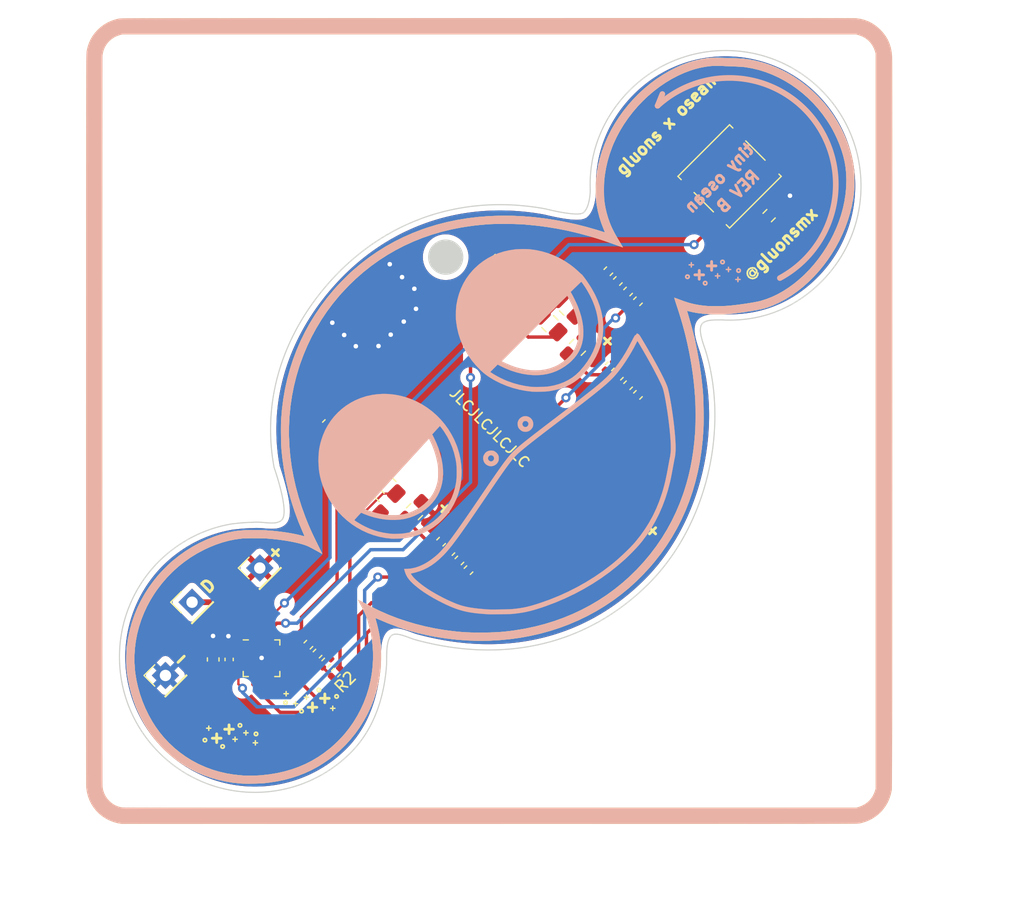
<source format=kicad_pcb>
(kicad_pcb (version 20211014) (generator pcbnew)
  (title_block (title "tiny-osean") (date "2022-11-21") (rev "B"))
  (layers (0 "F.Cu" signal) (31 "B.Cu" signal) (34 "B.Paste" user) (35 "F.Paste" user) (36 "B.SilkS" user "B.Silkscreen") (37 "F.SilkS" user "F.Silkscreen") (38 "B.Mask" user) (39 "F.Mask" user) (44 "Edge.Cuts" user))
  (net 0 "")
  (net 1 "VCC")
  (net 2 "GND")
  (net 3 "Net-(D1-Pad1)")
  (net 4 "Net-(D2-Pad1)")
  (net 5 "UPDI")
  (net 6 "Net-(R7-Pad1)")
  (net 7 "PB1")
  (net 8 "PB0")
  (net 9 "Net-(R1-Pad1)")
  (net 10 "Net-(R3-Pad2)")
  (net 11 "Net-(R4-Pad2)")
  (net 12 "Net-(R7-Pad2)")
  (net 13 "Net-(R8-Pad2)")
  (net 16 "Net-(D3-Pad1)")
  (net 17 "Net-(D4-Pad1)")
  (net 24 "Net-(D5-Pad1)")
  (net 25 "Net-(D6-Pad1)")
  (net 28 "Net-(R5-Pad2)")
  (net 29 "Net-(R10-Pad2)")
  (net 30 "Net-(R11-Pad2)")
  (net 31 "Net-(R12-Pad2)")
  (net 32 "PC0")
  (net 33 "Net-(R14-Pad2)")
  (net 34 "Net-(R15-Pad2)")
  (net 35 "Net-(R16-Pad2)")
  (net 36 "PC1")
  (net 37 "Net-(R18-Pad2)")
  (net 38 "Net-(R19-Pad2)")
  (net 39 "Net-(R20-Pad2)")
  (net 40 "PA4")
  (net 41 "Net-(R22-Pad2)")
  (net 42 "Net-(R23-Pad2)")
  (net 43 "Net-(R24-Pad2)")
  (net 44 "PA5")
  (footprint "Capacitor_SMD:C_0805_2012Metric_Pad1.18x1.45mm_HandSolder" (layer "F.Cu") (at 139.551171 104.209453 135)
    (fp_text reference "D3")
    (fp_text value "Red")
  )
  (footprint "Button_Switch_SMD:SW_Push_1P1T_NO_CK_KSC6xxJ" (layer "F.Cu") (at 169.577552 77.064032 45)
    (fp_text reference "SW1")
    (fp_text value "SW_Push")
  )
  (footprint "Resistor_SMD:R_0402_1005Metric" (layer "F.Cu") (at 133.365182 119.003391 -135)
    (fp_text reference "R8")
    (fp_text value "10")
  )
  (footprint "Resistor_SMD:R_0402_1005Metric" (layer "F.Cu") (at 134.982371 120.674128 -135)
    (fp_text reference "R2")
    (fp_text value "10")
  )
  (footprint "Resistor_SMD:R_0402_1005Metric" (layer "F.Cu") (at 159.052387 93.760902 45)
    (fp_text reference "R22")
    (fp_text value "10")
  )
  (footprint "Resistor_SMD:R_0402_1005Metric" (layer "F.Cu") (at 149.959818 85.120703 45)
    (fp_text reference "R16")
    (fp_text value "10")
  )
  (footprint "Capacitor_SMD:C_0805_2012Metric_Pad1.18x1.45mm_HandSolder" (layer "F.Cu") (at 156.21 92.087403 45)
    (fp_text reference "D6")
    (fp_text value "Blue")
  )
  (footprint "Resistor_SMD:R_0402_1005Metric" (layer "F.Cu") (at 159.759192 86.257891 -135)
    (fp_text reference "R4")
    (fp_text value "10")
  )
  (footprint "Resistor_SMD:R_0402_1005Metric" (layer "F.Cu") (at 146.635527 111.670544 -135)
    (fp_text reference "R21")
    (fp_text value "10")
  )
  (footprint "Resistor_SMD:R_0402_1005Metric" (layer "F.Cu") (at 135.902198 100.418102 45)
    (fp_text reference "R11")
    (fp_text value "10")
  )
  (footprint "Resistor_SMD:R_0402_1005Metric" (layer "F.Cu") (at 150.789711 85.972181 -135)
    (fp_text reference "R15")
    (fp_text value "10")
  )
  (footprint "Connector_PinHeader_2.54mm:PinHeader_1x01_P2.54mm_Vertical" (layer "F.Cu") (at 128.289214 111.48312 45)
    (fp_text reference "J1")
    (fp_text value "VCC")
  )
  (footprint "Resistor_SMD:R_0402_1005Metric" (layer "F.Cu") (at 161.526379 96.266541 -135)
    (fp_text reference "R25")
    (fp_text value "10")
  )
  (footprint "Resistor_SMD:R_0402_1005Metric" (layer "F.Cu") (at 145.836524 110.817327 45)
    (fp_text reference "R20")
    (fp_text value "10")
  )
  (footprint "Resistor_SMD:R_0402_1005Metric" (layer "F.Cu") (at 160.658449 87.184285 45)
    (fp_text reference "R5")
    (fp_text value "10")
  )
  (footprint "Resistor_SMD:R_0402_1005Metric" (layer "F.Cu") (at 134.132781 119.788721 45)
    (fp_text reference "R7")
    (fp_text value "10")
  )
  (footprint "Capacitor_SMD:C_0805_2012Metric_Pad1.18x1.45mm_HandSolder" (layer "F.Cu") (at 155.341836 88.555227 135)
    (fp_text reference "D2")
    (fp_text value "Green")
  )
  (footprint "Package_DFN_QFN:VQFN-20-1EP_3x3mm_P0.4mm_EP1.7x1.7mm" (layer "F.Cu") (at 128.445993 119.41185)
    (fp_text reference "U1")
    (fp_text value "ATtiny1616-M")
  )
  (footprint "Capacitor_SMD:C_0805_2012Metric_Pad1.18x1.45mm_HandSolder" (layer "F.Cu") (at 138.077803 105.969412 135)
    (fp_text reference "D1")
    (fp_text value "Green")
  )
  (footprint "Resistor_SMD:R_0402_1005Metric" (layer "F.Cu") (at 159.845697 94.57854 -135)
    (fp_text reference "R23")
    (fp_text value "10")
  )
  (footprint "Resistor_SMD:R_0402_1005Metric" (layer "F.Cu") (at 132.561943 118.221571 45)
    (fp_text reference "R9")
    (fp_text value "10")
  )
  (footprint "Resistor_SMD:R_0402_1005Metric" (layer "F.Cu") (at 151.697412 86.898304 45)
    (fp_text reference "R14")
    (fp_text value "10")
  )
  (footprint "Capacitor_SMD:C_0603_1608Metric" (layer "F.Cu") (at 124.198093 119.518378 90)
    (fp_text reference "C2")
    (fp_text value "1u")
  )
  (footprint "Resistor_SMD:R_0402_1005Metric" (layer "F.Cu") (at 158.925529 85.401512 45)
    (fp_text reference "R3")
    (fp_text value "10")
  )
  (footprint "Connector_PinHeader_2.54mm:PinHeader_1x01_P2.54mm_Vertical" (layer "F.Cu") (at 120 120.926672 45)
    (fp_text reference "J3")
    (fp_text value "GND")
  )
  (footprint "Resistor_SMD:R_0402_1005Metric" (layer "F.Cu") (at 149.14412 84.299157 -135)
    (fp_text reference "R17")
    (fp_text value "10")
  )
  (footprint "Resistor_SMD:R_0402_1005Metric" (layer "F.Cu") (at 145.040234 109.993249 -135)
    (fp_text reference "R19")
    (fp_text value "10")
  )
  (footprint "Capacitor_SMD:C_0402_1005Metric" (layer "F.Cu") (at 125.598176 119.518378 90)
    (fp_text reference "C1")
    (fp_text value "100n")
  )
  (footprint "tiny-osean:tiny-osean-70" (layer "F.Cu") (at 148.461212 98.564033)
    (fp_text reference "Ref**" hide)
    (fp_text value "Val**" hide)
    (fp_line (start -32.274865 23.045486) (end -32.246624 23.184314) (layer "Edge.Cuts") (width 0.1))
    (fp_line (start 19.315919 -5.044258) (end 19.283189 -5.181529) (layer "Edge.Cuts") (width 0.1))
    (fp_line (start 18.138961 8.005033) (end 18.192931 7.873577) (layer "Edge.Cuts") (width 0.1))
    (fp_line (start 17.483985 -32.102869) (end 17.347996 -32.063133) (layer "Edge.Cuts") (width 0.1))
    (fp_line (start -22.513532 32.480589) (end -22.373384 32.502459) (layer "Edge.Cuts") (width 0.1))
    (fp_line (start 20.845909 -32.561105) (end 20.704519 -32.561247) (layer "Edge.Cuts") (width 0.1))
    (fp_line (start -4.259416 19.732811) (end -4.12002 19.757631) (layer "Edge.Cuts") (width 0.1))
    (fp_line (start 18.174016 -32.277806) (end 18.035196 -32.246132) (layer "Edge.Cuts") (width 0.1))
    (fp_line (start -0.318258 20.119728) (end -0.177024 20.120984) (layer "Edge.Cuts") (width 0.1))
    (fp_line (start 10.673828 17.003385) (end 10.792817 16.925465) (layer "Edge.Cuts") (width 0.1))
    (fp_line (start 19.021539 -6.139571) (end 18.979479 -6.27103) (layer "Edge.Cuts") (width 0.1))
    (fp_line (start 17.617222 9.166662) (end 17.678992 9.038456) (layer "Edge.Cuts") (width 0.1))
    (fp_line (start 24.196048 -32.058098) (end 24.060909 -32.097805) (layer "Edge.Cuts") (width 0.1))
    (fp_line (start -23.069251 32.376929) (end -22.931381 32.405229) (layer "Edge.Cuts") (width 0.1))
    (fp_line (start 12.166231 15.933155) (end 12.277138 15.845035) (layer "Edge.Cuts") (width 0.1))
    (fp_line (start 15.193392 12.981602) (end 15.282362 12.871956) (layer "Edge.Cuts") (width 0.1))
    (fp_line (start -32.349747 22.626726) (end -32.326302 22.7674) (layer "Edge.Cuts") (width 0.1))
    (fp_line (start 25.787029 -9.856502) (end 25.914522 -9.915702) (layer "Edge.Cuts") (width 0.1))
    (fp_line (start 14.159422 14.141091) (end 14.257442 14.039668) (layer "Edge.Cuts") (width 0.1))
    (fp_line (start 1.245681 -19.012615) (end 1.104728 -19.014134) (layer "Edge.Cuts") (width 0.1))
    (fp_line (start -18.799064 -3.121676) (end -18.828974 -2.983411) (layer "Edge.Cuts") (width 0.1))
    (fp_line (start 19.101719 -5.868016) (end 19.062059 -6.004575) (layer "Edge.Cuts") (width 0.1))
    (fp_line (start 12.054458 16.020705) (end 12.166231 15.933155) (layer "Edge.Cuts") (width 0.1))
    (fp_line (start -16.143035 -9.441201) (end -16.218395 -9.322915) (layer "Edge.Cuts") (width 0.1))
    (fp_line (start 19.668611 2.130769) (end 19.685121 1.990524) (layer "Edge.Cuts") (width 0.1))
    (fp_line (start 27.732162 -10.998972) (end 27.845784 -11.082962) (layer "Edge.Cuts") (width 0.1))
    (fp_line (start 19.121421 5.051665) (end 19.156261 4.914127) (layer "Edge.Cuts") (width 0.1))
    (fp_line (start -15.753145 -10.027256) (end -15.832485 -9.911366) (layer "Edge.Cuts") (width 0.1))
    (fp_line (start 19.764851 1.145365) (end 19.775041 1.004419) (layer "Edge.Cuts") (width 0.1))
    (fp_line (start 11.027549 16.768355) (end 11.143707 16.688605) (layer "Edge.Cuts") (width 0.1))
    (fp_line (start -19.216714 1.204953) (end -19.212614 1.345344) (layer "Edge.Cuts") (width 0.1))
    (fp_line (start -26.496089 31.073729) (end -26.372447 31.143269) (layer "Edge.Cuts") (width 0.1))
    (fp_line (start 31.310979 -15.133342) (end 31.375999 -15.259294) (layer "Edge.Cuts") (width 0.1))
    (fp_line (start -32.151518 23.600649) (end -32.116471 23.73877) (layer "Edge.Cuts") (width 0.1))
    (fp_line (start 24.33343 -9.314932) (end 24.46845 -9.355322) (layer "Edge.Cuts") (width 0.1))
    (fp_line (start 12.01215 -28.725445) (end 11.91696 -28.621467) (layer "Edge.Cuts") (width 0.1))
    (fp_line (start 12.921495 -29.612318) (end 12.815951 -29.518639) (layer "Edge.Cuts") (width 0.1))
    (fp_line (start 12.404575 -29.130967) (end 12.30457 -29.030953) (layer "Edge.Cuts") (width 0.1))
    (fp_line (start -3.383675 -18.552177) (end -3.521652 -18.521507) (layer "Edge.Cuts") (width 0.1))
    (fp_line (start 9.705425 17.592855) (end 9.82839 17.522315) (layer "Edge.Cuts") (width 0.1))
    (fp_line (start -32.484348 21.358871) (end -32.476038 21.500958) (layer "Edge.Cuts") (width 0.1))
    (fp_line (start 9.79191 -25.330273) (end 9.73695 -25.20008) (layer "Edge.Cuts") (width 0.1))
    (fp_line (start -18.088344 7.226689) (end -18.070074 7.365099) (layer "Edge.Cuts") (width 0.1))
    (fp_line (start -10.668616 -15.269228) (end -10.783499 -15.185218) (layer "Edge.Cuts") (width 0.1))
    (fp_line (start 32.649709 -20.009052) (end 32.656509 -20.151013) (layer "Edge.Cuts") (width 0.1))
    (fp_line (start 31.181223 -26.423119) (end 31.111673 -26.546876) (layer "Edge.Cuts") (width 0.1))
    (fp_line (start 5.679978 19.307704) (end 5.814697 19.267334) (layer "Edge.Cuts") (width 0.1))
    (fp_line (start -11.998822 -14.215958) (end -12.105352 -14.123748) (layer "Edge.Cuts") (width 0.1))
    (fp_line (start -22.931381 32.405229) (end -22.79214 32.431959) (layer "Edge.Cuts") (width 0.1))
    (fp_line (start -15.850901 31.651434) (end -15.72073 31.593924) (layer "Edge.Cuts") (width 0.1))
    (fp_line (start -18.361024 -4.750633) (end -18.403234 -4.616621) (layer "Edge.Cuts") (width 0.1))
    (fp_line (start 19.551691 2.971094) (end 19.573451 2.831557) (layer "Edge.Cuts") (width 0.1))
    (fp_line (start -4.207295 -18.352797) (end -4.343006 -18.316257) (layer "Edge.Cuts") (width 0.1))
    (fp_line (start -17.190075 -7.610211) (end -17.252975 -7.484564) (layer "Edge.Cuts") (width 0.1))
    (fp_line (start 6.75122 18.955954) (end 6.883252 18.907644) (layer "Edge.Cuts") (width 0.1))
    (fp_line (start -25.743315 31.468529) (end -25.615351 31.528859) (layer "Edge.Cuts") (width 0.1))
    (fp_line (start 15.376066 -31.27571) (end 15.250139 -31.210784) (layer "Edge.Cuts") (width 0.1))
    (fp_line (start 15.964012 11.968587) (end 16.045732 11.852423) (layer "Edge.Cuts") (width 0.1))
    (fp_line (start -7.517772 18.866451) (end -7.385041 18.910351) (layer "Edge.Cuts") (width 0.1))
    (fp_line (start -26.862299 30.855589) (end -26.740768 30.929959) (layer "Edge.Cuts") (width 0.1))
    (fp_line (start 32.314379 -17.773494) (end 32.347809 -17.911629) (layer "Edge.Cuts") (width 0.1))
    (fp_line (start 19.291166 -32.470542) (end 19.150917 -32.452315) (layer "Edge.Cuts") (width 0.1))
    (fp_line (start -8.060626 18.739991) (end -7.922079 18.760871) (layer "Edge.Cuts") (width 0.1))
    (fp_line (start 29.333833 -28.918543) (end 29.235083 -29.019718) (layer "Edge.Cuts") (width 0.1))
    (fp_line (start -20.112653 32.625374) (end -19.971686 32.618974) (layer "Edge.Cuts") (width 0.1))
    (fp_line (start -19.039264 3.304943) (end -19.018814 3.443912) (layer "Edge.Cuts") (width 0.1))
    (fp_line (start -6.085016 -17.750597) (end -6.217187 -17.700028) (layer "Edge.Cuts") (width 0.1))
    (fp_line (start -27.549629 11.086157) (end -27.664813 11.169457) (layer "Edge.Cuts") (width 0.1))
    (fp_line (start 29.327169 -12.391209) (end 29.425479 -12.494056) (layer "Edge.Cuts") (width 0.1))
    (fp_line (start 19.765359 -2.110015) (end 19.754109 -2.251255) (layer "Edge.Cuts") (width 0.1))
    (fp_line (start -26.846577 10.620687) (end -26.965686 10.694627) (layer "Edge.Cuts") (width 0.1))
    (fp_line (start 4.311954 19.658754) (end 4.450488 19.627974) (layer "Edge.Cuts") (width 0.1))
    (fp_line (start 31.380553 -26.04766) (end 31.315533 -26.173625) (layer "Edge.Cuts") (width 0.1))
    (fp_line (start 12.60495 15.577155) (end 12.713179 15.486195) (layer "Edge.Cuts") (width 0.1))
    (fp_line (start 24.866396 -31.834864) (end 24.733221 -31.882774) (layer "Edge.Cuts") (width 0.1))
    (fp_line (start 29.522239 -12.597764) (end 29.617719 -12.702583) (layer "Edge.Cuts") (width 0.1))
    (fp_line (start 4.72574 19.563694) (end 4.863153 19.530114) (layer "Edge.Cuts") (width 0.1))
    (fp_line (start -31.626249 25.217295) (end -31.571908 25.34876) (layer "Edge.Cuts") (width 0.1))
    (fp_line (start -21.684423 8.944597) (end -21.82166 8.956327) (layer "Edge.Cuts") (width 0.1))
    (fp_line (start -20.395835 32.633409) (end -20.254595 32.630274) (layer "Edge.Cuts") (width 0.1))
    (fp_line (start -17.554105 -6.849773) (end -17.611755 -6.72101) (layer "Edge.Cuts") (width 0.1))
    (fp_line (start 24.465637 -31.973667) (end 24.331349 -32.016618) (layer "Edge.Cuts") (width 0.1))
    (fp_line (start 16.439562 11.264537) (end 16.515642 11.145528) (layer "Edge.Cuts") (width 0.1))
    (fp_line (start 28.178981 -11.341952) (end 28.288769 -11.431332) (layer "Edge.Cuts") (width 0.1))
    (fp_line (start -19.058974 3.164696) (end -19.039264 3.304943) (layer "Edge.Cuts") (width 0.1))
    (fp_line (start -2.830196 -18.665337) (end -2.9696 -18.638407) (layer "Edge.Cuts") (width 0.1))
    (fp_line (start -8.766952 -16.493328) (end -8.890069 -16.423078) (layer "Edge.Cuts") (width 0.1))
    (fp_line (start -20.537919 32.634966) (end -20.395835 32.633409) (layer "Edge.Cuts") (width 0.1))
    (fp_line (start 22.119581 -32.484361) (end 21.978346 -32.499646) (layer "Edge.Cuts") (width 0.1))
    (fp_line (start -32.181433 17.985344) (end -32.213094 18.123025) (layer "Edge.Cuts") (width 0.1))
    (fp_line (start 9.84844 -25.459455) (end 9.79191 -25.330273) (layer "Edge.Cuts") (width 0.1))
    (fp_line (start -10.240838 26.359285) (end -10.182188 26.233195) (layer "Edge.Cuts") (width 0.1))
    (fp_line (start 32.283043 -23.665104) (end 32.246363 -23.802703) (layer "Edge.Cuts") (width 0.1))
    (fp_line (start 16.543214 -31.791114) (end 16.41175 -31.740414) (layer "Edge.Cuts") (width 0.1))
    (fp_line (start -32.391351 22.34624) (end -32.371444 22.48605) (layer "Edge.Cuts") (width 0.1))
    (fp_line (start 8.062152 18.426404) (end 8.190354 18.368314) (layer "Edge.Cuts") (width 0.1))
    (fp_line (start -7.922079 18.760871) (end -7.786369 18.790221) (layer "Edge.Cuts") (width 0.1))
    (fp_line (start -18.850994 4.25762) (end -18.805954 4.393049) (layer "Edge.Cuts") (width 0.1))
    (fp_line (start 4.999287 19.495694) (end 5.135716 19.460134) (layer "Edge.Cuts") (width 0.1))
    (fp_line (start -22.92172 9.096157) (end -23.060774 9.123707) (layer "Edge.Cuts") (width 0.1))
    (fp_line (start 6.499756 -18.314227) (end 6.366313 -18.337157) (layer "Edge.Cuts") (width 0.1))
    (fp_line (start -15.090055 -10.937999) (end -15.175195 -10.826512) (layer "Edge.Cuts") (width 0.1))
    (fp_line (start 31.989539 -16.690495) (end 32.035599 -16.823802) (layer "Edge.Cuts") (width 0.1))
    (fp_line (start -24.152861 9.402427) (end -24.287394 9.444767) (layer "Edge.Cuts") (width 0.1))
    (fp_line (start 8.578081 -18.738472) (end 8.514051 -18.612535) (layer "Edge.Cuts") (width 0.1))
    (fp_line (start -13.300717 30.137694) (end -13.18951 30.049984) (layer "Edge.Cuts") (width 0.1))
    (fp_line (start 15.370342 12.76174) (end 15.457732 12.650253) (layer "Edge.Cuts") (width 0.1))
    (fp_line (start 20.138288 -32.545082) (end 19.99621 -32.536802) (layer "Edge.Cuts") (width 0.1))
    (fp_line (start -30.653305 27.105075) (end -30.576551 27.224355) (layer "Edge.Cuts") (width 0.1))
    (fp_line (start -7.252442 18.957101) (end -7.121401 19.005121) (layer "Edge.Cuts") (width 0.1))
    (fp_line (start 16.284162 11.502088) (end 16.362642 11.383101) (layer "Edge.Cuts") (width 0.1))
    (fp_line (start 20.294821 -8.885052) (end 20.42487 -8.887661) (layer "Edge.Cuts") (width 0.1))
    (fp_line (start -31.956828 17.166103) (end -31.998279 17.301253) (layer "Edge.Cuts") (width 0.1))
    (fp_line (start -4.952425 19.597071) (end -4.813178 19.625951) (layer "Edge.Cuts") (width 0.1))
    (fp_line (start 19.086001 5.187957) (end 19.121421 5.051665) (layer "Edge.Cuts") (width 0.1))
    (fp_line (start -19.214574 0.223511) (end -19.218174 0.363771) (layer "Edge.Cuts") (width 0.1))
    (fp_line (start -31.567937 16.104339) (end -31.622208 16.235251) (layer "Edge.Cuts") (width 0.1))
    (fp_line (start 24.197878 -9.276272) (end 24.33343 -9.314932) (layer "Edge.Cuts") (width 0.1))
    (fp_line (start -25.615351 31.528859) (end -25.485886 31.588079) (layer "Edge.Cuts") (width 0.1))
    (fp_line (start -5.688085 -17.895657) (end -5.820681 -17.848347) (layer "Edge.Cuts") (width 0.1))
    (fp_line (start -18.885174 -2.70873) (end -18.911534 -2.571036) (layer "Edge.Cuts") (width 0.1))
    (fp_line (start -29.545143 12.881698) (end -29.637843 12.98837) (layer "Edge.Cuts") (width 0.1))
    (fp_line (start 8.864358 -20.813262) (end 8.865066 -20.672435) (layer "Edge.Cuts") (width 0.1))
    (fp_line (start 10.02691 -25.842294) (end 9.96601 -25.715663) (layer "Edge.Cuts") (width 0.1))
    (fp_line (start -4.397965 19.707331) (end -4.259416 19.732811) (layer "Edge.Cuts") (width 0.1))
    (fp_line (start -29.259086 12.567769) (end -29.355742 12.671337) (layer "Edge.Cuts") (width 0.1))
    (fp_line (start -10.993898 27.695846) (end -10.917268 27.57898) (layer "Edge.Cuts") (width 0.1))
    (fp_line (start 2.640491 19.948794) (end 2.780164 19.930224) (layer "Edge.Cuts") (width 0.1))
    (fp_line (start 27.028853 -30.781945) (end 26.907305 -30.856289) (layer "Edge.Cuts") (width 0.1))
    (fp_line (start -10.492148 26.858208) (end -10.426978 26.734824) (layer "Edge.Cuts") (width 0.1))
    (fp_line (start -8.890069 -16.423078) (end -9.012451 -16.352118) (layer "Edge.Cuts") (width 0.1))
    (fp_line (start -25.095525 31.755379) (end -24.96382 31.808219) (layer "Edge.Cuts") (width 0.1))
    (fp_line (start 32.080349 -16.958091) (end 32.123269 -17.092387) (layer "Edge.Cuts") (width 0.1))
    (fp_line (start 19.177629 -5.594329) (end 19.140249 -5.73104) (layer "Edge.Cuts") (width 0.1))
    (fp_line (start 8.95078 -22.218952) (end 8.93428 -22.07839) (layer "Edge.Cuts") (width 0.1))
    (fp_line (start -19.201214 1.625546) (end -19.193814 1.765502) (layer "Edge.Cuts") (width 0.1))
    (fp_line (start 2.920131 19.910414) (end 3.059228 19.889854) (layer "Edge.Cuts") (width 0.1))
    (fp_line (start -0.165266 -18.985607) (end -0.306083 -18.977807) (layer "Edge.Cuts") (width 0.1))
    (fp_line (start 23.235859 -32.303209) (end 23.098036 -32.3315) (layer "Edge.Cuts") (width 0.1))
    (fp_line (start 29.026688 -12.091022) (end 29.127555 -12.189472) (layer "Edge.Cuts") (width 0.1))
    (fp_line (start -17.061585 -7.860403) (end -17.126465 -7.735161) (layer "Edge.Cuts") (width 0.1))
    (fp_line (start -18.518374 5.327301) (end -18.480414 5.461601) (layer "Edge.Cuts") (width 0.1))
    (fp_line (start 8.126468 -18.239252) (end 7.991452 -18.211102) (layer "Edge.Cuts") (width 0.1))
    (fp_line (start 1.516112 20.063444) (end 1.65637 20.052564) (layer "Edge.Cuts") (width 0.1))
    (fp_line (start -18.273914 -5.017957) (end -18.317964 -4.884512) (layer "Edge.Cuts") (width 0.1))
    (fp_line (start 32.208123 -23.939598) (end 32.168323 -24.075653) (layer "Edge.Cuts") (width 0.1))
    (fp_line (start 14.038497 -30.481499) (end 13.922052 -30.400469) (layer "Edge.Cuts") (width 0.1))
    (fp_line (start -32.271428 18.399264) (end -32.29825 18.53851) (layer "Edge.Cuts") (width 0.1))
    (fp_line (start -18.828974 -2.983411) (end -18.857614 -2.845855) (layer "Edge.Cuts") (width 0.1))
    (fp_line (start 13.347838 14.926775) (end 13.451943 14.830585) (layer "Edge.Cuts") (width 0.1))
    (fp_line (start 32.318033 -23.526945) (end 32.283043 -23.665104) (layer "Edge.Cuts") (width 0.1))
    (fp_line (start -20.574755 8.891258) (end -20.715133 8.898567) (layer "Edge.Cuts") (width 0.1))
    (fp_line (start -24.954496 9.681317) (end -25.085819 9.733307) (layer "Edge.Cuts") (width 0.1))
    (fp_line (start 8.632631 -18.868383) (end 8.578081 -18.738472) (layer "Edge.Cuts") (width 0.1))
    (fp_line (start 32.632683 -21.568875) (end 32.621033 -21.710031) (layer "Edge.Cuts") (width 0.1))
    (fp_line (start -19.028214 -1.877172) (end -19.048314 -1.738492) (layer "Edge.Cuts") (width 0.1))
    (fp_line (start -19.164834 2.186241) (end -19.152864 2.327193) (layer "Edge.Cuts") (width 0.1))
    (fp_line (start -19.067184 -1.600089) (end -19.085014 -1.461269) (layer "Edge.Cuts") (width 0.1))
    (fp_line (start 20.021834 -8.88282) (end 20.157253 -8.883103) (layer "Edge.Cuts") (width 0.1))
    (fp_line (start 19.715111 1.710311) (end 19.728831 1.568933) (layer "Edge.Cuts") (width 0.1))
    (fp_line (start -13.18951 30.049984) (end -13.078739 29.960594) (layer "Edge.Cuts") (width 0.1))
    (fp_line (start 12.20597 -28.930246) (end 12.1085 -28.828391) (layer "Edge.Cuts") (width 0.1))
    (fp_line (start -13.726165 -12.550952) (end -13.821785 -12.447253) (layer "Edge.Cuts") (width 0.1))
    (fp_line (start 10.910825 16.847115) (end 11.027549 16.768355) (layer "Edge.Cuts") (width 0.1))
    (fp_line (start -17.937014 -5.94399) (end -17.988304 -5.812387) (layer "Edge.Cuts") (width 0.1))
    (fp_line (start -32.407238 19.237055) (end -32.424062 19.377577) (layer "Edge.Cuts") (width 0.1))
    (fp_line (start -10.553455 -15.352388) (end -10.668616 -15.269228) (layer "Edge.Cuts") (width 0.1))
    (fp_line (start -31.913905 17.031664) (end -31.956828 17.166103) (layer "Edge.Cuts") (width 0.1))
    (fp_line (start 28.509502 -29.696647) (end 28.402267 -29.787693) (layer "Edge.Cuts") (width 0.1))
    (fp_line (start 6.098013 -18.386747) (end 5.964149 -18.413217) (layer "Edge.Cuts") (width 0.1))
    (fp_line (start 27.384109 -10.754322) (end 27.501275 -10.834492) (layer "Edge.Cuts") (width 0.1))
    (fp_line (start 9.00999 -22.636765) (end 8.98849 -22.497693) (layer "Edge.Cuts") (width 0.1))
    (fp_line (start -11.667078 28.590016) (end -11.577408 28.482645) (layer "Edge.Cuts") (width 0.1))
    (fp_line (start -14.10677 30.712544) (end -13.988637 30.634474) (layer "Edge.Cuts") (width 0.1))
    (fp_line (start 13.859658 14.441295) (end 13.959951 14.342405) (layer "Edge.Cuts") (width 0.1))
    (fp_line (start -18.950514 3.85997) (end -18.925604 3.99795) (layer "Edge.Cuts") (width 0.1))
    (fp_line (start 19.430071 3.668916) (end 19.456421 3.52938) (layer "Edge.Cuts") (width 0.1))
    (fp_line (start 11.37228 -27.977162) (end 11.28559 -27.866071) (layer "Edge.Cuts") (width 0.1))
    (fp_line (start -32.243159 18.261432) (end -32.271428 18.399264) (layer "Edge.Cuts") (width 0.1))
    (fp_line (start 19.573451 2.831557) (end 19.594261 2.691606) (layer "Edge.Cuts") (width 0.1))
    (fp_line (start -14.834054 31.150374) (end -14.710389 31.080834) (layer "Edge.Cuts") (width 0.1))
    (fp_line (start 5.296773 -18.557757) (end 5.161784 -18.589637) (layer "Edge.Cuts") (width 0.1))
    (fp_line (start -1.169211 20.093661) (end -1.027843 20.100161) (layer "Edge.Cuts") (width 0.1))
    (fp_line (start 31.945463 -24.747601) (end 31.896173 -24.880398) (layer "Edge.Cuts") (width 0.1))
    (fp_line (start 11.375612 16.526005) (end 11.490489 16.443705) (layer "Edge.Cuts") (width 0.1))
    (fp_line (start 8.719161 -19.135841) (end 8.679221 -19.000976) (layer "Edge.Cuts") (width 0.1))
    (fp_line (start 18.806049 -6.782579) (end 18.765089 -6.911639) (layer "Edge.Cuts") (width 0.1))
    (fp_line (start -2.412721 -18.739627) (end -2.552123 -18.715867) (layer "Edge.Cuts") (width 0.1))
    (fp_line (start 31.315533 -26.173625) (end 31.249373 -26.298216) (layer "Edge.Cuts") (width 0.1))
    (fp_line (start 16.148541 -31.633544) (end 16.017503 -31.577573) (layer "Edge.Cuts") (width 0.1))
    (fp_line (start 20.279254 -32.551612) (end 20.138288 -32.545082) (layer "Edge.Cuts") (width 0.1))
    (fp_line (start 19.823692 -0.12534) (end 19.825607 -0.266011) (layer "Edge.Cuts") (width 0.1))
    (fp_line (start -18.984814 -2.155112) (end -19.007084 -2.016142) (layer "Edge.Cuts") (width 0.1))
    (fp_line (start 18.558279 -7.827051) (end 18.549789 -7.962197) (layer "Edge.Cuts") (width 0.1))
    (fp_line (start -19.025546 8.961611) (end -19.166642 8.96207) (layer "Edge.Cuts") (width 0.1))
    (fp_line (start 27.501867 -30.472799) (end 27.385277 -30.551987) (layer "Edge.Cuts") (width 0.1))
    (fp_line (start 18.348761 7.478475) (end 18.398911 7.346312) (layer "Edge.Cuts") (width 0.1))
    (fp_line (start -1.15179 -18.909077) (end -1.292035 -18.894287) (layer "Edge.Cuts") (width 0.1))
    (fp_line (start 19.793899 -1.684197) (end 19.785499 -1.826282) (layer "Edge.Cuts") (width 0.1))
    (fp_line (start 21.696719 -32.524996) (end 21.55591 -32.53519) (layer "Edge.Cuts") (width 0.1))
    (fp_line (start -14.466725 30.938194) (end -14.345624 30.864254) (layer "Edge.Cuts") (width 0.1))
    (fp_line (start 32.279249 -17.63594) (end 32.314379 -17.773494) (layer "Edge.Cuts") (width 0.1))
    (fp_line (start 19.049581 5.324506) (end 19.086001 5.187957) (layer "Edge.Cuts") (width 0.1))
    (fp_line (start 10.792817 16.925465) (end 10.910825 16.847115) (layer "Edge.Cuts") (width 0.1))
    (fp_line (start -12.754894 29.686204) (end -12.649368 29.592564) (layer "Edge.Cuts") (width 0.1))
    (fp_line (start 18.312845 -32.307765) (end 18.174016 -32.277806) (layer "Edge.Cuts") (width 0.1))
    (fp_line (start 32.441453 -22.971831) (end 32.413123 -23.110681) (layer "Edge.Cuts") (width 0.1))
    (fp_line (start -18.317964 -4.884512) (end -18.361024 -4.750633) (layer "Edge.Cuts") (width 0.1))
    (fp_line (start -11.489008 28.373699) (end -11.402718 28.264196) (layer "Edge.Cuts") (width 0.1))
    (fp_line (start -20.715133 8.898567) (end -20.854542 8.907282) (layer "Edge.Cuts") (width 0.1))
    (fp_line (start 18.566739 -8.229665) (end 18.599839 -8.360113) (layer "Edge.Cuts") (width 0.1))
    (fp_line (start -14.196715 -12.028074) (end -14.288525 -11.922249) (layer "Edge.Cuts") (width 0.1))
    (fp_line (start -1.027843 20.100161) (end -0.88575 20.105861) (layer "Edge.Cuts") (width 0.1))
    (fp_line (start 3.47813 19.821884) (end 3.617665 19.797274) (layer "Edge.Cuts") (width 0.1))
    (fp_line (start -3.795773 -18.457197) (end -3.9329 -18.423487) (layer "Edge.Cuts") (width 0.1))
    (fp_line (start 18.398911 7.346312) (end 18.448611 7.212865) (layer "Edge.Cuts") (width 0.1))
    (fp_line (start -7.514105 -17.143138) (end -7.640608 -17.082648) (layer "Edge.Cuts") (width 0.1))
    (fp_line (start -18.135764 -5.415877) (end -18.182664 -5.283841) (layer "Edge.Cuts") (width 0.1))
    (fp_line (start -18.183304 6.679322) (end -18.156744 6.81531) (layer "Edge.Cuts") (width 0.1))
    (fp_line (start -1.877527 20.047241) (end -1.736001 20.058271) (layer "Edge.Cuts") (width 0.1))
    (fp_line (start 30.659349 -14.038724) (end 30.737399 -14.156584) (layer "Edge.Cuts") (width 0.1))
    (fp_line (start 0.811353 20.103744) (end 0.952019 20.097644) (layer "Edge.Cuts") (width 0.1))
    (fp_line (start 16.883412 10.541057) (end 16.954372 10.418807) (layer "Edge.Cuts") (width 0.1))
    (fp_line (start 19.481661 3.38914) (end 19.505961 3.249321) (layer "Edge.Cuts") (width 0.1))
    (fp_line (start 27.733346 -30.309391) (end 27.618031 -30.391795) (layer "Edge.Cuts") (width 0.1))
    (fp_line (start 31.375999 -15.259294) (end 31.439759 -15.386361) (layer "Edge.Cuts") (width 0.1))
    (fp_line (start -19.450674 8.949011) (end -19.591355 8.938711) (layer "Edge.Cuts") (width 0.1))
    (fp_line (start 7.411645 18.703364) (end 7.542826 18.649814) (layer "Edge.Cuts") (width 0.1))
    (fp_line (start 22.67699 -8.966992) (end 22.817236 -8.986302) (layer "Edge.Cuts") (width 0.1))
    (fp_line (start 14.876992 -31.006951) (end 14.755296 -30.936657) (layer "Edge.Cuts") (width 0.1))
    (fp_line (start 8.782761 -19.41052) (end 8.753361 -19.272119) (layer "Edge.Cuts") (width 0.1))
    (fp_line (start -32.45446 21.783701) (end -32.441194 21.924219) (layer "Edge.Cuts") (width 0.1))
    (fp_line (start -32.076249 17.572961) (end -32.11287 17.709664) (layer "Edge.Cuts") (width 0.1))
    (fp_line (start 15.103162 13.09139) (end 15.193392 12.981602) (layer "Edge.Cuts") (width 0.1))
    (fp_line (start 22.397784 -8.933722) (end 22.537024 -8.949482) (layer "Edge.Cuts") (width 0.1))
    (fp_line (start 1.6701 -19.002207) (end 1.529008 -19.006607) (layer "Edge.Cuts") (width 0.1))
    (fp_line (start 18.035196 -32.246132) (end 17.896651 -32.212759) (layer "Edge.Cuts") (width 0.1))
    (fp_line (start -27.664813 11.169457) (end -27.778524 11.253617) (layer "Edge.Cuts") (width 0.1))
    (fp_line (start -4.674912 19.653881) (end -4.536789 19.680971) (layer "Edge.Cuts") (width 0.1))
    (fp_line (start -31.775202 16.630904) (end -31.823083 16.764082) (layer "Edge.Cuts") (width 0.1))
    (fp_line (start -0.88575 20.105861) (end -0.743667 20.110661) (layer "Edge.Cuts") (width 0.1))
    (fp_line (start -21.269926 8.918697) (end -21.407897 8.925697) (layer "Edge.Cuts") (width 0.1))
    (fp_line (start 29.900483 -28.288206) (end 29.809523 -28.3956) (layer "Edge.Cuts") (width 0.1))
    (fp_line (start 19.505961 3.249321) (end 19.529221 3.110345) (layer "Edge.Cuts") (width 0.1))
    (fp_line (start 32.246363 -23.802703) (end 32.208123 -23.939598) (layer "Edge.Cuts") (width 0.1))
    (fp_line (start -30.647651 14.349153) (end -30.722788 14.468734) (layer "Edge.Cuts") (width 0.1))
    (fp_line (start 27.148574 -30.706766) (end 27.028853 -30.781945) (layer "Edge.Cuts") (width 0.1))
    (fp_line (start -21.953009 32.557989) (end -21.811678 32.573309) (layer "Edge.Cuts") (width 0.1))
    (fp_line (start -16.776238 32.008004) (end -16.642372 31.961934) (layer "Edge.Cuts") (width 0.1))
    (fp_line (start -18.762304 4.526775) (end -18.719814 4.659656) (layer "Edge.Cuts") (width 0.1))
    (fp_line (start 22.399638 -32.449085) (end 22.260116 -32.467505) (layer "Edge.Cuts") (width 0.1))
    (fp_line (start -9.024453 21.232831) (end -9.023536 21.094989) (layer "Edge.Cuts") (width 0.1))
    (fp_line (start 31.678589 -15.900593) (end 31.734409 -16.030625) (layer "Edge.Cuts") (width 0.1))
    (fp_line (start 30.338803 -27.731917) (end 30.253953 -27.845061) (layer "Edge.Cuts") (width 0.1))
    (fp_line (start 19.564059 -3.795509) (end 19.540709 -3.935185) (layer "Edge.Cuts") (width 0.1))
    (fp_line (start -18.984326 32.526254) (end -18.8445 32.506384) (layer "Edge.Cuts") (width 0.1))
    (fp_line (start 29.134793 -29.120059) (end 29.033227 -29.219462) (layer "Edge.Cuts") (width 0.1))
    (fp_line (start -18.371614 5.865902) (end -18.337324 6.001047) (layer "Edge.Cuts") (width 0.1))
    (fp_line (start 9.084247 17.931444) (end 9.210169 17.865154) (layer "Edge.Cuts") (width 0.1))
    (fp_line (start -18.480414 5.461601) (end -18.443434 5.595463) (layer "Edge.Cuts") (width 0.1))
    (fp_line (start -1.010426 -18.922987) (end -1.15179 -18.909077) (layer "Edge.Cuts") (width 0.1))
    (fp_line (start -9.044608 21.646626) (end -9.033818 21.508222) (layer "Edge.Cuts") (width 0.1))
    (fp_line (start -3.246418 -18.581757) (end -3.383675 -18.552177) (layer "Edge.Cuts") (width 0.1))
    (fp_line (start -18.669284 -3.670173) (end -18.703434 -3.533063) (layer "Edge.Cuts") (width 0.1))
    (fp_line (start 3.199051 19.868154) (end 3.338598 19.845514) (layer "Edge.Cuts") (width 0.1))
    (fp_line (start -31.729561 24.954089) (end -31.678834 25.085701) (layer "Edge.Cuts") (width 0.1))
    (fp_line (start -19.204074 -0.058536) (end -19.209774 0.082291) (layer "Edge.Cuts") (width 0.1))
    (fp_line (start 19.651341 2.271013) (end 19.668611 2.130769) (layer "Edge.Cuts") (width 0.1))
    (fp_line (start -12.137958 29.104814) (end -12.039938 29.003947) (layer "Edge.Cuts") (width 0.1))
    (fp_line (start 18.597019 -7.559875) (end 18.574729 -7.692469) (layer "Edge.Cuts") (width 0.1))
    (fp_line (start 32.573559 -19.163469) (end 32.590439 -19.303865) (layer "Edge.Cuts") (width 0.1))
    (fp_line (start 14.547012 13.730148) (end 14.641642 13.625742) (layer "Edge.Cuts") (width 0.1))
    (fp_line (start -32.500646 20.792639) (end -32.499065 20.934723) (layer "Edge.Cuts") (width 0.1))
    (fp_line (start 18.854371 6.004928) (end 18.895021 5.869494) (layer "Edge.Cuts") (width 0.1))
    (fp_line (start 18.765089 -6.911639) (end 18.725999 -7.040404) (layer "Edge.Cuts") (width 0.1))
    (fp_line (start -9.322798 23.580873) (end -9.294728 23.444028) (layer "Edge.Cuts") (width 0.1))
    (fp_line (start 16.017503 -31.577573) (end 15.887333 -31.520059) (layer "Edge.Cuts") (width 0.1))
    (fp_line (start -17.668295 -6.592799) (end -17.723955 -6.463477) (layer "Edge.Cuts") (width 0.1))
    (fp_line (start -32.116471 23.73877) (end -32.079794 23.876326) (layer "Edge.Cuts") (width 0.1))
    (fp_line (start 20.421198 -32.556502) (end 20.279254 -32.551612) (layer "Edge.Cuts") (width 0.1))
    (fp_line (start 15.798722 12.198367) (end 15.881852 12.083761) (layer "Edge.Cuts") (width 0.1))
    (fp_line (start 20.157253 -8.883103) (end 20.294821 -8.885052) (layer "Edge.Cuts") (width 0.1))
    (fp_line (start -19.125804 2.608102) (end -19.110634 2.747784) (layer "Edge.Cuts") (width 0.1))
    (fp_line (start -27.905933 30.128129) (end -27.79368 30.214549) (layer "Edge.Cuts") (width 0.1))
    (fp_line (start 11.20074 -27.754469) (end 11.11717 -27.641891) (layer "Edge.Cuts") (width 0.1))
    (fp_line (start 18.549789 -7.962197) (end 18.551589 -8.096348) (layer "Edge.Cuts") (width 0.1))
    (fp_line (start -28.660025 29.488119) (end -28.555153 29.583739) (layer "Edge.Cuts") (width 0.1))
    (fp_line (start -18.596564 5.059976) (end -18.557184 5.193287) (layer "Edge.Cuts") (width 0.1))
    (fp_line (start 23.375527 -9.081382) (end 23.512516 -9.109312) (layer "Edge.Cuts") (width 0.1))
    (fp_line (start -23.472225 9.215397) (end -23.608009 9.249117) (layer "Edge.Cuts") (width 0.1))
    (fp_line (start -19.094514 2.886197) (end -19.077224 3.025307) (layer "Edge.Cuts") (width 0.1))
    (fp_line (start 7.148155 18.807484) (end 7.280046 18.755924) (layer "Edge.Cuts") (width 0.1))
    (fp_line (start 13.033908 15.209105) (end 13.139728 15.115195) (layer "Edge.Cuts") (width 0.1))
    (fp_line (start 4.450488 19.627974) (end 4.587906 19.596424) (layer "Edge.Cuts") (width 0.1))
    (fp_line (start 10.314437 17.231195) (end 10.435276 17.155825) (layer "Edge.Cuts") (width 0.1))
    (fp_line (start -22.233056 32.522689) (end -22.093497 32.541069) (layer "Edge.Cuts") (width 0.1))
    (fp_line (start -16.995985 -7.984775) (end -17.061585 -7.860403) (layer "Edge.Cuts") (width 0.1))
    (fp_line (start 27.501275 -10.834492) (end 27.617284 -10.916242) (layer "Edge.Cuts") (width 0.1))
    (fp_line (start -18.703434 -3.533063) (end -18.736294 -3.396358) (layer "Edge.Cuts") (width 0.1))
    (fp_line (start 14.451532 13.833845) (end 14.547012 13.730148) (layer "Edge.Cuts") (width 0.1))
    (fp_line (start 5.56351 -18.497357) (end 5.430499 -18.527027) (layer "Edge.Cuts") (width 0.1))
    (fp_line (start 2.359858 19.983354) (end 2.499955 19.966664) (layer "Edge.Cuts") (width 0.1))
    (fp_line (start -0.869601 -18.935857) (end -1.010426 -18.922987) (layer "Edge.Cuts") (width 0.1))
    (fp_line (start 0.963061 -19.014842) (end 0.821688 -19.014416) (layer "Edge.Cuts") (width 0.1))
    (fp_line (start -19.048314 -1.738492) (end -19.067184 -1.600089) (layer "Edge.Cuts") (width 0.1))
    (fp_line (start 22.958778 -32.358361) (end 22.819105 -32.383572) (layer "Edge.Cuts") (width 0.1))
    (fp_line (start -27.778524 11.253617) (end -27.891698 11.339587) (layer "Edge.Cuts") (width 0.1))
    (fp_line (start -2.15915 20.022551) (end -2.018053 20.035291) (layer "Edge.Cuts") (width 0.1))
    (fp_line (start 31.505773 -25.793618) (end 31.444023 -25.920674) (layer "Edge.Cuts") (width 0.1))
    (fp_line (start 32.657383 -21.14418) (end 32.650983 -21.285166) (layer "Edge.Cuts") (width 0.1))
    (fp_line (start -16.37661 31.864914) (end -16.245149 31.814204) (layer "Edge.Cuts") (width 0.1))
    (fp_line (start 6.618481 19.003414) (end 6.75122 18.955954) (layer "Edge.Cuts") (width 0.1))
    (fp_line (start -25.601429 9.955717) (end -25.728697 10.015067) (layer "Edge.Cuts") (width 0.1))
    (fp_line (start -16.793685 -8.355926) (end -16.861685 -8.233104) (layer "Edge.Cuts") (width 0.1))
    (fp_line (start 19.011101 -32.432449) (end 18.870432 -32.41076) (layer "Edge.Cuts") (width 0.1))
    (fp_line (start 8.828441 -19.690442) (end 8.807771 -19.55062) (layer "Edge.Cuts") (width 0.1))
    (fp_line (start -11.234265 -14.842978) (end -11.345612 -14.755418) (layer "Edge.Cuts") (width 0.1))
    (fp_line (start 10.56779 -26.825453) (end 10.49512 -26.705366) (layer "Edge.Cuts") (width 0.1))
    (fp_line (start 17.972941 8.39559) (end 18.029471 8.264995) (layer "Edge.Cuts") (width 0.1))
    (fp_line (start -32.213094 18.123025) (end -32.243159 18.261432) (layer "Edge.Cuts") (width 0.1))
    (fp_line (start 21.978346 -32.499646) (end 21.836972 -32.513191) (layer "Edge.Cuts") (width 0.1))
    (fp_line (start 16.738912 10.784437) (end 16.811592 10.663171) (layer "Edge.Cuts") (width 0.1))
    (fp_line (start 10.64217 -26.944817) (end 10.56779 -26.825453) (layer "Edge.Cuts") (width 0.1))
    (fp_line (start 15.714992 12.311972) (end 15.798722 12.198367) (layer "Edge.Cuts") (width 0.1))
    (fp_line (start -32.301356 22.906941) (end -32.274865 23.045486) (layer "Edge.Cuts") (width 0.1))
    (fp_line (start -7.385041 18.910351) (end -7.252442 18.957101) (layer "Edge.Cuts") (width 0.1))
    (fp_line (start 21.130353 -32.55579) (end 20.987833 -32.5593) (layer "Edge.Cuts") (width 0.1))
    (fp_line (start 20.987833 -32.5593) (end 20.845909 -32.561105) (layer "Edge.Cuts") (width 0.1))
    (fp_line (start 26.662667 -30.999991) (end 26.538995 -31.069634) (layer "Edge.Cuts") (width 0.1))
    (fp_line (start 21.976892 -8.896602) (end 22.117285 -8.907262) (layer "Edge.Cuts") (width 0.1))
    (fp_line (start 32.576223 -22.132296) (end 32.557913 -22.272538) (layer "Edge.Cuts") (width 0.1))
    (fp_line (start -32.371444 22.48605) (end -32.349747 22.626726) (layer "Edge.Cuts") (width 0.1))
    (fp_line (start -17.454221 32.214964) (end -17.317392 32.176724) (layer "Edge.Cuts") (width 0.1))
    (fp_line (start -30.86955 14.711971) (end -30.940749 14.834919) (layer "Edge.Cuts") (width 0.1))
    (fp_line (start -24.822512 9.630887) (end -24.954496 9.681317) (layer "Edge.Cuts") (width 0.1))
    (fp_line (start 26.419542 -10.170692) (end 26.542929 -10.238132) (layer "Edge.Cuts") (width 0.1))
    (fp_line (start -7.767254 -17.021028) (end -7.893617 -16.958408) (layer "Edge.Cuts") (width 0.1))
    (fp_line (start -11.122647 -14.929528) (end -11.234265 -14.842978) (layer "Edge.Cuts") (width 0.1))
    (fp_line (start 19.698989 -2.81507) (end 19.682719 -2.955169) (layer "Edge.Cuts") (width 0.1))
    (fp_line (start 32.641209 -19.867675) (end 32.649709 -20.009052) (layer "Edge.Cuts") (width 0.1))
    (fp_line (start 1.65637 20.052564) (end 1.79731 20.040654) (layer "Edge.Cuts") (width 0.1))
    (fp_line (start 12.1085 -28.828391) (end 12.01215 -28.725445) (layer "Edge.Cuts") (width 0.1))
    (fp_line (start -4.343006 -18.316257) (end -4.478868 -18.278577) (layer "Edge.Cuts") (width 0.1))
    (fp_line (start 31.111673 -26.546876) (end 31.041273 -26.668577) (layer "Edge.Cuts") (width 0.1))
    (fp_line (start -18.703832 32.484574) (end -18.563166 32.461264) (layer "Edge.Cuts") (width 0.1))
    (fp_line (start 32.438009 -18.325548) (end 32.464649 -18.464798) (layer "Edge.Cuts") (width 0.1))
    (fp_line (start -4.813178 19.625951) (end -4.674912 19.653881) (layer "Edge.Cuts") (width 0.1))
    (fp_line (start 13.24533 -29.886674) (end 13.135976 -29.796239) (layer "Edge.Cuts") (width 0.1))
    (fp_line (start -22.097507 8.984767) (end -22.234207 9.001167) (layer "Edge.Cuts") (width 0.1))
    (fp_line (start 9.58284 -24.808787) (end 9.53495 -24.677587) (layer "Edge.Cuts") (width 0.1))
    (fp_line (start -7.893617 -16.958408) (end -8.019837 -16.894658) (layer "Edge.Cuts") (width 0.1))
    (fp_line (start 10.193456 17.305555) (end 10.314437 17.231195) (layer "Edge.Cuts") (width 0.1))
    (fp_line (start -32.323444 18.678054) (end -32.34679 18.817031) (layer "Edge.Cuts") (width 0.1))
    (fp_line (start -11.577408 28.482645) (end -11.489008 28.373699) (layer "Edge.Cuts") (width 0.1))
    (fp_line (start -30.802277 26.864249) (end -30.728357 26.985368) (layer "Edge.Cuts") (width 0.1))
    (fp_line (start 21.272567 -8.868426) (end 21.413652 -8.870652) (layer "Edge.Cuts") (width 0.1))
    (fp_line (start -19.687955 32.600674) (end -19.546857 32.589024) (layer "Edge.Cuts") (width 0.1))
    (fp_line (start 32.464649 -18.464798) (end 32.489769 -18.60448) (layer "Edge.Cuts") (width 0.1))
    (fp_line (start 0.952019 20.097644) (end 1.092833 20.090544) (layer "Edge.Cuts") (width 0.1))
    (fp_line (start -18.146243 32.381474) (end -18.007416 32.351644) (layer "Edge.Cuts") (width 0.1))
    (fp_line (start 8.867429 -20.531072) (end 8.871481 -20.390678) (layer "Edge.Cuts") (width 0.1))
    (fp_line (start 9.14308 -23.328923) (end 9.11297 -23.191525) (layer "Edge.Cuts") (width 0.1))
    (fp_line (start 23.511966 -32.241407) (end 23.374126 -32.27311) (layer "Edge.Cuts") (width 0.1))
    (fp_line (start -24.017196 9.361607) (end -24.152861 9.402427) (layer "Edge.Cuts") (width 0.1))
    (fp_line (start 13.554795 14.734245) (end 13.656508 14.637775) (layer "Edge.Cuts") (width 0.1))
    (fp_line (start -4.478868 -18.278577) (end -4.614994 -18.239927) (layer "Edge.Cuts") (width 0.1))
    (fp_line (start -30.945028 26.620594) (end -30.874694 26.742278) (layer "Edge.Cuts") (width 0.1))
    (fp_line (start -2.9696 -18.638407) (end -3.108009 -18.610577) (layer "Edge.Cuts") (width 0.1))
    (fp_line (start 18.974081 5.597212) (end 19.012321 5.460655) (layer "Edge.Cuts") (width 0.1))
    (fp_line (start -31.078089 15.082125) (end -31.144514 15.207076) (layer "Edge.Cuts") (width 0.1))
    (fp_line (start 3.22087 -18.893327) (end 3.079346 -18.907897) (layer "Edge.Cuts") (width 0.1))
    (fp_line (start 17.212847 -32.021925) (end 17.07799 -31.979029) (layer "Edge.Cuts") (width 0.1))
    (fp_line (start -9.814838 25.32969) (end -9.768788 25.198923) (layer "Edge.Cuts") (width 0.1))
    (fp_line (start 17.896651 -32.212759) (end 17.758528 -32.177739) (layer "Edge.Cuts") (width 0.1))
    (fp_line (start -9.020634 20.680771) (end -9.018309 20.542941) (layer "Edge.Cuts") (width 0.1))
    (fp_line (start 25.130447 -31.734554) (end 24.998567 -31.785578) (layer "Edge.Cuts") (width 0.1))
    (fp_line (start -6.479403 -17.596468) (end -6.609875 -17.543198) (layer "Edge.Cuts") (width 0.1))
    (fp_line (start -0.024312 -18.992607) (end -0.165266 -18.985607) (layer "Edge.Cuts") (width 0.1))
    (fp_line (start -9.85421 -15.831068) (end -9.972351 -15.753148) (layer "Edge.Cuts") (width 0.1))
    (fp_line (start -13.435875 -12.858344) (end -13.533205 -12.756497) (layer "Edge.Cuts") (width 0.1))
    (fp_line (start 32.557913 -22.272538) (end 32.538103 -22.412444) (layer "Edge.Cuts") (width 0.1))
    (fp_line (start 13.139728 15.115195) (end 13.243842 15.021545) (layer "Edge.Cuts") (width 0.1))
    (fp_line (start 8.98849 -22.497693) (end 8.96894 -22.359005) (layer "Edge.Cuts") (width 0.1))
    (fp_line (start 26.037507 -31.332714) (end 25.909871 -31.394789) (layer "Edge.Cuts") (width 0.1))
    (fp_line (start -29.26529 28.889294) (end -29.167216 28.992278) (layer "Edge.Cuts") (width 0.1))
    (fp_line (start 28.072473 -30.054414) (end 27.960295 -30.140884) (layer "Edge.Cuts") (width 0.1))
    (fp_line (start -19.124565 32.544364) (end -18.984326 32.526254) (layer "Edge.Cuts") (width 0.1))
    (fp_line (start 12.277138 15.845035) (end 12.387079 15.756485) (layer "Edge.Cuts") (width 0.1))
    (fp_line (start 18.590369 -32.362434) (end 18.451673 -32.335973) (layer "Edge.Cuts") (width 0.1))
    (fp_line (start 13.806182 -30.317839) (end 13.692145 -30.234427) (layer "Edge.Cuts") (width 0.1))
    (fp_line (start -13.988637 30.634474) (end -13.871896 30.555424) (layer "Edge.Cuts") (width 0.1))
    (fp_line (start 15.012352 13.199765) (end 15.103162 13.09139) (layer "Edge.Cuts") (width 0.1))
    (fp_line (start -18.065573 8.334485) (end -18.101493 8.469493) (layer "Edge.Cuts") (width 0.1))
    (fp_line (start -14.345624 30.864254) (end -14.225929 30.789174) (layer "Edge.Cuts") (width 0.1))
    (fp_line (start 11.11717 -27.641891) (end 11.03444 -27.527909) (layer "Edge.Cuts") (width 0.1))
    (fp_line (start 29.711649 -12.807983) (end 29.804289 -12.914655) (layer "Edge.Cuts") (width 0.1))
    (fp_line (start -18.271874 6.271756) (end -18.241134 6.406766) (layer "Edge.Cuts") (width 0.1))
    (fp_line (start 19.516139 -4.075294) (end 19.490609 -4.214531) (layer "Edge.Cuts") (width 0.1))
    (fp_line (start 1.529008 -19.006607) (end 1.387329 -19.010107) (layer "Edge.Cuts") (width 0.1))
    (fp_line (start 1.811756 -18.997007) (end 1.6701 -19.002207) (layer "Edge.Cuts") (width 0.1))
    (fp_line (start -18.054594 7.502653) (end -18.042524 7.641619) (layer "Edge.Cuts") (width 0.1))
    (fp_line (start 29.622823 -28.60822) (end 29.528343 -28.712072) (layer "Edge.Cuts") (width 0.1))
    (fp_line (start 28.069051 -11.254392) (end 28.178981 -11.341952) (layer "Edge.Cuts") (width 0.1))
    (fp_line (start -0.728235 -18.947817) (end -0.869601 -18.935857) (layer "Edge.Cuts") (width 0.1))
    (fp_line (start -18.8445 32.506384) (end -18.703832 32.484574) (layer "Edge.Cuts") (width 0.1))
    (fp_line (start 21.414382 -32.54373) (end 21.272579 -32.55058) (layer "Edge.Cuts") (width 0.1))
    (fp_line (start -26.23321 10.269367) (end -26.35715 10.336517) (layer "Edge.Cuts") (width 0.1))
    (fp_line (start -9.352148 23.717148) (end -9.322798 23.580873) (layer "Edge.Cuts") (width 0.1))
    (fp_line (start -14.225929 30.789174) (end -14.10677 30.712544) (layer "Edge.Cuts") (width 0.1))
    (fp_line (start -31.826586 24.688327) (end -31.778946 24.821353) (layer "Edge.Cuts") (width 0.1))
    (fp_line (start 6.768208 -18.272137) (end 6.633494 -18.292477) (layer "Edge.Cuts") (width 0.1))
    (fp_line (start 8.871481 -20.390678) (end 8.875181 -20.296898) (layer "Edge.Cuts") (width 0.1))
    (fp_line (start -16.724685 -8.478458) (end -16.793685 -8.355926) (layer "Edge.Cuts") (width 0.1))
    (fp_line (start 24.061321 -9.239152) (end 24.197878 -9.276272) (layer "Edge.Cuts") (width 0.1))
    (fp_line (start 32.642583 -21.427222) (end 32.632683 -21.568875) (layer "Edge.Cuts") (width 0.1))
    (fp_line (start 8.886 -21.515342) (end 8.8783 -21.375574) (layer "Edge.Cuts") (width 0.1))
    (fp_line (start 25.523276 -31.571684) (end 25.393103 -31.627484) (layer "Edge.Cuts") (width 0.1))
    (fp_line (start 19.219598 -8.817117) (end 19.35221 -8.842207) (layer "Edge.Cuts") (width 0.1))
    (fp_line (start 19.806841 0.437343) (end 19.812341 0.296252) (layer "Edge.Cuts") (width 0.1))
    (fp_line (start 7.308497 -18.209027) (end 7.173507 -18.221407) (layer "Edge.Cuts") (width 0.1))
    (fp_line (start 32.592873 -21.991179) (end 32.576223 -22.132296) (layer "Edge.Cuts") (width 0.1))
    (fp_line (start -10.769808 27.343836) (end -10.698548 27.224828) (layer "Edge.Cuts") (width 0.1))
    (fp_line (start 30.499279 -13.805982) (end 30.580139 -13.922145) (layer "Edge.Cuts") (width 0.1))
    (fp_line (start -32.490096 20.224569) (end -32.495266 20.366815) (layer "Edge.Cuts") (width 0.1))
    (fp_line (start -19.406336 32.575914) (end -19.265662 32.561004) (layer "Edge.Cuts") (width 0.1))
    (fp_line (start -6.609875 -17.543198) (end -6.740061 -17.488938) (layer "Edge.Cuts") (width 0.1))
    (fp_line (start -25.344897 9.841387) (end -25.473622 9.897767) (layer "Edge.Cuts") (width 0.1))
    (fp_line (start 31.624903 -25.536391) (end 31.565963 -25.665628) (layer "Edge.Cuts") (width 0.1))
    (fp_line (start -27.680394 30.299689) (end -27.566682 30.383129) (layer "Edge.Cuts") (width 0.1))
    (fp_line (start 5.949276 19.225824) (end 6.083712 19.183324) (layer "Edge.Cuts") (width 0.1))
    (fp_line (start -14.917085 -11.160251) (end -15.004345 -11.048762) (layer "Edge.Cuts") (width 0.1))
    (fp_line (start -15.336533 31.413024) (end -15.209462 31.349564) (layer "Edge.Cuts") (width 0.1))
    (fp_line (start 18.962911 -8.734247) (end 19.088857 -8.781837) (layer "Edge.Cuts") (width 0.1))
    (fp_line (start 9.82839 17.522315) (end 9.950501 17.450915) (layer "Edge.Cuts") (width 0.1))
    (fp_line (start 7.038503 -18.236277) (end 6.903637 -18.253327) (layer "Edge.Cuts") (width 0.1))
    (fp_line (start -3.701983 19.827771) (end -3.562017 19.849671) (layer "Edge.Cuts") (width 0.1))
    (fp_line (start 2.377133 -18.966507) (end 2.235889 -18.975607) (layer "Edge.Cuts") (width 0.1))
    (fp_line (start 17.915851 8.524793) (end 17.972941 8.39559) (layer "Edge.Cuts") (width 0.1))
    (fp_line (start -30.087351 27.918775) (end -30.001461 28.030539) (layer "Edge.Cuts") (width 0.1))
    (fp_line (start 14.354622 13.937399) (end 14.451532 13.833845) (layer "Edge.Cuts") (width 0.1))
    (fp_line (start 29.617719 -12.702583) (end 29.711649 -12.807983) (layer "Edge.Cuts") (width 0.1))
    (fp_line (start -17.181393 32.137064) (end -17.046247 32.095824) (layer "Edge.Cuts") (width 0.1))
    (fp_line (start 16.676098 -31.840455) (end 16.543214 -31.791114) (layer "Edge.Cuts") (width 0.1))
    (fp_line (start -26.740768 30.929959) (end -26.619066 31.002489) (layer "Edge.Cuts") (width 0.1))
    (fp_line (start -17.730051 32.286634) (end -17.591926 32.251644) (layer "Edge.Cuts") (width 0.1))
    (fp_line (start 25.652478 -31.514409) (end 25.523276 -31.571684) (layer "Edge.Cuts") (width 0.1))
    (fp_line (start -32.246624 23.184314) (end -32.216626 23.323283) (layer "Edge.Cuts") (width 0.1))
    (fp_line (start -10.698548 27.224828) (end -10.628148 27.103704) (layer "Edge.Cuts") (width 0.1))
    (fp_line (start 29.804289 -12.914655) (end 29.895379 -13.021885) (layer "Edge.Cuts") (width 0.1))
    (fp_line (start 19.821508 -0.974602) (end 19.817999 -1.116966) (layer "Edge.Cuts") (width 0.1))
    (fp_line (start -14.959009 31.218524) (end -14.834054 31.150374) (layer "Edge.Cuts") (width 0.1))
    (fp_line (start -5.555203 -17.942117) (end -5.688085 -17.895657) (layer "Edge.Cuts") (width 0.1))
    (fp_line (start -26.372447 31.143269) (end -26.248735 31.211129) (layer "Edge.Cuts") (width 0.1))
    (fp_line (start 30.737399 -14.156584) (end 30.814049 -14.275448) (layer "Edge.Cuts") (width 0.1))
    (fp_line (start -32.499065 20.934723) (end -32.495838 21.07596) (layer "Edge.Cuts") (width 0.1))
    (fp_line (start -3.108009 -18.610577) (end -3.246418 -18.581757) (layer "Edge.Cuts") (width 0.1))
    (fp_line (start -31.515909 25.479788) (end -31.458352 25.61011) (layer "Edge.Cuts") (width 0.1))
    (fp_line (start -19.197174 -0.199198) (end -19.204074 -0.058536) (layer "Edge.Cuts") (width 0.1))
    (fp_line (start 3.361961 -18.877857) (end 3.22087 -18.893327) (layer "Edge.Cuts") (width 0.1))
    (fp_line (start -9.218548 23.0332) (end -9.195638 22.895089) (layer "Edge.Cuts") (width 0.1))
    (fp_line (start 0.398967 -19.007807) (end 0.258285 -19.003707) (layer "Edge.Cuts") (width 0.1))
    (fp_line (start 8.8679 -21.093743) (end 8.865293 -20.953068) (layer "Edge.Cuts") (width 0.1))
    (fp_line (start -18.484134 -4.348032) (end -18.523084 -4.213596) (layer "Edge.Cuts") (width 0.1))
    (fp_line (start 8.8783 -21.375574) (end 8.8723 -21.235125) (layer "Edge.Cuts") (width 0.1))
    (fp_line (start -32.476038 21.500958) (end -32.466078 21.642603) (layer "Edge.Cuts") (width 0.1))
    (fp_line (start -29.913842 28.141744) (end -29.824369 28.252536) (layer "Edge.Cuts") (width 0.1))
    (fp_line (start -21.131625 8.913197) (end -21.269926 8.918697) (layer "Edge.Cuts") (width 0.1))
    (fp_line (start 17.024482 10.295701) (end 17.093632 10.172454) (layer "Edge.Cuts") (width 0.1))
    (fp_line (start -5.917568 19.374991) (end -5.779447 19.408991) (layer "Edge.Cuts") (width 0.1))
    (fp_line (start -9.026426 21.370817) (end -9.024453 21.232831) (layer "Edge.Cuts") (width 0.1))
    (fp_line (start 9.73695 -25.20008) (end 9.68382 -25.069911) (layer "Edge.Cuts") (width 0.1))
    (fp_line (start 9.335397 17.798134) (end 9.459498 17.730405) (layer "Edge.Cuts") (width 0.1))
    (fp_line (start -9.862598 25.460019) (end -9.814838 25.32969) (layer "Edge.Cuts") (width 0.1))
    (fp_line (start 27.960295 -30.140884) (end 27.846965 -30.226036) (layer "Edge.Cuts") (width 0.1))
    (fp_line (start 9.17482 -23.466247) (end 9.14308 -23.328923) (layer "Edge.Cuts") (width 0.1))
    (fp_line (start 15.630206 -31.40088) (end 15.503135 -31.339214) (layer "Edge.Cuts") (width 0.1))
    (fp_line (start -19.870972 8.916461) (end -20.011933 8.906141) (layer "Edge.Cuts") (width 0.1))
    (fp_line (start 32.164649 -17.22768) (end 32.204299 -17.362817) (layer "Edge.Cuts") (width 0.1))
    (fp_line (start 9.2431 -23.738505) (end 9.20826 -23.602982) (layer "Edge.Cuts") (width 0.1))
    (fp_line (start 19.286771 4.361775) (end 19.317231 4.22381) (layer "Edge.Cuts") (width 0.1))
    (fp_line (start 2.499955 19.966664) (end 2.640491 19.948794) (layer "Edge.Cuts") (width 0.1))
    (fp_line (start -15.510485 -10.372197) (end -15.591955 -10.258023) (layer "Edge.Cuts") (width 0.1))
    (fp_line (start 14.27338 -30.638632) (end 14.155227 -30.56066) (layer "Edge.Cuts") (width 0.1))
    (fp_line (start 12.815951 -29.518639) (end 12.712112 -29.424193) (layer "Edge.Cuts") (width 0.1))
    (fp_line (start 18.551589 -8.096348) (end 18.566739 -8.229665) (layer "Edge.Cuts") (width 0.1))
    (fp_line (start -22.652533 32.457039) (end -22.513532 32.480589) (layer "Edge.Cuts") (width 0.1))
    (fp_line (start 25.781951 -31.455194) (end 25.652478 -31.514409) (layer "Edge.Cuts") (width 0.1))
    (fp_line (start 32.489769 -18.60448) (end 32.513169 -18.743455) (layer "Edge.Cuts") (width 0.1))
    (fp_line (start 32.413123 -23.110681) (end 32.383193 -23.24958) (layer "Edge.Cuts") (width 0.1))
    (fp_line (start 30.504953 -27.502029) (end 30.422253 -27.617878) (layer "Edge.Cuts") (width 0.1))
    (fp_line (start 28.402267 -29.787693) (end 28.293327 -29.878017) (layer "Edge.Cuts") (width 0.1))
    (fp_line (start 2.517667 -18.956567) (end 2.377133 -18.966507) (layer "Edge.Cuts") (width 0.1))
    (fp_line (start 18.655469 -7.29766) (end 18.624289 -7.428276) (layer "Edge.Cuts") (width 0.1))
    (fp_line (start -8.340554 18.740541) (end -8.201443 18.731291) (layer "Edge.Cuts") (width 0.1))
    (fp_line (start -7.121401 19.005121) (end -6.991362 19.053841) (layer "Edge.Cuts") (width 0.1))
    (fp_line (start 32.619229 -19.586483) (end 32.630949 -19.726724) (layer "Edge.Cuts") (width 0.1))
    (fp_line (start -22.373384 32.502459) (end -22.233056 32.522689) (layer "Edge.Cuts") (width 0.1))
    (fp_line (start 32.607783 -21.850603) (end 32.592873 -21.991179) (layer "Edge.Cuts") (width 0.1))
    (fp_line (start -4.536789 19.680971) (end -4.397965 19.707331) (layer "Edge.Cuts") (width 0.1))
    (fp_line (start -21.105988 32.624159) (end -20.963742 32.629359) (layer "Edge.Cuts") (width 0.1))
    (fp_line (start -18.182664 -5.283841) (end -18.228724 -5.151117) (layer "Edge.Cuts") (width 0.1))
    (fp_line (start 14.257442 14.039668) (end 14.354622 13.937399) (layer "Edge.Cuts") (width 0.1))
    (fp_line (start -26.123875 31.277579) (end -25.997893 31.342599) (layer "Edge.Cuts") (width 0.1))
    (fp_line (start 8.91958 -21.937625) (end 8.90672 -21.797319) (layer "Edge.Cuts") (width 0.1))
    (fp_line (start 17.347996 -32.063133) (end 17.212847 -32.021925) (layer "Edge.Cuts") (width 0.1))
    (fp_line (start 12.496436 15.667095) (end 12.60495 15.577155) (layer "Edge.Cuts") (width 0.1))
    (fp_line (start 14.392521 -30.715356) (end 14.27338 -30.638632) (layer "Edge.Cuts") (width 0.1))
    (fp_line (start -15.209462 31.349564) (end -15.083528 31.284684) (layer "Edge.Cuts") (width 0.1))
    (fp_line (start 7.933103 18.483624) (end 8.062152 18.426404) (layer "Edge.Cuts") (width 0.1))
    (fp_line (start -5.229654 19.537061) (end -5.090974 19.567371) (layer "Edge.Cuts") (width 0.1))
    (fp_line (start 31.249373 -26.298216) (end 31.181223 -26.423119) (layer "Edge.Cuts") (width 0.1))
    (fp_line (start -32.464601 19.80044) (end -32.474756 19.941248) (layer "Edge.Cuts") (width 0.1))
    (fp_line (start -16.654845 -8.600428) (end -16.724685 -8.478458) (layer "Edge.Cuts") (width 0.1))
    (fp_line (start 4.202579 -18.767397) (end 4.062333 -18.788007) (layer "Edge.Cuts") (width 0.1))
    (fp_line (start 5.814697 19.267334) (end 5.949276 19.225824) (layer "Edge.Cuts") (width 0.1))
    (fp_line (start -15.98194 31.707404) (end -15.850901 31.651434) (layer "Edge.Cuts") (width 0.1))
    (fp_line (start 26.666038 -10.307402) (end 26.788436 -10.378372) (layer "Edge.Cuts") (width 0.1))
    (fp_line (start -18.443434 5.595463) (end -18.407014 5.730474) (layer "Edge.Cuts") (width 0.1))
    (fp_line (start -9.49566 -16.060148) (end -9.615498 -15.984778) (layer "Edge.Cuts") (width 0.1))
    (fp_line (start 18.029471 8.264995) (end 18.084711 8.135227) (layer "Edge.Cuts") (width 0.1))
    (fp_line (start -31.823083 16.764082) (end -31.869209 16.897377) (layer "Edge.Cuts") (width 0.1))
    (fp_line (start 29.985619 -13.130968) (end 30.074579 -13.241039) (layer "Edge.Cuts") (width 0.1))
    (fp_line (start 7.853896 -18.197052) (end 7.716485 -18.192152) (layer "Edge.Cuts") (width 0.1))
    (fp_line (start -13.821785 -12.447253) (end -13.916545 -12.343269) (layer "Edge.Cuts") (width 0.1))
    (fp_line (start -5.090974 19.567371) (end -4.952425 19.597071) (layer "Edge.Cuts") (width 0.1))
    (fp_line (start -15.72073 31.593924) (end -15.591531 31.534994) (layer "Edge.Cuts") (width 0.1))
    (fp_line (start -7.257695 -17.262268) (end -7.386602 -17.202918) (layer "Edge.Cuts") (width 0.1))
    (fp_line (start 1.375302 20.073444) (end 1.516112 20.063444) (layer "Edge.Cuts") (width 0.1))
    (fp_line (start -32.441194 21.924219) (end -32.426281 22.064904) (layer "Edge.Cuts") (width 0.1))
    (fp_line (start 32.379539 -18.049459) (end 32.409589 -18.187727) (layer "Edge.Cuts") (width 0.1))
    (fp_line (start -32.216626 23.323283) (end -32.184919 23.462112) (layer "Edge.Cuts") (width 0.1))
    (fp_line (start 18.725999 -7.040404) (end 18.689449 -7.168613) (layer "Edge.Cuts") (width 0.1))
    (fp_line (start 27.617284 -10.916242) (end 27.732162 -10.998972) (layer "Edge.Cuts") (width 0.1))
    (fp_line (start -29.456235 28.681917) (end -29.361775 28.785746) (layer "Edge.Cuts") (width 0.1))
    (fp_line (start 22.117285 -8.907262) (end 22.25809 -8.919662) (layer "Edge.Cuts") (width 0.1))
    (fp_line (start -28.003484 11.426447) (end -28.113484 11.513997) (layer "Edge.Cuts") (width 0.1))
    (fp_line (start 28.82668 -29.41446) (end 28.721702 -29.510023) (layer "Edge.Cuts") (width 0.1))
    (fp_line (start 17.739322 8.911101) (end 17.798821 8.783038) (layer "Edge.Cuts") (width 0.1))
    (fp_line (start -29.908205 13.314612) (end -29.995511 13.425253) (layer "Edge.Cuts") (width 0.1))
    (fp_line (start -19.077224 3.025307) (end -19.058974 3.164696) (layer "Edge.Cuts") (width 0.1))
    (fp_line (start 5.830829 -18.440277) (end 5.697249 -18.468397) (layer "Edge.Cuts") (width 0.1))
    (fp_line (start 19.213759 -5.457351) (end 19.177629 -5.594329) (layer "Edge.Cuts") (width 0.1))
    (fp_line (start -13.412359 30.223534) (end -13.300717 30.137694) (layer "Edge.Cuts") (width 0.1))
    (fp_line (start 14.828762 13.4141) (end 14.920842 13.30757) (layer "Edge.Cuts") (width 0.1))
    (fp_line (start -32.11287 17.709664) (end -32.147944 17.847208) (layer "Edge.Cuts") (width 0.1))
    (fp_line (start 8.875181 -20.296898) (end 8.868781 -20.115862) (layer "Edge.Cuts") (width 0.1))
    (fp_line (start -10.363368 26.610576) (end -10.301028 26.4848) (layer "Edge.Cuts") (width 0.1))
    (fp_line (start 32.127083 -24.210742) (end 32.084163 -24.345572) (layer "Edge.Cuts") (width 0.1))
    (fp_line (start 28.930238 -29.31779) (end 28.82668 -29.41446) (layer "Edge.Cuts") (width 0.1))
    (fp_line (start 5.409272 19.385614) (end 5.545389 19.346934) (layer "Edge.Cuts") (width 0.1))
    (fp_line (start 19.347779 -4.906273) (end 19.315919 -5.044258) (layer "Edge.Cuts") (width 0.1))
    (fp_line (start 19.486348 -8.859917) (end 19.620083 -8.871437) (layer "Edge.Cuts") (width 0.1))
    (fp_line (start -11.072678 27.812161) (end -10.993898 27.695846) (layer "Edge.Cuts") (width 0.1))
    (fp_line (start 19.792741 0.722065) (end 19.800241 0.579708) (layer "Edge.Cuts") (width 0.1))
    (fp_line (start 8.253101 -18.292662) (end 8.126468 -18.239252) (layer "Edge.Cuts") (width 0.1))
    (fp_line (start 19.255421 4.500466) (end 19.286771 4.361775) (layer "Edge.Cuts") (width 0.1))
    (fp_line (start 22.957904 -9.007542) (end 23.098016 -9.030472) (layer "Edge.Cuts") (width 0.1))
    (fp_line (start -21.546061 8.934297) (end -21.684423 8.944597) (layer "Edge.Cuts") (width 0.1))
    (fp_line (start 20.707189 -8.875061) (end 20.848701 -8.871061) (layer "Edge.Cuts") (width 0.1))
    (fp_line (start -12.421823 -13.842118) (end -12.52594 -13.747068) (layer "Edge.Cuts") (width 0.1))
    (fp_line (start -20.963742 32.629359) (end -20.82124 32.632959) (layer "Edge.Cuts") (width 0.1))
    (fp_line (start -19.166642 8.96207) (end -19.30887 8.957211) (layer "Edge.Cuts") (width 0.1))
    (fp_line (start 10.435276 17.155825) (end 10.555101 17.079895) (layer "Edge.Cuts") (width 0.1))
    (fp_line (start 7.280046 18.755924) (end 7.411645 18.703364) (layer "Edge.Cuts") (width 0.1))
    (fp_line (start -2.439774 19.994781) (end -2.299959 20.009071) (layer "Edge.Cuts") (width 0.1))
    (fp_line (start 24.998567 -31.785578) (end 24.866396 -31.834864) (layer "Edge.Cuts") (width 0.1))
    (fp_line (start -23.060774 9.123707) (end -23.198752 9.152677) (layer "Edge.Cuts") (width 0.1))
    (fp_line (start -23.198752 9.152677) (end -23.336115 9.183287) (layer "Edge.Cuts") (width 0.1))
    (fp_line (start 26.168814 -10.039932) (end 26.294465 -10.104382) (layer "Edge.Cuts") (width 0.1))
    (fp_line (start -0.743667 20.110661) (end -0.602141 20.114561) (layer "Edge.Cuts") (width 0.1))
    (fp_line (start -5.952712 -17.800037) (end -6.085016 -17.750597) (layer "Edge.Cuts") (width 0.1))
    (fp_line (start 19.825607 -0.266011) (end 19.826723 -0.406818) (layer "Edge.Cuts") (width 0.1))
    (fp_line (start -18.598294 -3.942462) (end -18.634304 -3.806475) (layer "Edge.Cuts") (width 0.1))
    (fp_line (start 8.350581 -18.383191) (end 8.253101 -18.292662) (layer "Edge.Cuts") (width 0.1))
    (fp_line (start -16.218395 -9.322915) (end -16.293335 -9.203489) (layer "Edge.Cuts") (width 0.1))
    (fp_line (start -8.019837 -16.894658) (end -8.145484 -16.830068) (layer "Edge.Cuts") (width 0.1))
    (fp_line (start 28.611622 -11.707122) (end 28.717019 -11.801472) (layer "Edge.Cuts") (width 0.1))
    (fp_line (start -1.292035 -18.894287) (end -1.43228 -18.878337) (layer "Edge.Cuts") (width 0.1))
    (fp_line (start 16.591002 11.02554) (end 16.665242 10.905408) (layer "Edge.Cuts") (width 0.1))
    (fp_line (start 26.290528 -31.203845) (end 26.164434 -31.268967) (layer "Edge.Cuts") (width 0.1))
    (fp_line (start 3.079346 -18.907897) (end 2.939239 -18.921377) (layer "Edge.Cuts") (width 0.1))
    (fp_line (start -22.504576 9.024137) (end -22.643183 9.046167) (layer "Edge.Cuts") (width 0.1))
    (fp_line (start -26.965686 10.694627) (end -27.084426 10.770277) (layer "Edge.Cuts") (width 0.1))
    (fp_line (start 29.528343 -28.712072) (end 29.431873 -28.815685) (layer "Edge.Cuts") (width 0.1))
    (fp_line (start 17.296772 9.798042) (end 17.362212 9.673385) (layer "Edge.Cuts") (width 0.1))
    (fp_line (start 32.467873 -22.83319) (end 32.441453 -22.971831) (layer "Edge.Cuts") (width 0.1))
    (fp_line (start 10.71826 -27.063884) (end 10.64217 -26.944817) (layer "Edge.Cuts") (width 0.1))
    (fp_line (start 1.387329 -19.010107) (end 1.245681 -19.012615) (layer "Edge.Cuts") (width 0.1))
    (fp_line (start 32.492983 -22.693796) (end 32.467873 -22.83319) (layer "Edge.Cuts") (width 0.1))
    (fp_line (start -13.525542 30.308394) (end -13.412359 30.223534) (layer "Edge.Cuts") (width 0.1))
    (fp_line (start 1.233928 20.082444) (end 1.375302 20.073444) (layer "Edge.Cuts") (width 0.1))
    (fp_line (start -18.937064 -2.432774) (end -18.961454 -2.29409) (layer "Edge.Cuts") (width 0.1))
    (fp_line (start -6.740061 -17.488938) (end -6.870524 -17.433548) (layer "Edge.Cuts") (width 0.1))
    (fp_line (start -32.409616 22.205993) (end -32.391351 22.34624) (layer "Edge.Cuts") (width 0.1))
    (fp_line (start -8.642708 -16.563028) (end -8.766952 -16.493328) (layer "Edge.Cuts") (width 0.1))
    (fp_line (start 23.098036 -32.3315) (end 22.958778 -32.358361) (layer "Edge.Cuts") (width 0.1))
    (fp_line (start -19.169654 -0.621642) (end -19.179974 -0.480964) (layer "Edge.Cuts") (width 0.1))
    (fp_line (start -18.768164 -3.259509) (end -18.799064 -3.121676) (layer "Edge.Cuts") (width 0.1))
    (fp_line (start 13.467328 -30.06371) (end 13.356112 -29.976119) (layer "Edge.Cuts") (width 0.1))
    (fp_line (start 17.093632 10.172454) (end 17.162332 10.047947) (layer "Edge.Cuts") (width 0.1))
    (fp_line (start -32.495266 20.366815) (end -32.498756 20.509326) (layer "Edge.Cuts") (width 0.1))
    (fp_line (start 19.714299 -2.673825) (end 19.698989 -2.81507) (layer "Edge.Cuts") (width 0.1))
    (fp_line (start 18.544811 6.946536) (end 18.591561 6.813096) (layer "Edge.Cuts") (width 0.1))
    (fp_line (start 23.098016 -9.030472) (end 23.237127 -9.055212) (layer "Edge.Cuts") (width 0.1))
    (fp_line (start 30.894943 -26.911655) (end 30.819863 -27.031372) (layer "Edge.Cuts") (width 0.1))
    (fp_line (start 19.741909 -2.392063) (end 19.728589 -2.533152) (layer "Edge.Cuts") (width 0.1))
    (fp_line (start -12.211739 -14.030248) (end -12.317559 -13.936198) (layer "Edge.Cuts") (width 0.1))
    (fp_line (start -31.622208 16.235251) (end -31.674949 16.367004) (layer "Edge.Cuts") (width 0.1))
    (fp_line (start 13.656508 14.637775) (end 13.758218 14.540025) (layer "Edge.Cuts") (width 0.1))
    (fp_line (start -18.974424 3.720865) (end -18.950514 3.85997) (layer "Edge.Cuts") (width 0.1))
    (fp_line (start 17.491432 9.420797) (end 17.554612 9.294295) (layer "Edge.Cuts") (width 0.1))
    (fp_line (start -16.113403 31.761654) (end -15.98194 31.707404) (layer "Edge.Cuts") (width 0.1))
    (fp_line (start -0.602141 20.114561) (end -0.460208 20.117653) (layer "Edge.Cuts") (width 0.1))
    (fp_line (start 10.15443 -26.095173) (end 10.08983 -25.968841) (layer "Edge.Cuts") (width 0.1))
    (fp_line (start -18.034133 8.058676) (end -18.044633 8.197069) (layer "Edge.Cuts") (width 0.1))
    (fp_line (start 19.700541 1.85055) (end 19.715111 1.710311) (layer "Edge.Cuts") (width 0.1))
    (fp_line (start -30.332779 13.879695) (end -30.413754 13.995859) (layer "Edge.Cuts") (width 0.1))
    (fp_line (start 9.68382 -25.069911) (end 9.63241 -24.939161) (layer "Edge.Cuts") (width 0.1))
    (fp_line (start 9.31833 -24.009744) (end 9.27994 -23.874632) (layer "Edge.Cuts") (width 0.1))
    (fp_line (start -12.649368 29.592564) (end -12.545519 29.498084) (layer "Edge.Cuts") (width 0.1))
    (fp_line (start -15.672975 -10.142844) (end -15.753145 -10.027256) (layer "Edge.Cuts") (width 0.1))
    (fp_line (start -21.95956 8.969777) (end -22.097507 8.984767) (layer "Edge.Cuts") (width 0.1))
    (fp_line (start -9.735202 -15.908278) (end -9.85421 -15.831068) (layer "Edge.Cuts") (width 0.1))
    (fp_line (start 10.49512 -26.705366) (end 10.42415 -26.585182) (layer "Edge.Cuts") (width 0.1))
    (fp_line (start -9.615498 -15.984778) (end -9.735202 -15.908278) (layer "Edge.Cuts") (width 0.1))
    (fp_line (start -25.870837 31.406349) (end -25.743315 31.468529) (layer "Edge.Cuts") (width 0.1))
    (fp_line (start -31.778946 24.821353) (end -31.729561 24.954089) (layer "Edge.Cuts") (width 0.1))
    (fp_line (start -12.317559 -13.936198) (end -12.421823 -13.842118) (layer "Edge.Cuts") (width 0.1))
    (fp_line (start 19.223131 4.638878) (end 19.255421 4.500466) (layer "Edge.Cuts") (width 0.1))
    (fp_line (start 32.039253 -24.480845) (end 31.993203 -24.614635) (layer "Edge.Cuts") (width 0.1))
    (fp_line (start 10.95371 -27.413647) (end 10.87423 -27.298674) (layer "Edge.Cuts") (width 0.1))
    (fp_line (start 18.726581 6.41092) (end 18.770071 6.27577) (layer "Edge.Cuts") (width 0.1))
    (fp_line (start -31.674949 16.367004) (end -31.725946 16.498884) (layer "Edge.Cuts") (width 0.1))
    (fp_line (start 5.545389 19.346934) (end 5.679978 19.307704) (layer "Edge.Cuts") (width 0.1))
    (fp_line (start -1.453244 20.077761) (end -1.311291 20.086061) (layer "Edge.Cuts") (width 0.1))
    (fp_line (start -31.571908 25.34876) (end -31.515909 25.479788) (layer "Edge.Cuts") (width 0.1))
    (fp_line (start 25.399584 -9.688492) (end 25.529631 -9.742882) (layer "Edge.Cuts") (width 0.1))
    (fp_line (start 31.993203 -24.614635) (end 31.945463 -24.747601) (layer "Edge.Cuts") (width 0.1))
    (fp_line (start 23.374126 -32.27311) (end 23.235859 -32.303209) (layer "Edge.Cuts") (width 0.1))
    (fp_line (start -19.212614 1.345344) (end -19.207414 1.486013) (layer "Edge.Cuts") (width 0.1))
    (fp_line (start -9.084178 22.063959) (end -9.069838 21.925406) (layer "Edge.Cuts") (width 0.1))
    (fp_line (start -19.829617 32.610574) (end -19.687955 32.600674) (layer "Edge.Cuts") (width 0.1))
    (fp_line (start -12.33912 29.303574) (end -12.237974 29.204814) (layer "Edge.Cuts") (width 0.1))
    (fp_line (start -19.220824 0.503583) (end -19.222057 0.64412) (layer "Edge.Cuts") (width 0.1))
    (fp_line (start 18.448611 7.212865) (end 18.497061 7.079989) (layer "Edge.Cuts") (width 0.1))
    (fp_line (start -3.9329 -18.423487) (end -4.07031 -18.388637) (layer "Edge.Cuts") (width 0.1))
    (fp_line (start 32.630949 -19.726724) (end 32.641209 -19.867675) (layer "Edge.Cuts") (width 0.1))
    (fp_line (start 7.173507 -18.221407) (end 7.038503 -18.236277) (layer "Edge.Cuts") (width 0.1))
    (fp_line (start 25.914522 -9.915702) (end 26.042018 -9.977032) (layer "Edge.Cuts") (width 0.1))
    (fp_line (start 29.127555 -12.189472) (end 29.227839 -12.289492) (layer "Edge.Cuts") (width 0.1))
    (fp_line (start 16.954372 10.418807) (end 17.024482 10.295701) (layer "Edge.Cuts") (width 0.1))
    (fp_line (start -22.782284 9.070237) (end -22.92172 9.096157) (layer "Edge.Cuts") (width 0.1))
    (fp_line (start -27.20209 10.847197) (end -27.318592 10.925407) (layer "Edge.Cuts") (width 0.1))
    (fp_line (start 30.333539 -13.577048) (end 30.416829 -13.690806) (layer "Edge.Cuts") (width 0.1))
    (fp_line (start 29.431873 -28.815685) (end 29.333833 -28.918543) (layer "Edge.Cuts") (width 0.1))
    (fp_line (start -19.085014 -1.461269) (end -19.101894 -1.321153) (layer "Edge.Cuts") (width 0.1))
    (fp_line (start 10.28646 -26.34202) (end 10.21988 -26.219326) (layer "Edge.Cuts") (width 0.1))
    (fp_line (start 19.607549 -3.517147) (end 19.586219 -3.655976) (layer "Edge.Cuts") (width 0.1))
    (fp_line (start -3.002311 19.928731) (end -2.862357 19.946331) (layer "Edge.Cuts") (width 0.1))
    (fp_line (start 4.173128 19.688444) (end 4.311954 19.658754) (layer "Edge.Cuts") (width 0.1))
    (fp_line (start -21.811678 32.573309) (end -21.670423 32.586719) (layer "Edge.Cuts") (width 0.1))
    (fp_line (start 3.059228 19.889854) (end 3.199051 19.868154) (layer "Edge.Cuts") (width 0.1))
    (fp_line (start -26.35715 10.336517) (end -26.480976 10.405507) (layer "Edge.Cuts") (width 0.1))
    (fp_line (start -18.109314 7.087874) (end -18.088344 7.226689) (layer "Edge.Cuts") (width 0.1))
    (fp_line (start -1.852878 -18.825047) (end -1.993554 -18.805047) (layer "Edge.Cuts") (width 0.1))
    (fp_line (start -18.561044 -4.078601) (end -18.598294 -3.942462) (layer "Edge.Cuts") (width 0.1))
    (fp_line (start -17.252975 -7.484564) (end -17.314595 -7.359188) (layer "Edge.Cuts") (width 0.1))
    (fp_line (start 26.909533 -10.450602) (end 27.029831 -10.524552) (layer "Edge.Cuts") (width 0.1))
    (fp_line (start -2.018053 20.035291) (end -1.877527 20.047241) (layer "Edge.Cuts") (width 0.1))
    (fp_line (start -17.832184 -6.204931) (end -17.885034 -6.074901) (layer "Edge.Cuts") (width 0.1))
    (fp_line (start -26.981918 30.780509) (end -26.862299 30.855589) (layer "Edge.Cuts") (width 0.1))
    (fp_line (start 29.991003 -28.178843) (end 29.900483 -28.288206) (layer "Edge.Cuts") (width 0.1))
    (fp_line (start -29.733905 28.361892) (end -29.642931 28.46927) (layer "Edge.Cuts") (width 0.1))
    (fp_line (start 18.451673 -32.335973) (end 18.312845 -32.307765) (layer "Edge.Cuts") (width 0.1))
    (fp_line (start -9.134994 -16.279888) (end -9.255819 -16.207468) (layer "Edge.Cuts") (width 0.1))
    (fp_line (start 25.529631 -9.742882) (end 25.658971 -9.798842) (layer "Edge.Cuts") (width 0.1))
    (fp_line (start 4.342252 -18.745827) (end 4.202579 -18.767397) (layer "Edge.Cuts") (width 0.1))
    (fp_line (start -2.579882 19.979441) (end -2.439774 19.994781) (layer "Edge.Cuts") (width 0.1))
    (fp_line (start 19.753821 1.28703) (end 19.764851 1.145365) (layer "Edge.Cuts") (width 0.1))
    (fp_line (start -18.557184 5.193287) (end -18.518374 5.327301) (layer "Edge.Cuts") (width 0.1))
    (fp_line (start -25.356607 31.645299) (end -25.226479 31.701119) (layer "Edge.Cuts") (width 0.1))
    (fp_line (start -25.983235 10.139587) (end -26.108604 10.203757) (layer "Edge.Cuts") (width 0.1))
    (fp_line (start 14.155227 -30.56066) (end 14.038497 -30.481499) (layer "Edge.Cuts") (width 0.1))
    (fp_line (start 0.539916 -19.011098) (end 0.398967 -19.007807) (layer "Edge.Cuts") (width 0.1))
    (fp_line (start -18.805954 4.393049) (end -18.762304 4.526775) (layer "Edge.Cuts") (width 0.1))
    (fp_line (start 16.665242 10.905408) (end 16.738912 10.784437) (layer "Edge.Cuts") (width 0.1))
    (fp_line (start 27.029831 -10.524552) (end 27.149374 -10.600052) (layer "Edge.Cuts") (width 0.1))
    (fp_line (start 14.735982 13.519921) (end 14.828762 13.4141) (layer "Edge.Cuts") (width 0.1))
    (fp_line (start -9.255819 -16.207468) (end -9.375663 -16.134508) (layer "Edge.Cuts") (width 0.1))
    (fp_line (start -24.164664 32.090269) (end -24.029408 32.131789) (layer "Edge.Cuts") (width 0.1))
    (fp_line (start -23.608009 9.249117) (end -23.743823 9.284697) (layer "Edge.Cuts") (width 0.1))
    (fp_line (start 32.621033 -21.710031) (end 32.607783 -21.850603) (layer "Edge.Cuts") (width 0.1))
    (fp_line (start -19.222057 0.64412) (end -19.22234 0.783641) (layer "Edge.Cuts") (width 0.1))
    (fp_line (start -31.960531 24.284444) (end -31.917606 24.419311) (layer "Edge.Cuts") (width 0.1))
    (fp_line (start -10.783499 -15.185218) (end -10.896974 -15.100788) (layer "Edge.Cuts") (width 0.1))
    (fp_line (start 5.272428 19.423454) (end 5.409272 19.385614) (layer "Edge.Cuts") (width 0.1))
    (fp_line (start 18.245641 7.742391) (end 18.297621 7.610506) (layer "Edge.Cuts") (width 0.1))
    (fp_line (start 19.71346 -32.515276) (end 19.572939 -32.502058) (layer "Edge.Cuts") (width 0.1))
    (fp_line (start -18.908504 4.090029) (end -18.850994 4.25762) (layer "Edge.Cuts") (width 0.1))
    (fp_line (start -24.298992 32.047359) (end -24.164664 32.090269) (layer "Edge.Cuts") (width 0.1))
    (fp_line (start -20.011933 8.906141) (end -20.15289 8.897641) (layer "Edge.Cuts") (width 0.1))
    (fp_line (start 22.25809 -8.919662) (end 22.397784 -8.933722) (layer "Edge.Cuts") (width 0.1))
    (fp_line (start -7.128501 -17.320488) (end -7.257695 -17.262268) (layer "Edge.Cuts") (width 0.1))
    (fp_line (start -19.30887 8.957211) (end -19.450674 8.949011) (layer "Edge.Cuts") (width 0.1))
    (fp_line (start -31.144514 15.207076) (end -31.209607 15.33301) (layer "Edge.Cuts") (width 0.1))
    (fp_line (start 19.728589 -2.533152) (end 19.714299 -2.673825) (layer "Edge.Cuts") (width 0.1))
    (fp_line (start 25.26219 -31.681784) (end 25.130447 -31.734554) (layer "Edge.Cuts") (width 0.1))
    (fp_line (start -9.023536 21.094989) (end -9.022826 20.956726) (layer "Edge.Cuts") (width 0.1))
    (fp_line (start 31.501819 -15.513859) (end 31.562149 -15.641918) (layer "Edge.Cuts") (width 0.1))
    (fp_line (start -4.07031 -18.388637) (end -4.207295 -18.352797) (layer "Edge.Cuts") (width 0.1))
    (fp_line (start -12.545519 29.498084) (end -12.441955 29.401614) (layer "Edge.Cuts") (width 0.1))
    (fp_line (start -24.566615 31.956399) (end -24.43333 32.002599) (layer "Edge.Cuts") (width 0.1))
    (fp_line (start -13.75545 30.474404) (end -13.63958 30.391704) (layer "Edge.Cuts") (width 0.1))
    (fp_line (start 9.35842 -24.14468) (end 9.31833 -24.009744) (layer "Edge.Cuts") (width 0.1))
    (fp_line (start -27.335237 30.546459) (end -27.218718 30.625659) (layer "Edge.Cuts") (width 0.1))
    (fp_line (start -16.929125 -8.1093) (end -16.995985 -7.984775) (layer "Edge.Cuts") (width 0.1))
    (fp_line (start 13.451943 14.830585) (end 13.554795 14.734245) (layer "Edge.Cuts") (width 0.1))
    (fp_line (start -10.124828 26.105563) (end -10.069148 25.977215) (layer "Edge.Cuts") (width 0.1))
    (fp_line (start -1.43228 -18.878337) (end -1.572524 -18.861577) (layer "Edge.Cuts") (width 0.1))
    (fp_line (start 17.798821 8.783038) (end 17.858041 8.653567) (layer "Edge.Cuts") (width 0.1))
    (fp_line (start -19.110634 2.747784) (end -19.094514 2.886197) (layer "Edge.Cuts") (width 0.1))
    (fp_line (start -14.471405 -11.707483) (end -14.561515 -11.599693) (layer "Edge.Cuts") (width 0.1))
    (fp_line (start 18.935111 5.733221) (end 18.974081 5.597212) (layer "Edge.Cuts") (width 0.1))
    (fp_line (start 8.575673 18.187154) (end 8.703738 18.124544) (layer "Edge.Cuts") (width 0.1))
    (fp_line (start 2.658615 -18.945777) (end 2.517667 -18.956567) (layer "Edge.Cuts") (width 0.1))
    (fp_line (start 32.516293 -22.553107) (end 32.492983 -22.693796) (layer "Edge.Cuts") (width 0.1))
    (fp_line (start -14.651465 -11.490599) (end -14.740715 -11.38082) (layer "Edge.Cuts") (width 0.1))
    (fp_line (start -12.441955 29.401614) (end -12.33912 29.303574) (layer "Edge.Cuts") (width 0.1))
    (fp_line (start 19.088857 -8.781837) (end 19.219598 -8.817117) (layer "Edge.Cuts") (width 0.1))
    (fp_line (start 31.444023 -25.920674) (end 31.380553 -26.04766) (layer "Edge.Cuts") (width 0.1))
    (fp_line (start -19.175614 2.045569) (end -19.164834 2.186241) (layer "Edge.Cuts") (width 0.1))
    (fp_line (start 30.416829 -13.690806) (end 30.499279 -13.805982) (layer "Edge.Cuts") (width 0.1))
    (fp_line (start -9.294728 23.444028) (end -9.268038 23.307317) (layer "Edge.Cuts") (width 0.1))
    (fp_line (start -20.82124 32.632959) (end -20.679306 32.634824) (layer "Edge.Cuts") (width 0.1))
    (fp_line (start 7.672585 18.595704) (end 7.802761 18.540164) (layer "Edge.Cuts") (width 0.1))
    (fp_line (start -19.189274 -0.340153) (end -19.197174 -0.199198) (layer "Edge.Cuts") (width 0.1))
    (fp_line (start 17.858041 8.653567) (end 17.915851 8.524793) (layer "Edge.Cuts") (width 0.1))
    (fp_line (start 31.841379 -16.293281) (end 31.892369 -16.425171) (layer "Edge.Cuts") (width 0.1))
    (fp_line (start 30.968883 -26.790533) (end 30.894943 -26.911655) (layer "Edge.Cuts") (width 0.1))
    (fp_line (start 0.529024 20.113344) (end 0.669694 20.109044) (layer "Edge.Cuts") (width 0.1))
    (fp_line (start -9.972351 -15.753148) (end -10.08964 -15.674658) (layer "Edge.Cuts") (width 0.1))
    (fp_line (start 12.30457 -29.030953) (end 12.20597 -28.930246) (layer "Edge.Cuts") (width 0.1))
    (fp_line (start -11.235128 28.041519) (end -11.153268 27.927618) (layer "Edge.Cuts") (width 0.1))
    (fp_line (start -19.007084 -2.016142) (end -19.028214 -1.877172) (layer "Edge.Cuts") (width 0.1))
    (fp_line (start 23.92434 -32.136138) (end 23.787636 -32.172787) (layer "Edge.Cuts") (width 0.1))
    (fp_line (start 11.54879 -28.195914) (end 11.45954 -28.08658) (layer "Edge.Cuts") (width 0.1))
    (fp_line (start -25.085819 9.733307) (end -25.215543 9.786577) (layer "Edge.Cuts") (width 0.1))
    (fp_line (start -18.038594 -5.679797) (end -18.087884 -5.547487) (layer "Edge.Cuts") (width 0.1))
    (fp_line (start 8.865066 -20.672435) (end 8.867429 -20.531072) (layer "Edge.Cuts") (width 0.1))
    (fp_line (start 30.248409 -13.463869) (end 30.333539 -13.577048) (layer "Edge.Cuts") (width 0.1))
    (fp_line (start 7.444079 -18.199427) (end 7.308497 -18.209027) (layer "Edge.Cuts") (width 0.1))
    (fp_line (start -29.824369 28.252536) (end -29.733905 28.361892) (layer "Edge.Cuts") (width 0.1))
    (fp_line (start -32.483256 20.082766) (end -32.490096 20.224569) (layer "Edge.Cuts") (width 0.1))
    (fp_line (start 1.953415 -18.990807) (end 1.811756 -18.997007) (layer "Edge.Cuts") (width 0.1))
    (fp_line (start 27.618031 -30.391795) (end 27.501867 -30.472799) (layer "Edge.Cuts") (width 0.1))
    (fp_line (start 9.11297 -23.191525) (end 9.08461 -23.05372) (layer "Edge.Cuts") (width 0.1))
    (fp_line (start 32.123269 -17.092387) (end 32.164649 -17.22768) (layer "Edge.Cuts") (width 0.1))
    (fp_line (start -31.33913 25.867238) (end -31.277436 25.994307) (layer "Edge.Cuts") (width 0.1))
    (fp_line (start -18.474762 8.859641) (end -18.607368 8.906811) (layer "Edge.Cuts") (width 0.1))
    (fp_line (start -19.101894 -1.321153) (end -19.117644 -1.181905) (layer "Edge.Cuts") (width 0.1))
    (fp_line (start -29.160787 12.464783) (end -29.259086 12.567769) (layer "Edge.Cuts") (width 0.1))
    (fp_line (start 1.104728 -19.014134) (end 0.963061 -19.014842) (layer "Edge.Cuts") (width 0.1))
    (fp_line (start -14.710389 31.080834) (end -14.588695 31.010584) (layer "Edge.Cuts") (width 0.1))
    (fp_line (start 30.889269 -14.395019) (end 30.963509 -14.516556) (layer "Edge.Cuts") (width 0.1))
    (fp_line (start -32.184919 23.462112) (end -32.151518 23.600649) (layer "Edge.Cuts") (width 0.1))
    (fp_line (start 24.060909 -32.097805) (end 23.92434 -32.136138) (layer "Edge.Cuts") (width 0.1))
    (fp_line (start -23.207587 32.346809) (end -23.069251 32.376929) (layer "Edge.Cuts") (width 0.1))
    (fp_line (start -12.630217 -13.650598) (end -12.733183 -13.553978) (layer "Edge.Cuts") (width 0.1))
    (fp_line (start 28.183104 -29.967078) (end 28.072473 -30.054414) (layer "Edge.Cuts") (width 0.1))
    (fp_line (start -16.509495 31.914344) (end -16.37661 31.864914) (layer "Edge.Cuts") (width 0.1))
    (fp_line (start -5.367483 19.506031) (end -5.229654 19.537061) (layer "Edge.Cuts") (width 0.1))
    (fp_line (start -10.426978 26.734824) (end -10.363368 26.610576) (layer "Edge.Cuts") (width 0.1))
    (fp_line (start -6.05469 19.340431) (end -5.917568 19.374991) (layer "Edge.Cuts") (width 0.1))
    (fp_line (start 16.280005 -31.687858) (end 16.148541 -31.633544) (layer "Edge.Cuts") (width 0.1))
    (fp_line (start -8.90591 19.452289) (end -8.86867 19.320266) (layer "Edge.Cuts") (width 0.1))
    (fp_line (start 13.758218 14.540025) (end 13.859658 14.441295) (layer "Edge.Cuts") (width 0.1))
    (fp_line (start 31.738513 -25.275144) (end 31.682413 -25.406145) (layer "Edge.Cuts") (width 0.1))
    (fp_line (start 28.717019 -11.801472) (end 28.821556 -11.897092) (layer "Edge.Cuts") (width 0.1))
    (fp_line (start 30.819863 -27.031372) (end 30.743223 -27.150623) (layer "Edge.Cuts") (width 0.1))
    (fp_line (start 17.162332 10.047947) (end 17.230332 9.922717) (layer "Edge.Cuts") (width 0.1))
    (fp_line (start -15.463604 31.474794) (end -15.336533 31.413024) (layer "Edge.Cuts") (width 0.1))
    (fp_line (start -4.88671 -18.159317) (end -5.020571 -18.117937) (layer "Edge.Cuts") (width 0.1))
    (fp_line (start -30.001461 28.030539) (end -29.913842 28.141744) (layer "Edge.Cuts") (width 0.1))
    (fp_line (start -15.989465 -9.677068) (end -16.066665 -9.559209) (layer "Edge.Cuts") (width 0.1))
    (fp_line (start -18.243873 8.703801) (end -18.351795 8.792211) (layer "Edge.Cuts") (width 0.1))
    (fp_line (start 7.716485 -18.192152) (end 7.579927 -18.193536) (layer "Edge.Cuts") (width 0.1))
    (fp_line (start 27.267428 -30.630114) (end 27.148574 -30.706766) (layer "Edge.Cuts") (width 0.1))
    (fp_line (start 24.872601 -9.488052) (end 25.005621 -9.535642) (layer "Edge.Cuts") (width 0.1))
    (fp_line (start 15.881852 12.083761) (end 15.964012 11.968587) (layer "Edge.Cuts") (width 0.1))
    (fp_line (start -31.678834 25.085701) (end -31.626249 25.217295) (layer "Edge.Cuts") (width 0.1))
    (fp_line (start 19.817999 -1.116966) (end 19.813299 -1.258775) (layer "Edge.Cuts") (width 0.1))
    (fp_line (start -27.084426 10.770277) (end -27.20209 10.847197) (layer "Edge.Cuts") (width 0.1))
    (fp_line (start 30.963509 -14.516556) (end 31.036029 -14.638247) (layer "Edge.Cuts") (width 0.1))
    (fp_line (start 19.062059 -6.004575) (end 19.021539 -6.139571) (layer "Edge.Cuts") (width 0.1))
    (fp_line (start -21.670423 32.586719) (end -21.530157 32.598639) (layer "Edge.Cuts") (width 0.1))
    (fp_line (start 31.107129 -14.761205) (end 31.176819 -14.884876) (layer "Edge.Cuts") (width 0.1))
    (fp_line (start 23.786061 -9.170302) (end 23.923612 -9.203722) (layer "Edge.Cuts") (width 0.1))
    (fp_line (start -18.678024 4.792674) (end -18.636804 4.926544) (layer "Edge.Cuts") (width 0.1))
    (fp_line (start -0.035203 20.121267) (end 0.106303 20.120561) (layer "Edge.Cuts") (width 0.1))
    (fp_line (start -31.399392 25.73931) (end -31.33913 25.867238) (layer "Edge.Cuts") (width 0.1))
    (fp_line (start -28.968224 29.193719) (end -28.866581 29.293179) (layer "Edge.Cuts") (width 0.1))
    (fp_line (start 19.800241 0.579708) (end 19.806841 0.437343) (layer "Edge.Cuts") (width 0.1))
    (fp_line (start 19.665409 -3.09598) (end 19.647009 -3.237074) (layer "Edge.Cuts") (width 0.1))
    (fp_line (start -7.386602 -17.202918) (end -7.514105 -17.143138) (layer "Edge.Cuts") (width 0.1))
    (fp_line (start -9.558018 24.531552) (end -9.520198 24.39655) (layer "Edge.Cuts") (width 0.1))
    (fp_line (start 21.55591 -32.53519) (end 21.414382 -32.54373) (layer "Edge.Cuts") (width 0.1))
    (fp_line (start -9.174228 22.758098) (end -9.153798 22.619833) (layer "Edge.Cuts") (width 0.1))
    (fp_line (start 18.812571 6.140764) (end 18.854371 6.004928) (layer "Edge.Cuts") (width 0.1))
    (fp_line (start 10.3546 -26.464019) (end 10.28646 -26.34202) (layer "Edge.Cuts") (width 0.1))
    (fp_line (start 23.237127 -9.055212) (end 23.375527 -9.081382) (layer "Edge.Cuts") (width 0.1))
    (fp_line (start -28.235679 29.861389) (end -28.12667 29.951769) (layer "Edge.Cuts") (width 0.1))
    (fp_line (start 5.964149 -18.413217) (end 5.830829 -18.440277) (layer "Edge.Cuts") (width 0.1))
    (fp_line (start -8.76256 19.065405) (end -8.68889 18.948395) (layer "Edge.Cuts") (width 0.1))
    (fp_line (start -9.018309 20.542941) (end -9.01466 20.404955) (layer "Edge.Cuts") (width 0.1))
    (fp_line (start -18.007416 32.351644) (end -17.868596 32.319924) (layer "Edge.Cuts") (width 0.1))
    (fp_line (start -15.911675 -9.794078) (end -15.989465 -9.677068) (layer "Edge.Cuts") (width 0.1))
    (fp_line (start -30.255658 27.691544) (end -30.172218 27.805584) (layer "Edge.Cuts") (width 0.1))
    (fp_line (start -16.512895 -8.842826) (end -16.584295 -8.721829) (layer "Edge.Cuts") (width 0.1))
    (fp_line (start -23.880459 9.322237) (end -24.017196 9.361607) (layer "Edge.Cuts") (width 0.1))
    (fp_line (start -9.012451 -16.352118) (end -9.134994 -16.279888) (layer "Edge.Cuts") (width 0.1))
    (fp_line (start 0.246971 20.119076) (end 0.388206 20.116693) (layer "Edge.Cuts") (width 0.1))
    (fp_line (start 9.08461 -23.05372) (end 9.05799 -22.915186) (layer "Edge.Cuts") (width 0.1))
    (fp_line (start -21.407897 8.925697) (end -21.546061 8.934297) (layer "Edge.Cuts") (width 0.1))
    (fp_line (start 9.459498 17.730405) (end 9.582609 17.662125) (layer "Edge.Cuts") (width 0.1))
    (fp_line (start 21.272579 -32.55058) (end 21.130353 -32.55579) (layer "Edge.Cuts") (width 0.1))
    (fp_line (start -8.95869 19.722009) (end -8.93549 19.586583) (layer "Edge.Cuts") (width 0.1))
    (fp_line (start 8.868781 -20.115862) (end 8.858781 -19.972065) (layer "Edge.Cuts") (width 0.1))
    (fp_line (start -12.039938 29.003947) (end -11.943888 28.901958) (layer "Edge.Cuts") (width 0.1))
    (fp_line (start -3.142562 19.910181) (end -3.002311 19.928731) (layer "Edge.Cuts") (width 0.1))
    (fp_line (start -17.611755 -6.72101) (end -17.668295 -6.592799) (layer "Edge.Cuts") (width 0.1))
    (fp_line (start -3.981065 19.781701) (end -3.841371 19.805261) (layer "Edge.Cuts") (width 0.1))
    (fp_line (start -20.293412 8.891741) (end -20.434217 8.889275) (layer "Edge.Cuts") (width 0.1))
    (fp_line (start 19.463849 -4.353936) (end 19.436399 -4.492345) (layer "Edge.Cuts") (width 0.1))
    (fp_line (start 19.620083 -8.871437) (end 19.753667 -8.878337) (layer "Edge.Cuts") (width 0.1))
    (fp_line (start -13.630115 -12.653793) (end -13.726165 -12.550952) (layer "Edge.Cuts") (width 0.1))
    (fp_line (start 15.125621 -31.144686) (end 15.000665 -31.076476) (layer "Edge.Cuts") (width 0.1))
    (fp_line (start -6.348089 -17.648878) (end -6.479403 -17.596468) (layer "Edge.Cuts") (width 0.1))
    (fp_line (start 20.566368 -8.880561) (end 20.707189 -8.875061) (layer "Edge.Cuts") (width 0.1))
    (fp_line (start 6.35188 19.095354) (end 6.485317 19.049874) (layer "Edge.Cuts") (width 0.1))
    (fp_line (start -19.209774 0.082291) (end -19.214574 0.223511) (layer "Edge.Cuts") (width 0.1))
    (fp_line (start 19.248909 -5.319783) (end 19.213759 -5.457351) (layer "Edge.Cuts") (width 0.1))
    (fp_line (start 4.900122 -18.651357) (end 4.761149 -18.676077) (layer "Edge.Cuts") (width 0.1))
    (fp_line (start -9.768788 25.198923) (end -9.723758 25.066898) (layer "Edge.Cuts") (width 0.1))
    (fp_line (start 4.621467 -18.700147) (end 4.482228 -18.723457) (layer "Edge.Cuts") (width 0.1))
    (fp_line (start 3.617665 19.797274) (end 3.756216 19.771564) (layer "Edge.Cuts") (width 0.1))
    (fp_line (start 30.585973 -27.38547) (end 30.504953 -27.502029) (layer "Edge.Cuts") (width 0.1))
    (fp_line (start 31.788669 -16.161678) (end 31.841379 -16.293281) (layer "Edge.Cuts") (width 0.1))
    (fp_line (start 12.505731 -29.229691) (end 12.404575 -29.130967) (layer "Edge.Cuts") (width 0.1))
    (fp_line (start -28.331657 11.694047) (end -28.440042 11.786687) (layer "Edge.Cuts") (width 0.1))
    (fp_line (start 15.758133 -31.461113) (end 15.630206 -31.40088) (layer "Edge.Cuts") (width 0.1))
    (fp_line (start -3.422485 19.870581) (end -3.282237 19.890731) (layer "Edge.Cuts") (width 0.1))
    (fp_line (start 18.599839 -8.360113) (end 18.656219 -8.482955) (layer "Edge.Cuts") (width 0.1))
    (fp_line (start 19.887264 -8.881727) (end 20.021834 -8.88282) (layer "Edge.Cuts") (width 0.1))
    (fp_line (start -9.022826 20.956726) (end -9.021978 20.81874) (layer "Edge.Cuts") (width 0.1))
    (fp_line (start -17.591926 32.251644) (end -17.454221 32.214964) (layer "Edge.Cuts") (width 0.1))
    (fp_line (start 29.716603 -28.502766) (end 29.622823 -28.60822) (layer "Edge.Cuts") (width 0.1))
    (fp_line (start 23.650091 -32.207889) (end 23.511966 -32.241407) (layer "Edge.Cuts") (width 0.1))
    (fp_line (start 0.116498 -18.998607) (end -0.024312 -18.992607) (layer "Edge.Cuts") (width 0.1))
    (fp_line (start -8.59582 18.844271) (end -8.475404 18.775301) (layer "Edge.Cuts") (width 0.1))
    (fp_line (start -18.925604 3.99795) (end -18.908504 4.090029) (layer "Edge.Cuts") (width 0.1))
    (fp_line (start -19.591355 8.938711) (end -19.7306 8.927651) (layer "Edge.Cuts") (width 0.1))
    (fp_line (start -29.728875 13.095601) (end -29.819171 13.204541) (layer "Edge.Cuts") (width 0.1))
    (fp_line (start -28.016556 30.040729) (end -27.905933 30.128129) (layer "Edge.Cuts") (width 0.1))
    (fp_line (start 30.253953 -27.845061) (end 30.168083 -27.956789) (layer "Edge.Cuts") (width 0.1))
    (fp_line (start 19.99621 -32.536802) (end 19.854697 -32.526862) (layer "Edge.Cuts") (width 0.1))
    (fp_line (start 32.661709 -20.293241) (end 32.665209 -20.435742) (layer "Edge.Cuts") (width 0.1))
    (fp_line (start -26.248735 31.211129) (end -26.123875 31.277579) (layer "Edge.Cuts") (width 0.1))
    (fp_line (start -6.991362 19.053841) (end -6.860194 19.102851) (layer "Edge.Cuts") (width 0.1))
    (fp_line (start -11.891294 -14.307898) (end -11.998822 -14.215958) (layer "Edge.Cuts") (width 0.1))
    (fp_line (start 29.227839 -12.289492) (end 29.327169 -12.391209) (layer "Edge.Cuts") (width 0.1))
    (fp_line (start 19.317231 4.22381) (end 19.346891 4.084836) (layer "Edge.Cuts") (width 0.1))
    (fp_line (start -31.998279 17.301253) (end -32.037944 17.436402) (layer "Edge.Cuts") (width 0.1))
    (fp_line (start 32.242689 -17.499238) (end 32.279249 -17.63594) (layer "Edge.Cuts") (width 0.1))
    (fp_line (start -19.218174 0.363771) (end -19.220824 0.503583) (layer "Edge.Cuts") (width 0.1))
    (fp_line (start 19.346891 4.084836) (end 19.375671 3.946009) (layer "Edge.Cuts") (width 0.1))
    (fp_line (start 20.848701 -8.871061) (end 20.98925 -8.868552) (layer "Edge.Cuts") (width 0.1))
    (fp_line (start -9.375663 -16.134508) (end -9.49566 -16.060148) (layer "Edge.Cuts") (width 0.1))
    (fp_line (start -32.388857 19.097522) (end -32.407238 19.237055) (layer "Edge.Cuts") (width 0.1))
    (fp_line (start -30.498553 27.342356) (end -30.419378 27.459219) (layer "Edge.Cuts") (width 0.1))
    (fp_line (start -23.894242 32.171439) (end -23.75775 32.209829) (layer "Edge.Cuts") (width 0.1))
    (fp_line (start -28.859174 12.166307) (end -28.960831 12.263907) (layer "Edge.Cuts") (width 0.1))
    (fp_line (start -30.250403 13.764378) (end -30.332779 13.879695) (layer "Edge.Cuts") (width 0.1))
    (fp_line (start 17.758528 -32.177739) (end 17.620824 -32.141089) (layer "Edge.Cuts") (width 0.1))
    (fp_line (start 32.656509 -20.151013) (end 32.661709 -20.293241) (layer "Edge.Cuts") (width 0.1))
    (fp_line (start -15.427775 -10.486651) (end -15.510485 -10.372197) (layer "Edge.Cuts") (width 0.1))
    (fp_line (start 32.535049 -18.883555) (end 32.555279 -19.023807) (layer "Edge.Cuts") (width 0.1))
    (fp_line (start 32.383193 -23.24958) (end 32.351463 -23.388384) (layer "Edge.Cuts") (width 0.1))
    (fp_line (start -11.674835 -14.489068) (end -11.783206 -14.398988) (layer "Edge.Cuts") (width 0.1))
    (fp_line (start -9.680108 24.933881) (end -9.638028 24.800435) (layer "Edge.Cuts") (width 0.1))
    (fp_line (start -13.533205 -12.756497) (end -13.630115 -12.653793) (layer "Edge.Cuts") (width 0.1))
    (fp_line (start 31.244539 -15.008553) (end 31.310979 -15.133342) (layer "Edge.Cuts") (width 0.1))
    (fp_line (start 18.591561 6.813096) (end 18.637331 6.67965) (layer "Edge.Cuts") (width 0.1))
    (fp_line (start 11.716454 16.277835) (end 11.829352 16.193265) (layer "Edge.Cuts") (width 0.1))
    (fp_line (start -8.97681 19.858716) (end -8.95869 19.722009) (layer "Edge.Cuts") (width 0.1))
    (fp_line (start 29.895379 -13.021885) (end 29.985619 -13.130968) (layer "Edge.Cuts") (width 0.1))
    (fp_line (start 27.266967 -10.676272) (end 27.384109 -10.754322) (layer "Edge.Cuts") (width 0.1))
    (fp_line (start 10.072479 17.378525) (end 10.193456 17.305555) (layer "Edge.Cuts") (width 0.1))
    (fp_line (start 8.845361 -19.83069) (end 8.828441 -19.690442) (layer "Edge.Cuts") (width 0.1))
    (fp_line (start 23.923612 -9.203722) (end 24.061321 -9.239152) (layer "Edge.Cuts") (width 0.1))
    (fp_line (start -32.466078 21.642603) (end -32.45446 21.783701) (layer "Edge.Cuts") (width 0.1))
    (fp_line (start 5.697249 -18.468397) (end 5.56351 -18.497357) (layer "Edge.Cuts") (width 0.1))
    (fp_line (start 6.366313 -18.337157) (end 6.232315 -18.361317) (layer "Edge.Cuts") (width 0.1))
    (fp_line (start 4.994742 -18.630297) (end 4.900122 -18.651357) (layer "Edge.Cuts") (width 0.1))
    (fp_line (start 18.848129 -6.655091) (end 18.806049 -6.782579) (layer "Edge.Cuts") (width 0.1))
    (fp_line (start 9.53495 -24.677587) (end 9.48849 -24.545807) (layer "Edge.Cuts") (width 0.1))
    (fp_line (start -10.896974 -15.100788) (end -11.01015 -15.015508) (layer "Edge.Cuts") (width 0.1))
    (fp_line (start -11.943888 28.901958) (end -11.849828 28.798974) (layer "Edge.Cuts") (width 0.1))
    (fp_line (start -8.475404 18.775301) (end -8.340554 18.740541) (layer "Edge.Cuts") (width 0.1))
    (fp_line (start 8.447189 18.248764) (end 8.575673 18.187154) (layer "Edge.Cuts") (width 0.1))
    (fp_line (start 12.608566 -29.327735) (end 12.505731 -29.229691) (layer "Edge.Cuts") (width 0.1))
    (fp_line (start 2.235889 -18.975607) (end 2.094374 -18.983607) (layer "Edge.Cuts") (width 0.1))
    (fp_line (start -3.521652 -18.521507) (end -3.659353 -18.489647) (layer "Edge.Cuts") (width 0.1))
    (fp_line (start 18.624289 -7.428276) (end 18.597019 -7.559875) (layer "Edge.Cuts") (width 0.1))
    (fp_line (start 18.192931 7.873577) (end 18.245641 7.742391) (layer "Edge.Cuts") (width 0.1))
    (fp_line (start -4.614994 -18.239927) (end -4.751131 -18.199967) (layer "Edge.Cuts") (width 0.1))
    (fp_line (start 10.21988 -26.219326) (end 10.15443 -26.095173) (layer "Edge.Cuts") (width 0.1))
    (fp_line (start 22.260116 -32.467505) (end 22.119581 -32.484361) (layer "Edge.Cuts") (width 0.1))
    (fp_line (start 9.90652 -25.588281) (end 9.84844 -25.459455) (layer "Edge.Cuts") (width 0.1))
    (fp_line (start -22.093497 32.541069) (end -21.953009 32.557989) (layer "Edge.Cuts") (width 0.1))
    (fp_line (start -13.63958 30.391704) (end -13.525542 30.308394) (layer "Edge.Cuts") (width 0.1))
    (fp_line (start -25.997893 31.342599) (end -25.870837 31.406349) (layer "Edge.Cuts") (width 0.1))
    (fp_line (start -18.337324 6.001047) (end -18.304034 6.136327) (layer "Edge.Cuts") (width 0.1))
    (fp_line (start -11.757608 28.695138) (end -11.667078 28.590016) (layer "Edge.Cuts") (width 0.1))
    (fp_line (start 26.415317 -31.13739) (end 26.290528 -31.203845) (layer "Edge.Cuts") (width 0.1))
    (fp_line (start -12.835049 -13.457228) (end -12.937046 -13.358898) (layer "Edge.Cuts") (width 0.1))
    (fp_line (start 32.605759 -19.445248) (end 32.619229 -19.586483) (layer "Edge.Cuts") (width 0.1))
    (fp_line (start -18.351795 8.792211) (end -18.474762 8.859641) (layer "Edge.Cuts") (width 0.1))
    (fp_line (start -17.723955 -6.463477) (end -17.778774 -6.333851) (layer "Edge.Cuts") (width 0.1))
    (fp_line (start 32.555279 -19.023807) (end 32.573559 -19.163469) (layer "Edge.Cuts") (width 0.1))
    (fp_line (start 18.656219 -8.482955) (end 18.739239 -8.588197) (layer "Edge.Cuts") (width 0.1))
    (fp_line (start 19.156261 4.914127) (end 19.190111 4.776284) (layer "Edge.Cuts") (width 0.1))
    (fp_line (start 10.08983 -25.968841) (end 10.02691 -25.842294) (layer "Edge.Cuts") (width 0.1))
    (fp_line (start 29.033227 -29.219462) (end 28.930238 -29.31779) (layer "Edge.Cuts") (width 0.1))
    (fp_line (start -32.439312 19.518972) (end -32.452835 19.660186) (layer "Edge.Cuts") (width 0.1))
    (fp_line (start 18.297621 7.610506) (end 18.348761 7.478475) (layer "Edge.Cuts") (width 0.1))
    (fp_line (start 19.685121 1.990524) (end 19.700541 1.85055) (layer "Edge.Cuts") (width 0.1))
    (fp_line (start 2.078789 20.013884) (end 2.219038 19.999234) (layer "Edge.Cuts") (width 0.1))
    (fp_line (start -29.451278 12.776166) (end -29.545143 12.881698) (layer "Edge.Cuts") (width 0.1))
    (fp_line (start 19.403271 3.807893) (end 19.430071 3.668916) (layer "Edge.Cuts") (width 0.1))
    (fp_line (start -32.001768 24.149306) (end -31.960531 24.284444) (layer "Edge.Cuts") (width 0.1))
    (fp_line (start -30.576551 27.224355) (end -30.498553 27.342356) (layer "Edge.Cuts") (width 0.1))
    (fp_line (start -31.395748 15.715495) (end -31.454933 15.844965) (layer "Edge.Cuts") (width 0.1))
    (fp_line (start -14.588695 31.010584) (end -14.466725 30.938194) (layer "Edge.Cuts") (width 0.1))
    (fp_line (start 14.755296 -30.936657) (end 14.633326 -30.864255) (layer "Edge.Cuts") (width 0.1))
    (fp_line (start -5.820681 -17.848347) (end -5.952712 -17.800037) (layer "Edge.Cuts") (width 0.1))
    (fp_line (start -28.866581 29.293179) (end -28.763652 29.391499) (layer "Edge.Cuts") (width 0.1))
    (fp_line (start 31.941649 -16.55719) (end 31.989539 -16.690495) (layer "Edge.Cuts") (width 0.1))
    (fp_line (start 16.125902 11.736563) (end 16.205112 11.620086) (layer "Edge.Cuts") (width 0.1))
    (fp_line (start -11.849828 28.798974) (end -11.757608 28.695138) (layer "Edge.Cuts") (width 0.1))
    (fp_line (start 28.293327 -29.878017) (end 28.183104 -29.967078) (layer "Edge.Cuts") (width 0.1))
    (fp_line (start -1.594345 20.068361) (end -1.453244 20.077761) (layer "Edge.Cuts") (width 0.1))
    (fp_line (start 17.07799 -31.979029) (end 16.94284 -31.934207) (layer "Edge.Cuts") (width 0.1))
    (fp_line (start -0.306083 -18.977807) (end -0.446481 -18.968807) (layer "Edge.Cuts") (width 0.1))
    (fp_line (start 15.250139 -31.210784) (end 15.125621 -31.144686) (layer "Edge.Cuts") (width 0.1))
    (fp_line (start -9.195638 22.895089) (end -9.174228 22.758098) (layer "Edge.Cuts") (width 0.1))
    (fp_line (start 15.630402 12.425027) (end 15.714992 12.311972) (layer "Edge.Cuts") (width 0.1))
    (fp_line (start -15.344205 -10.600564) (end -15.427775 -10.486651) (layer "Edge.Cuts") (width 0.1))
    (fp_line (start 16.41175 -31.740414) (end 16.280005 -31.687858) (layer "Edge.Cuts") (width 0.1))
    (fp_line (start -12.52594 -13.747068) (end -12.630217 -13.650598) (layer "Edge.Cuts") (width 0.1))
    (fp_line (start -17.778774 -6.333851) (end -17.832184 -6.204931) (layer "Edge.Cuts") (width 0.1))
    (fp_line (start -18.857614 -2.845855) (end -18.885174 -2.70873) (layer "Edge.Cuts") (width 0.1))
    (fp_line (start -28.342957 29.770299) (end -28.235679 29.861389) (layer "Edge.Cuts") (width 0.1))
    (fp_line (start 19.801399 -1.542233) (end 19.793899 -1.684197) (layer "Edge.Cuts") (width 0.1))
    (fp_line (start 12.927521 15.302325) (end 13.033908 15.209105) (layer "Edge.Cuts") (width 0.1))
    (fp_line (start -24.699835 31.908529) (end -24.566615 31.956399) (layer "Edge.Cuts") (width 0.1))
    (fp_line (start -19.219705 1.064705) (end -19.216714 1.204953) (layer "Edge.Cuts") (width 0.1))
    (fp_line (start -11.402718 28.264196) (end -11.318298 28.153699) (layer "Edge.Cuts") (width 0.1))
    (fp_line (start 31.562149 -15.641918) (end 31.621359 -15.771249) (layer "Edge.Cuts") (width 0.1))
    (fp_line (start -18.745195 8.937261) (end -18.885439 8.954261) (layer "Edge.Cuts") (width 0.1))
    (fp_line (start 12.712112 -29.424193) (end 12.608566 -29.327735) (layer "Edge.Cuts") (width 0.1))
    (fp_line (start -15.591955 -10.258023) (end -15.672975 -10.142844) (layer "Edge.Cuts") (width 0.1))
    (fp_line (start -26.726163 10.547857) (end -26.846577 10.620687) (layer "Edge.Cuts") (width 0.1))
    (fp_line (start -28.651314 11.973667) (end -28.755676 12.069267) (layer "Edge.Cuts") (width 0.1))
    (fp_line (start 24.46845 -9.355322) (end 24.603735 -9.397812) (layer "Edge.Cuts") (width 0.1))
    (fp_line (start -6.860194 19.102851) (end -6.728159 19.150741) (layer "Edge.Cuts") (width 0.1))
    (fp_line (start -18.444194 -4.482327) (end -18.484134 -4.348032) (layer "Edge.Cuts") (width 0.1))
    (fp_line (start -31.917606 24.419311) (end -31.872741 24.554462) (layer "Edge.Cuts") (width 0.1))
    (fp_line (start 19.375671 3.946009) (end 19.403271 3.807893) (layer "Edge.Cuts") (width 0.1))
    (fp_line (start 13.028598 -29.705293) (end 12.921495 -29.612318) (layer "Edge.Cuts") (width 0.1))
    (fp_line (start 19.826866 -0.548909) (end 19.826015 -0.691284) (layer "Edge.Cuts") (width 0.1))
    (fp_line (start 18.729758 -32.387343) (end 18.590369 -32.362434) (layer "Edge.Cuts") (width 0.1))
    (fp_line (start 9.96601 -25.715663) (end 9.90652 -25.588281) (layer "Edge.Cuts") (width 0.1))
    (fp_line (start -18.634304 -3.806475) (end -18.669284 -3.670173) (layer "Edge.Cuts") (width 0.1))
    (fp_line (start -9.00916 20.268116) (end -9.00146 20.131124) (layer "Edge.Cuts") (width 0.1))
    (fp_line (start 16.515642 11.145528) (end 16.591002 11.02554) (layer "Edge.Cuts") (width 0.1))
    (fp_line (start -16.911389 32.052904) (end -16.776238 32.008004) (layer "Edge.Cuts") (width 0.1))
    (fp_line (start 31.682413 -25.406145) (end 31.624903 -25.536391) (layer "Edge.Cuts") (width 0.1))
    (fp_line (start 18.574729 -7.692469) (end 18.558279 -7.827051) (layer "Edge.Cuts") (width 0.1))
    (fp_line (start -31.458352 25.61011) (end -31.399392 25.73931) (layer "Edge.Cuts") (width 0.1))
    (fp_line (start -27.100743 30.703869) (end -26.981918 30.780509) (layer "Edge.Cuts") (width 0.1))
    (fp_line (start -32.368663 18.957267) (end -32.388857 19.097522) (layer "Edge.Cuts") (width 0.1))
    (fp_line (start -18.044633 8.197069) (end -18.065573 8.334485) (layer "Edge.Cuts") (width 0.1))
    (fp_line (start -18.911534 -2.571036) (end -18.937064 -2.432774) (layer "Edge.Cuts") (width 0.1))
    (fp_line (start 9.582609 17.662125) (end 9.705425 17.592855) (layer "Edge.Cuts") (width 0.1))
    (fp_line (start -31.014584 26.496769) (end -30.945028 26.620594) (layer "Edge.Cuts") (width 0.1))
    (fp_line (start 18.770071 6.27577) (end 18.812571 6.140764) (layer "Edge.Cuts") (width 0.1))
    (fp_line (start 26.538995 -31.069634) (end 26.415317 -31.13739) (layer "Edge.Cuts") (width 0.1))
    (fp_line (start 29.235083 -29.019718) (end 29.134793 -29.120059) (layer "Edge.Cuts") (width 0.1))
    (fp_line (start 30.080393 -28.068007) (end 29.991003 -28.178843) (layer "Edge.Cuts") (width 0.1))
    (fp_line (start 3.922516 -18.807777) (end 3.782266 -18.826747) (layer "Edge.Cuts") (width 0.1))
    (fp_line (start 19.812341 0.296252) (end 19.816941 0.156007) (layer "Edge.Cuts") (width 0.1))
    (fp_line (start -19.145804 -0.902266) (end -19.158294 -0.7616) (layer "Edge.Cuts") (width 0.1))
    (fp_line (start 19.633231 2.411257) (end 19.651341 2.271013) (layer "Edge.Cuts") (width 0.1))
    (fp_line (start 2.094374 -18.983607) (end 1.953415 -18.990807) (layer "Edge.Cuts") (width 0.1))
    (fp_line (start -1.736001 20.058271) (end -1.594345 20.068361) (layer "Edge.Cuts") (width 0.1))
    (fp_line (start -16.293335 -9.203489) (end -16.367265 -9.083915) (layer "Edge.Cuts") (width 0.1))
    (fp_line (start 16.045732 11.852423) (end 16.125902 11.736563) (layer "Edge.Cuts") (width 0.1))
    (fp_line (start -32.34679 18.817031) (end -32.368663 18.957267) (layer "Edge.Cuts") (width 0.1))
    (fp_line (start 30.168083 -27.956789) (end 30.080393 -28.068007) (layer "Edge.Cuts") (width 0.1))
    (fp_line (start -11.783206 -14.398988) (end -11.891294 -14.307898) (layer "Edge.Cuts") (width 0.1))
    (fp_line (start 0.388206 20.116693) (end 0.529024 20.113344) (layer "Edge.Cuts") (width 0.1))
    (fp_line (start 31.041273 -26.668577) (end 30.968883 -26.790533) (layer "Edge.Cuts") (width 0.1))
    (fp_line (start -19.193814 1.765502) (end -19.185314 1.905896) (layer "Edge.Cuts") (width 0.1))
    (fp_line (start -30.874694 26.742278) (end -30.802277 26.864249) (layer "Edge.Cuts") (width 0.1))
    (fp_line (start 14.633326 -30.864255) (end 14.512227 -30.790364) (layer "Edge.Cuts") (width 0.1))
    (fp_line (start 7.579927 -18.193536) (end 7.444079 -18.199427) (layer "Edge.Cuts") (width 0.1))
    (fp_line (start 8.679221 -19.000976) (end 8.632631 -18.868383) (layer "Edge.Cuts") (width 0.1))
    (fp_line (start -0.587552 -18.958707) (end -0.728235 -18.947817) (layer "Edge.Cuts") (width 0.1))
    (fp_line (start -8.99076 19.995121) (end -8.97681 19.858716) (layer "Edge.Cuts") (width 0.1))
    (fp_line (start -20.15289 8.897641) (end -20.293412 8.891741) (layer "Edge.Cuts") (width 0.1))
    (fp_line (start 32.665518 -20.861008) (end 32.662383 -21.002247) (layer "Edge.Cuts") (width 0.1))
    (fp_line (start -15.260195 -10.713464) (end -15.344205 -10.600564) (layer "Edge.Cuts") (width 0.1))
    (fp_line (start 4.034859 19.717034) (end 4.173128 19.688444) (layer "Edge.Cuts") (width 0.1))
    (fp_line (start 25.138082 -9.585072) (end 25.26897 -9.635802) (layer "Edge.Cuts") (width 0.1))
    (fp_line (start -19.265662 32.561004) (end -19.124565 32.544364) (layer "Edge.Cuts") (width 0.1))
    (fp_line (start 9.05799 -22.915186) (end 9.03343 -22.776797) (layer "Edge.Cuts") (width 0.1))
    (fp_line (start -9.00146 20.131124) (end -8.99076 19.995121) (layer "Edge.Cuts") (width 0.1))
    (fp_line (start -18.961454 -2.29409) (end -18.984814 -2.155112) (layer "Edge.Cuts") (width 0.1))
    (fp_line (start -31.273327 15.460075) (end -31.335374 15.587575) (layer "Edge.Cuts") (width 0.1))
    (fp_line (start 27.846965 -30.226036) (end 27.733346 -30.309391) (layer "Edge.Cuts") (width 0.1))
    (fp_line (start 30.743223 -27.150623) (end 30.665153 -27.268684) (layer "Edge.Cuts") (width 0.1))
    (fp_line (start -23.743823 9.284697) (end -23.880459 9.322237) (layer "Edge.Cuts") (width 0.1))
    (fp_line (start 19.283189 -5.181529) (end 19.248909 -5.319783) (layer "Edge.Cuts") (width 0.1))
    (fp_line (start 18.497061 7.079989) (end 18.544811 6.946536) (layer "Edge.Cuts") (width 0.1))
    (fp_line (start -18.885439 8.954261) (end -19.025546 8.961611) (layer "Edge.Cuts") (width 0.1))
    (fp_line (start -2.862357 19.946331) (end -2.721397 19.963281) (layer "Edge.Cuts") (width 0.1))
    (fp_line (start -12.861996 29.779134) (end -12.754894 29.686204) (layer "Edge.Cuts") (width 0.1))
    (fp_line (start 25.393103 -31.627484) (end 25.26219 -31.681784) (layer "Edge.Cuts") (width 0.1))
    (fp_line (start -14.010745 -12.23858) (end -14.103955 -12.133746) (layer "Edge.Cuts") (width 0.1))
    (fp_line (start 7.991452 -18.211102) (end 7.853896 -18.197052) (layer "Edge.Cuts") (width 0.1))
    (fp_line (start 8.753361 -19.272119) (end 8.719161 -19.135841) (layer "Edge.Cuts") (width 0.1))
    (fp_line (start -25.473622 9.897767) (end -25.601429 9.955717) (layer "Edge.Cuts") (width 0.1))
    (fp_line (start 32.650983 -21.285166) (end 32.642583 -21.427222) (layer "Edge.Cuts") (width 0.1))
    (fp_line (start -29.642931 28.46927) (end -29.549942 28.576513) (layer "Edge.Cuts") (width 0.1))
    (fp_line (start 19.785499 -1.826282) (end 19.775899 -1.968351) (layer "Edge.Cuts") (width 0.1))
    (fp_line (start 11.28559 -27.866071) (end 11.20074 -27.754469) (layer "Edge.Cuts") (width 0.1))
    (fp_line (start 19.012321 5.460655) (end 19.049581 5.324506) (layer "Edge.Cuts") (width 0.1))
    (fp_line (start 20.42487 -8.887661) (end 20.566368 -8.880561) (layer "Edge.Cuts") (width 0.1))
    (fp_line (start -30.492914 14.112309) (end -30.571012 14.230308) (layer "Edge.Cuts") (width 0.1))
    (fp_line (start 22.540031 -32.428867) (end 22.399638 -32.449085) (layer "Edge.Cuts") (width 0.1))
    (fp_line (start -5.288321 -18.032087) (end -5.421907 -17.987597) (layer "Edge.Cuts") (width 0.1))
    (fp_line (start 29.425479 -12.494056) (end 29.522239 -12.597764) (layer "Edge.Cuts") (width 0.1))
    (fp_line (start -31.010376 14.95845) (end -31.078089 15.082125) (layer "Edge.Cuts") (width 0.1))
    (fp_line (start 18.844769 -8.670937) (end 18.962911 -8.734247) (layer "Edge.Cuts") (width 0.1))
    (fp_line (start -26.619066 31.002489) (end -26.496089 31.073729) (layer "Edge.Cuts") (width 0.1))
    (fp_line (start 30.580139 -13.922145) (end 30.659349 -14.038724) (layer "Edge.Cuts") (width 0.1))
    (fp_line (start 9.27994 -23.874632) (end 9.2431 -23.738505) (layer "Edge.Cuts") (width 0.1))
    (fp_line (start 20.562435 -32.559703) (end 20.421198 -32.556502) (layer "Edge.Cuts") (width 0.1))
    (fp_line (start 4.761149 -18.676077) (end 4.621467 -18.700147) (layer "Edge.Cuts") (width 0.1))
    (fp_line (start -26.604152 10.476047) (end -26.726163 10.547857) (layer "Edge.Cuts") (width 0.1))
    (fp_line (start 6.633494 -18.292477) (end 6.499756 -18.314227) (layer "Edge.Cuts") (width 0.1))
    (fp_line (start 19.753667 -8.878337) (end 19.887264 -8.881727) (layer "Edge.Cuts") (width 0.1))
    (fp_line (start -9.056678 21.786157) (end -9.044608 21.646626) (layer "Edge.Cuts") (width 0.1))
    (fp_line (start -10.206096 -15.595468) (end -10.322815 -15.514998) (layer "Edge.Cuts") (width 0.1))
    (fp_line (start 19.826723 -0.406818) (end 19.826866 -0.548909) (layer "Edge.Cuts") (width 0.1))
    (fp_line (start 31.845463 -25.011974) (end 31.792773 -25.143661) (layer "Edge.Cuts") (width 0.1))
    (fp_line (start -9.134498 22.481003) (end -9.116528 22.342465) (layer "Edge.Cuts") (width 0.1))
    (fp_line (start 5.161784 -18.589637) (end 4.994742 -18.630297) (layer "Edge.Cuts") (width 0.1))
    (fp_line (start 5.135716 19.460134) (end 5.272428 19.423454) (layer "Edge.Cuts") (width 0.1))
    (fp_line (start 32.035599 -16.823802) (end 32.080349 -16.958091) (layer "Edge.Cuts") (width 0.1))
    (fp_line (start -8.82178 19.190355) (end -8.76256 19.065405) (layer "Edge.Cuts") (width 0.1))
    (fp_line (start -29.637843 12.98837) (end -29.728875 13.095601) (layer "Edge.Cuts") (width 0.1))
    (fp_line (start 4.482228 -18.723457) (end 4.342252 -18.745827) (layer "Edge.Cuts") (width 0.1))
    (fp_line (start -2.690672 -18.691037) (end -2.830196 -18.665337) (layer "Edge.Cuts") (width 0.1))
    (fp_line (start -28.755676 12.069267) (end -28.859174 12.166307) (layer "Edge.Cuts") (width 0.1))
    (fp_line (start 2.799431 -18.933927) (end 2.658615 -18.945777) (layer "Edge.Cuts") (width 0.1))
    (fp_line (start -5.505475 19.474431) (end -5.367483 19.506031) (layer "Edge.Cuts") (width 0.1))
    (fp_line (start 19.150917 -32.452315) (end 19.011101 -32.432449) (layer "Edge.Cuts") (width 0.1))
    (fp_line (start 17.554612 9.294295) (end 17.617222 9.166662) (layer "Edge.Cuts") (width 0.1))
    (fp_line (start -28.960831 12.263907) (end -29.061411 12.363217) (layer "Edge.Cuts") (width 0.1))
    (fp_line (start 32.662383 -21.002247) (end 32.657383 -21.14418) (layer "Edge.Cuts") (width 0.1))
    (fp_line (start -24.029408 32.131789) (end -23.894242 32.171439) (layer "Edge.Cuts") (width 0.1))
    (fp_line (start 27.385277 -30.551987) (end 27.267428 -30.630114) (layer "Edge.Cuts") (width 0.1))
    (fp_line (start 21.554182 -8.874802) (end 21.694858 -8.880202) (layer "Edge.Cuts") (width 0.1))
    (fp_line (start 26.542929 -10.238132) (end 26.666038 -10.307402) (layer "Edge.Cuts") (width 0.1))
    (fp_line (start -12.969372 29.870074) (end -12.861996 29.779134) (layer "Edge.Cuts") (width 0.1))
    (fp_line (start 27.845784 -11.082962) (end 27.957849 -11.167952) (layer "Edge.Cuts") (width 0.1))
    (fp_line (start 19.456421 3.52938) (end 19.481661 3.38914) (layer "Edge.Cuts") (width 0.1))
    (fp_line (start 8.8723 -21.235125) (end 8.8679 -21.093743) (layer "Edge.Cuts") (width 0.1))
    (fp_line (start 18.084711 8.135227) (end 18.138961 8.005033) (layer "Edge.Cuts") (width 0.1))
    (fp_line (start -24.555805 9.534447) (end -24.689272 9.581757) (layer "Edge.Cuts") (width 0.1))
    (fp_line (start -18.403234 -4.616621) (end -18.444194 -4.482327) (layer "Edge.Cuts") (width 0.1))
    (fp_line (start -18.407014 5.730474) (end -18.371614 5.865902) (layer "Edge.Cuts") (width 0.1))
    (fp_line (start -30.571012 14.230308) (end -30.647651 14.349153) (layer "Edge.Cuts") (width 0.1))
    (fp_line (start 31.439759 -15.386361) (end 31.501819 -15.513859) (layer "Edge.Cuts") (width 0.1))
    (fp_line (start -3.659353 -18.489647) (end -3.795773 -18.457197) (layer "Edge.Cuts") (width 0.1))
    (fp_line (start 22.819105 -32.383572) (end 22.68013 -32.40696) (layer "Edge.Cuts") (width 0.1))
    (fp_line (start -22.401413 9.016137) (end -22.504576 9.024137) (layer "Edge.Cuts") (width 0.1))
    (fp_line (start 32.168323 -24.075653) (end 32.127083 -24.210742) (layer "Edge.Cuts") (width 0.1))
    (fp_line (start -2.27348 -18.762377) (end -2.412721 -18.739627) (layer "Edge.Cuts") (width 0.1))
    (fp_line (start -31.454933 15.844965) (end -31.512179 15.974168) (layer "Edge.Cuts") (width 0.1))
    (fp_line (start 19.190111 4.776284) (end 19.223131 4.638878) (layer "Edge.Cuts") (width 0.1))
    (fp_line (start 4.863153 19.530114) (end 4.999287 19.495694) (layer "Edge.Cuts") (width 0.1))
    (fp_line (start -9.153798 22.619833) (end -9.134498 22.481003) (layer "Edge.Cuts") (width 0.1))
    (fp_line (start 28.397703 -11.522272) (end 28.505231 -11.614202) (layer "Edge.Cuts") (width 0.1))
    (fp_line (start 4.587906 19.596424) (end 4.72574 19.563694) (layer "Edge.Cuts") (width 0.1))
    (fp_line (start -14.561515 -11.599693) (end -14.651465 -11.490599) (layer "Edge.Cuts") (width 0.1))
    (fp_line (start 30.665153 -27.268684) (end 30.585973 -27.38547) (layer "Edge.Cuts") (width 0.1))
    (fp_line (start 20.704519 -32.561247) (end 20.562435 -32.559703) (layer "Edge.Cuts") (width 0.1))
    (fp_line (start -30.081952 13.537444) (end -30.167077 13.650773) (layer "Edge.Cuts") (width 0.1))
    (fp_line (start -9.448658 24.124999) (end -9.415218 23.989707) (layer "Edge.Cuts") (width 0.1))
    (fp_line (start -18.719814 4.659656) (end -18.678024 4.792674) (layer "Edge.Cuts") (width 0.1))
    (fp_line (start 21.836972 -32.513191) (end 21.696719 -32.524996) (layer "Edge.Cuts") (width 0.1))
    (fp_line (start 19.728831 1.568933) (end 19.741701 1.427977) (layer "Edge.Cuts") (width 0.1))
    (fp_line (start 24.738308 -9.441992) (end 24.872601 -9.488052) (layer "Edge.Cuts") (width 0.1))
    (fp_line (start -24.689272 9.581757) (end -24.822512 9.630887) (layer "Edge.Cuts") (width 0.1))
    (fp_line (start 25.005621 -9.535642) (end 25.138082 -9.585072) (layer "Edge.Cuts") (width 0.1))
    (fp_line (start 11.942404 16.107115) (end 12.054458 16.020705) (layer "Edge.Cuts") (width 0.1))
    (fp_line (start -18.087884 -5.547487) (end -18.135764 -5.415877) (layer "Edge.Cuts") (width 0.1))
    (fp_line (start -3.282237 19.890731) (end -3.142562 19.910181) (layer "Edge.Cuts") (width 0.1))
    (fp_line (start -21.530157 32.598639) (end -21.389268 32.608859) (layer "Edge.Cuts") (width 0.1))
    (fp_line (start 8.807771 -19.55062) (end 8.782761 -19.41052) (layer "Edge.Cuts") (width 0.1))
    (fp_line (start 8.90672 -21.797319) (end 8.89546 -21.656351) (layer "Edge.Cuts") (width 0.1))
    (fp_line (start 10.79576 -27.182043) (end 10.71826 -27.063884) (layer "Edge.Cuts") (width 0.1))
    (fp_line (start -30.722788 14.468734) (end -30.797118 14.590278) (layer "Edge.Cuts") (width 0.1))
    (fp_line (start -31.148949 26.247304) (end -31.082808 26.371823) (layer "Edge.Cuts") (width 0.1))
    (fp_line (start -13.916545 -12.343269) (end -14.010745 -12.23858) (layer "Edge.Cuts") (width 0.1))
    (fp_line (start 19.432254 -32.487168) (end 19.291166 -32.470542) (layer "Edge.Cuts") (width 0.1))
    (fp_line (start 12.713179 15.486195) (end 12.820849 15.394405) (layer "Edge.Cuts") (width 0.1))
    (fp_line (start -25.226479 31.701119) (end -25.095525 31.755379) (layer "Edge.Cuts") (width 0.1))
    (fp_line (start -32.495838 21.07596) (end -32.490898 21.217896) (layer "Edge.Cuts") (width 0.1))
    (fp_line (start -6.463808 19.232751) (end -6.327821 19.269321) (layer "Edge.Cuts") (width 0.1))
    (fp_line (start -15.083528 31.284684) (end -14.959009 31.218524) (layer "Edge.Cuts") (width 0.1))
    (fp_line (start -15.175195 -10.826512) (end -15.260195 -10.713464) (layer "Edge.Cuts") (width 0.1))
    (fp_line (start -17.314595 -7.359188) (end -17.375925 -7.232404) (layer "Edge.Cuts") (width 0.1))
    (fp_line (start -29.819171 13.204541) (end -29.908205 13.314612) (layer "Edge.Cuts") (width 0.1))
    (fp_line (start 18.895021 5.869494) (end 18.935111 5.733221) (layer "Edge.Cuts") (width 0.1))
    (fp_line (start -32.474756 19.941248) (end -32.483256 20.082766) (layer "Edge.Cuts") (width 0.1))
    (fp_line (start 13.243842 15.021545) (end 13.347838 14.926775) (layer "Edge.Cuts") (width 0.1))
    (fp_line (start -24.287394 9.444767) (end -24.421464 9.488677) (layer "Edge.Cuts") (width 0.1))
    (fp_line (start 2.780164 19.930224) (end 2.920131 19.910414) (layer "Edge.Cuts") (width 0.1))
    (fp_line (start -19.221632 0.924036) (end -19.219705 1.064705) (layer "Edge.Cuts") (width 0.1))
    (fp_line (start -17.436395 -7.105047) (end -17.495475 -6.977983) (layer "Edge.Cuts") (width 0.1))
    (fp_line (start -17.046247 32.095824) (end -16.911389 32.052904) (layer "Edge.Cuts") (width 0.1))
    (fp_line (start 23.787636 -32.172787) (end 23.650091 -32.207889) (layer "Edge.Cuts") (width 0.1))
    (fp_line (start -10.322815 -15.514998) (end -10.438551 -15.433968) (layer "Edge.Cuts") (width 0.1))
    (fp_line (start -19.185314 1.905896) (end -19.175614 2.045569) (layer "Edge.Cuts") (width 0.1))
    (fp_line (start 13.578951 -30.149585) (end 13.467328 -30.06371) (layer "Edge.Cuts") (width 0.1))
    (fp_line (start 16.808974 -31.888081) (end 16.676098 -31.840455) (layer "Edge.Cuts") (width 0.1))
    (fp_line (start -18.156744 6.81531) (end -18.132284 6.951031) (layer "Edge.Cuts") (width 0.1))
    (fp_line (start -18.070074 7.365099) (end -18.054594 7.502653) (layer "Edge.Cuts") (width 0.1))
    (fp_line (start -9.021978 20.81874) (end -9.020634 20.680771) (layer "Edge.Cuts") (width 0.1))
    (fp_line (start 18.935269 -6.398824) (end 18.891199 -6.527167) (layer "Edge.Cuts") (width 0.1))
    (fp_line (start -32.424062 19.377577) (end -32.439312 19.518972) (layer "Edge.Cuts") (width 0.1))
    (fp_line (start 13.135976 -29.796239) (end 13.028598 -29.705293) (layer "Edge.Cuts") (width 0.1))
    (fp_line (start 19.407869 -4.630602) (end 19.378449 -4.768154) (layer "Edge.Cuts") (width 0.1))
    (fp_line (start -9.033818 21.508222) (end -9.026426 21.370817) (layer "Edge.Cuts") (width 0.1))
    (fp_line (start -23.345358 32.315079) (end -23.207587 32.346809) (layer "Edge.Cuts") (width 0.1))
    (fp_line (start -11.456113 -14.667298) (end -11.565771 -14.578608) (layer "Edge.Cuts") (width 0.1))
    (fp_line (start 18.637331 6.67965) (end 18.682371 6.54521) (layer "Edge.Cuts") (width 0.1))
    (fp_line (start 8.858781 -19.972065) (end 8.845361 -19.83069) (layer "Edge.Cuts") (width 0.1))
    (fp_line (start 19.775041 1.004419) (end 19.784341 0.863744) (layer "Edge.Cuts") (width 0.1))
    (fp_line (start 28.505231 -11.614202) (end 28.611622 -11.707122) (layer "Edge.Cuts") (width 0.1))
    (fp_line (start -11.565771 -14.578608) (end -11.674835 -14.489068) (layer "Edge.Cuts") (width 0.1))
    (fp_line (start 24.603735 -9.397812) (end 24.738308 -9.441992) (layer "Edge.Cuts") (width 0.1))
    (fp_line (start -13.337575 -12.959914) (end -13.435875 -12.858344) (layer "Edge.Cuts") (width 0.1))
    (fp_line (start -18.523084 -4.213596) (end -18.561044 -4.078601) (layer "Edge.Cuts") (width 0.1))
    (fp_line (start 31.176819 -14.884876) (end 31.244539 -15.008553) (layer "Edge.Cuts") (width 0.1))
    (fp_line (start -25.485886 31.588079) (end -25.356607 31.645299) (layer "Edge.Cuts") (width 0.1))
    (fp_line (start -12.733183 -13.553978) (end -12.835049 -13.457228) (layer "Edge.Cuts") (width 0.1))
    (fp_line (start 24.733221 -31.882774) (end 24.599925 -31.928931) (layer "Edge.Cuts") (width 0.1))
    (fp_line (start 9.210169 17.865154) (end 9.335397 17.798134) (layer "Edge.Cuts") (width 0.1))
    (fp_line (start -26.480976 10.405507) (end -26.604152 10.476047) (layer "Edge.Cuts") (width 0.1))
    (fp_line (start -15.591531 31.534994) (end -15.463604 31.474794) (layer "Edge.Cuts") (width 0.1))
    (fp_line (start -32.037944 17.436402) (end -32.076249 17.572961) (layer "Edge.Cuts") (width 0.1))
    (fp_line (start -29.355742 12.671337) (end -29.451278 12.776166) (layer "Edge.Cuts") (width 0.1))
    (fp_line (start -18.423766 32.436154) (end -18.285071 32.409884) (layer "Edge.Cuts") (width 0.1))
    (fp_line (start 8.190354 18.368314) (end 8.31884 18.309114) (layer "Edge.Cuts") (width 0.1))
    (fp_line (start -0.446481 -18.968807) (end -0.587552 -18.958707) (layer "Edge.Cuts") (width 0.1))
    (fp_line (start -13.078739 29.960594) (end -12.969372 29.870074) (layer "Edge.Cuts") (width 0.1))
    (fp_line (start -6.191682 19.305161) (end -6.05469 19.340431) (layer "Edge.Cuts") (width 0.1))
    (fp_line (start -32.147944 17.847208) (end -32.181433 17.985344) (layer "Edge.Cuts") (width 0.1))
    (fp_line (start 12.820849 15.394405) (end 12.927521 15.302325) (layer "Edge.Cuts") (width 0.1))
    (fp_line (start -22.79214 32.431959) (end -22.652533 32.457039) (layer "Edge.Cuts") (width 0.1))
    (fp_line (start -8.145484 -16.830068) (end -8.270704 -16.764618) (layer "Edge.Cuts") (width 0.1))
    (fp_line (start -13.871896 30.555424) (end -13.75545 30.474404) (layer "Edge.Cuts") (width 0.1))
    (fp_line (start -28.555153 29.583739) (end -28.449657 29.677659) (layer "Edge.Cuts") (width 0.1))
    (fp_line (start -16.367265 -9.083915) (end -16.440665 -8.963096) (layer "Edge.Cuts") (width 0.1))
    (fp_line (start 19.682719 -2.955169) (end 19.665409 -3.09598) (layer "Edge.Cuts") (width 0.1))
    (fp_line (start -19.139814 2.468139) (end -19.125804 2.608102) (layer "Edge.Cuts") (width 0.1))
    (fp_line (start 9.48849 -24.545807) (end 9.44372 -24.41305) (layer "Edge.Cuts") (width 0.1))
    (fp_line (start -3.841371 19.805261) (end -3.701983 19.827771) (layer "Edge.Cuts") (width 0.1))
    (fp_line (start 27.957849 -11.167952) (end 28.069051 -11.254392) (layer "Edge.Cuts") (width 0.1))
    (fp_line (start -4.12002 19.757631) (end -3.981065 19.781701) (layer "Edge.Cuts") (width 0.1))
    (fp_line (start 9.03343 -22.776797) (end 9.00999 -22.636765) (layer "Edge.Cuts") (width 0.1))
    (fp_line (start 11.143707 16.688605) (end 11.260152 16.607605) (layer "Edge.Cuts") (width 0.1))
    (fp_line (start -19.117644 -1.181905) (end -19.132214 -1.042802) (layer "Edge.Cuts") (width 0.1))
    (fp_line (start 31.036029 -14.638247) (end 31.107129 -14.761205) (layer "Edge.Cuts") (width 0.1))
    (fp_line (start 31.892369 -16.425171) (end 31.941649 -16.55719) (layer "Edge.Cuts") (width 0.1))
    (fp_line (start 24.331349 -32.016618) (end 24.196048 -32.058098) (layer "Edge.Cuts") (width 0.1))
    (fp_line (start 31.565963 -25.665628) (end 31.505773 -25.793618) (layer "Edge.Cuts") (width 0.1))
    (fp_line (start 19.816941 0.156007) (end 19.820741 0.015329) (layer "Edge.Cuts") (width 0.1))
    (fp_line (start 22.537024 -8.949482) (end 22.67699 -8.966992) (layer "Edge.Cuts") (width 0.1))
    (fp_line (start -20.679306 32.634824) (end -20.537919 32.634966) (layer "Edge.Cuts") (width 0.1))
    (fp_line (start -32.490898 21.217896) (end -32.484348 21.358871) (layer "Edge.Cuts") (width 0.1))
    (fp_line (start -10.182188 26.233195) (end -10.124828 26.105563) (layer "Edge.Cuts") (width 0.1))
    (fp_line (start 17.362212 9.673385) (end 17.427252 9.547441) (layer "Edge.Cuts") (width 0.1))
    (fp_line (start -31.082808 26.371823) (end -31.014584 26.496769) (layer "Edge.Cuts") (width 0.1))
    (fp_line (start 19.572939 -32.502058) (end 19.432254 -32.487168) (layer "Edge.Cuts") (width 0.1))
    (fp_line (start -19.971686 32.618974) (end -19.829617 32.610574) (layer "Edge.Cuts") (width 0.1))
    (fp_line (start -9.382928 23.85343) (end -9.352148 23.717148) (layer "Edge.Cuts") (width 0.1))
    (fp_line (start 3.895597 19.744814) (end 4.034859 19.717034) (layer "Edge.Cuts") (width 0.1))
    (fp_line (start -32.500532 20.651249) (end -32.500646 20.792639) (layer "Edge.Cuts") (width 0.1))
    (fp_line (start 32.513169 -18.743455) (end 32.535049 -18.883555) (layer "Edge.Cuts") (width 0.1))
    (fp_line (start -12.237974 29.204814) (end -12.137958 29.104814) (layer "Edge.Cuts") (width 0.1))
    (fp_line (start -25.856291 10.076547) (end -25.983235 10.139587) (layer "Edge.Cuts") (width 0.1))
    (fp_line (start 15.544292 12.538218) (end 15.630402 12.425027) (layer "Edge.Cuts") (width 0.1))
    (fp_line (start -31.277436 25.994307) (end -31.213886 26.121379) (layer "Edge.Cuts") (width 0.1))
    (fp_line (start 0.681019 -19.013141) (end 0.539916 -19.011098) (layer "Edge.Cuts") (width 0.1))
    (fp_line (start -21.82166 8.956327) (end -21.95956 8.969777) (layer "Edge.Cuts") (width 0.1))
    (fp_line (start 28.9244 -11.993272) (end 29.026688 -12.091022) (layer "Edge.Cuts") (width 0.1))
    (fp_line (start -11.01015 -15.015508) (end -11.122647 -14.929528) (layer "Edge.Cuts") (width 0.1))
    (fp_line (start 32.666934 -20.577685) (end 32.667075 -20.718922) (layer "Edge.Cuts") (width 0.1))
    (fp_line (start 31.621359 -15.771249) (end 31.678589 -15.900593) (layer "Edge.Cuts") (width 0.1))
    (fp_line (start -5.15445 -18.075437) (end -5.288321 -18.032087) (layer "Edge.Cuts") (width 0.1))
    (fp_line (start -30.413754 13.995859) (end -30.492914 14.112309) (layer "Edge.Cuts") (width 0.1))
    (fp_line (start 19.775899 -1.968351) (end 19.765359 -2.110015) (layer "Edge.Cuts") (width 0.1))
    (fp_line (start 28.288769 -11.431332) (end 28.397703 -11.522272) (layer "Edge.Cuts") (width 0.1))
    (fp_line (start -19.22234 0.783641) (end -19.221632 0.924036) (layer "Edge.Cuts") (width 0.1))
    (fp_line (start 15.457732 12.650253) (end 15.544292 12.538218) (layer "Edge.Cuts") (width 0.1))
    (fp_line (start 14.059821 14.242385) (end 14.159422 14.141091) (layer "Edge.Cuts") (width 0.1))
    (fp_line (start 17.620824 -32.141089) (end 17.483985 -32.102869) (layer "Edge.Cuts") (width 0.1))
    (fp_line (start -10.917268 27.57898) (end -10.842448 27.461541) (layer "Edge.Cuts") (width 0.1))
    (fp_line (start 8.831099 18.061074) (end 8.957467 17.997044) (layer "Edge.Cuts") (width 0.1))
    (fp_line (start -28.113484 11.513997) (end -28.222916 11.603257) (layer "Edge.Cuts") (width 0.1))
    (fp_line (start 16.205112 11.620086) (end 16.284162 11.502088) (layer "Edge.Cuts") (width 0.1))
    (fp_line (start -24.96382 31.808219) (end -24.831905 31.859229) (layer "Edge.Cuts") (width 0.1))
    (fp_line (start -14.740715 -11.38082) (end -14.828975 -11.271177) (layer "Edge.Cuts") (width 0.1))
    (fp_line (start -32.498756 20.509326) (end -32.500532 20.651249) (layer "Edge.Cuts") (width 0.1))
    (fp_line (start -18.042524 7.641619) (end -18.034424 7.78102) (layer "Edge.Cuts") (width 0.1))
    (fp_line (start -17.885034 -6.074901) (end -17.937014 -5.94399) (layer "Edge.Cuts") (width 0.1))
    (fp_line (start -27.451427 30.465429) (end -27.335237 30.546459) (layer "Edge.Cuts") (width 0.1))
    (fp_line (start 1.937859 20.027794) (end 2.078789 20.013884) (layer "Edge.Cuts") (width 0.1))
    (fp_line (start 32.665209 -20.435742) (end 32.666934 -20.577685) (layer "Edge.Cuts") (width 0.1))
    (fp_line (start 19.627779 -3.377597) (end 19.607549 -3.517147) (layer "Edge.Cuts") (width 0.1))
    (fp_line (start -28.546555 11.879887) (end -28.651314 11.973667) (layer "Edge.Cuts") (width 0.1))
    (fp_line (start 8.93428 -22.07839) (end 8.91958 -21.937625) (layer "Edge.Cuts") (width 0.1))
    (fp_line (start -18.158143 8.596139) (end -18.243873 8.703801) (layer "Edge.Cuts") (width 0.1))
    (fp_line (start 19.594261 2.691606) (end 19.614221 2.551504) (layer "Edge.Cuts") (width 0.1))
    (fp_line (start -10.842448 27.461541) (end -10.769808 27.343836) (layer "Edge.Cuts") (width 0.1))
    (fp_line (start 19.824193 -0.832937) (end 19.821508 -0.974602) (layer "Edge.Cuts") (width 0.1))
    (fp_line (start -14.828975 -11.271177) (end -14.917085 -11.160251) (layer "Edge.Cuts") (width 0.1))
    (fp_line (start 19.436399 -4.492345) (end 19.407869 -4.630602) (layer "Edge.Cuts") (width 0.1))
    (fp_line (start -9.116528 22.342465) (end -9.099778 22.203362) (layer "Edge.Cuts") (width 0.1))
    (fp_line (start -28.449657 29.677659) (end -28.342957 29.770299) (layer "Edge.Cuts") (width 0.1))
    (fp_line (start -18.563166 32.461264) (end -18.423766 32.436154) (layer "Edge.Cuts") (width 0.1))
    (fp_line (start -15.004345 -11.048762) (end -15.090055 -10.937999) (layer "Edge.Cuts") (width 0.1))
    (fp_line (start -27.566682 30.383129) (end -27.451427 30.465429) (layer "Edge.Cuts") (width 0.1))
    (fp_line (start -18.101493 8.469493) (end -18.158143 8.596139) (layer "Edge.Cuts") (width 0.1))
    (fp_line (start -18.132284 6.951031) (end -18.109314 7.087874) (layer "Edge.Cuts") (width 0.1))
    (fp_line (start -9.415218 23.989707) (end -9.382928 23.85343) (layer "Edge.Cuts") (width 0.1))
    (fp_line (start -10.08964 -15.674658) (end -10.206096 -15.595468) (layer "Edge.Cuts") (width 0.1))
    (fp_line (start -30.940749 14.834919) (end -31.010376 14.95845) (layer "Edge.Cuts") (width 0.1))
    (fp_line (start -23.75775 32.209829) (end -23.620994 32.246379) (layer "Edge.Cuts") (width 0.1))
    (fp_line (start -8.86867 19.320266) (end -8.82178 19.190355) (layer "Edge.Cuts") (width 0.1))
    (fp_line (start 14.641642 13.625742) (end 14.735982 13.519921) (layer "Edge.Cuts") (width 0.1))
    (fp_line (start -18.636804 4.926544) (end -18.596564 5.059976) (layer "Edge.Cuts") (width 0.1))
    (fp_line (start 6.217867 19.139834) (end 6.35188 19.095354) (layer "Edge.Cuts") (width 0.1))
    (fp_line (start -13.139331 -13.160288) (end -13.206204 -13.093556) (layer "Edge.Cuts") (width 0.1))
    (fp_line (start -13.038763 -13.259738) (end -13.139331 -13.160288) (layer "Edge.Cuts") (width 0.1))
    (fp_line (start -9.483508 24.260562) (end -9.448658 24.124999) (layer "Edge.Cuts") (width 0.1))
    (fp_line (start -31.512179 15.974168) (end -31.567937 16.104339) (layer "Edge.Cuts") (width 0.1))
    (fp_line (start -10.559148 26.981168) (end -10.492148 26.858208) (layer "Edge.Cuts") (width 0.1))
    (fp_line (start 15.887333 -31.520059) (end 15.758133 -31.461113) (layer "Edge.Cuts") (width 0.1))
    (fp_line (start -28.763652 29.391499) (end -28.660025 29.488119) (layer "Edge.Cuts") (width 0.1))
    (fp_line (start 19.490609 -4.214531) (end 19.463849 -4.353936) (layer "Edge.Cuts") (width 0.1))
    (fp_line (start -16.861685 -8.233104) (end -16.929125 -8.1093) (layer "Edge.Cuts") (width 0.1))
    (fp_line (start -19.132214 -1.042802) (end -19.145804 -0.902266) (layer "Edge.Cuts") (width 0.1))
    (fp_line (start -9.638028 24.800435) (end -9.597228 24.666277) (layer "Edge.Cuts") (width 0.1))
    (fp_line (start 8.865293 -20.953068) (end 8.864358 -20.813262) (layer "Edge.Cuts") (width 0.1))
    (fp_line (start 6.232315 -18.361317) (end 6.098013 -18.386747) (layer "Edge.Cuts") (width 0.1))
    (fp_line (start 14.512227 -30.790364) (end 14.392521 -30.715356) (layer "Edge.Cuts") (width 0.1))
    (fp_line (start -29.167216 28.992278) (end -29.068464 29.093434) (layer "Edge.Cuts") (width 0.1))
    (fp_line (start 32.409589 -18.187727) (end 32.438009 -18.325548) (layer "Edge.Cuts") (width 0.1))
    (fp_line (start -19.207414 1.486013) (end -19.201214 1.625546) (layer "Edge.Cuts") (width 0.1))
    (fp_line (start 19.741701 1.427977) (end 19.753821 1.28703) (layer "Edge.Cuts") (width 0.1))
    (fp_line (start 1.79731 20.040654) (end 1.937859 20.027794) (layer "Edge.Cuts") (width 0.1))
    (fp_line (start 18.682371 6.54521) (end 18.726581 6.41092) (layer "Edge.Cuts") (width 0.1))
    (fp_line (start 4.062333 -18.788007) (end 3.922516 -18.807777) (layer "Edge.Cuts") (width 0.1))
    (fp_line (start -6.870524 -17.433548) (end -6.999875 -17.377428) (layer "Edge.Cuts") (width 0.1))
    (fp_line (start -27.318592 10.925407) (end -27.4344 11.005007) (layer "Edge.Cuts") (width 0.1))
    (fp_line (start 11.91696 -28.621467) (end 11.82305 -28.516523) (layer "Edge.Cuts") (width 0.1))
    (fp_line (start -23.336115 9.183287) (end -23.472225 9.215397) (layer "Edge.Cuts") (width 0.1))
    (fp_line (start -18.997204 3.582029) (end -18.974424 3.720865) (layer "Edge.Cuts") (width 0.1))
    (fp_line (start 13.692145 -30.234427) (end 13.578951 -30.149585) (layer "Edge.Cuts") (width 0.1))
    (fp_line (start 30.422253 -27.617878) (end 30.338803 -27.731917) (layer "Edge.Cuts") (width 0.1))
    (fp_line (start 32.590439 -19.303865) (end 32.605759 -19.445248) (layer "Edge.Cuts") (width 0.1))
    (fp_line (start 19.854697 -32.526862) (end 19.71346 -32.515276) (layer "Edge.Cuts") (width 0.1))
    (fp_line (start -2.133372 -18.784247) (end -2.27348 -18.762377) (layer "Edge.Cuts") (width 0.1))
    (fp_line (start 11.82305 -28.516523) (end 11.73041 -28.410674) (layer "Edge.Cuts") (width 0.1))
    (fp_line (start -31.335374 15.587575) (end -31.395748 15.715495) (layer "Edge.Cuts") (width 0.1))
    (fp_line (start -12.105352 -14.123748) (end -12.211739 -14.030248) (layer "Edge.Cuts") (width 0.1))
    (fp_line (start 10.87423 -27.298674) (end 10.79576 -27.182043) (layer "Edge.Cuts") (width 0.1))
    (fp_line (start -29.061411 12.363217) (end -29.160787 12.464783) (layer "Edge.Cuts") (width 0.1))
    (fp_line (start 9.44372 -24.41305) (end 9.40007 -24.279004) (layer "Edge.Cuts") (width 0.1))
    (fp_line (start 7.802761 18.540164) (end 7.933103 18.483624) (layer "Edge.Cuts") (width 0.1))
    (fp_line (start -15.832485 -9.911366) (end -15.911675 -9.794078) (layer "Edge.Cuts") (width 0.1))
    (fp_line (start 22.817236 -8.986302) (end 22.957904 -9.007542) (layer "Edge.Cuts") (width 0.1))
    (fp_line (start -22.643183 9.046167) (end -22.782284 9.070237) (layer "Edge.Cuts") (width 0.1))
    (fp_line (start -1.311291 20.086061) (end -1.169211 20.093661) (layer "Edge.Cuts") (width 0.1))
    (fp_line (start -20.254595 32.630274) (end -20.112653 32.625374) (layer "Edge.Cuts") (width 0.1))
    (fp_line (start -5.020571 -18.117937) (end -5.15445 -18.075437) (layer "Edge.Cuts") (width 0.1))
    (fp_line (start -18.211364 6.543321) (end -18.183304 6.679322) (layer "Edge.Cuts") (width 0.1))
    (fp_line (start -0.177024 20.120984) (end -0.035203 20.121267) (layer "Edge.Cuts") (width 0.1))
    (fp_line (start 11.45954 -28.08658) (end 11.37228 -27.977162) (layer "Edge.Cuts") (width 0.1))
    (fp_line (start -9.597228 24.666277) (end -9.558018 24.531552) (layer "Edge.Cuts") (width 0.1))
    (fp_line (start -10.069148 25.977215) (end -10.015178 25.849006) (layer "Edge.Cuts") (width 0.1))
    (fp_line (start -27.79368 30.214549) (end -27.680394 30.299689) (layer "Edge.Cuts") (width 0.1))
    (fp_line (start -19.7306 8.927651) (end -19.870972 8.916461) (layer "Edge.Cuts") (width 0.1))
    (fp_line (start -17.988304 -5.812387) (end -18.038594 -5.679797) (layer "Edge.Cuts") (width 0.1))
    (fp_line (start 13.959951 14.342405) (end 14.059821 14.242385) (layer "Edge.Cuts") (width 0.1))
    (fp_line (start -6.999875 -17.377428) (end -7.128501 -17.320488) (layer "Edge.Cuts") (width 0.1))
    (fp_line (start 18.979479 -6.27103) (end 18.935269 -6.398824) (layer "Edge.Cuts") (width 0.1))
    (fp_line (start 8.514051 -18.612535) (end 8.438971 -18.493254) (layer "Edge.Cuts") (width 0.1))
    (fp_line (start 7.542826 18.649814) (end 7.672585 18.595704) (layer "Edge.Cuts") (width 0.1))
    (fp_line (start -31.725946 16.498884) (end -31.775202 16.630904) (layer "Edge.Cuts") (width 0.1))
    (fp_line (start 11.260152 16.607605) (end 11.375612 16.526005) (layer "Edge.Cuts") (width 0.1))
    (fp_line (start -27.891698 11.339587) (end -28.003484 11.426447) (layer "Edge.Cuts") (width 0.1))
    (fp_line (start 32.204299 -17.362817) (end 32.242689 -17.499238) (layer "Edge.Cuts") (width 0.1))
    (fp_line (start -31.872741 24.554462) (end -31.826586 24.688327) (layer "Edge.Cuts") (width 0.1))
    (fp_line (start -30.33832 27.575675) (end -30.255658 27.691544) (layer "Edge.Cuts") (width 0.1))
    (fp_line (start -30.797118 14.590278) (end -30.86955 14.711971) (layer "Edge.Cuts") (width 0.1))
    (fp_line (start -16.584295 -8.721829) (end -16.654845 -8.600428) (layer "Edge.Cuts") (width 0.1))
    (fp_line (start -16.642372 31.961934) (end -16.509495 31.914344) (layer "Edge.Cuts") (width 0.1))
    (fp_line (start -13.239115 -13.060507) (end -13.337575 -12.959914) (layer "Edge.Cuts") (width 0.1))
    (fp_line (start 6.083712 19.183324) (end 6.217867 19.139834) (layer "Edge.Cuts") (width 0.1))
    (fp_line (start 11.63917 -28.30396) (end 11.54879 -28.195914) (layer "Edge.Cuts") (width 0.1))
    (fp_line (start 18.739239 -8.588197) (end 18.844769 -8.670937) (layer "Edge.Cuts") (width 0.1))
    (fp_line (start -8.270704 -16.764618) (end -8.395239 -16.698168) (layer "Edge.Cuts") (width 0.1))
    (fp_line (start 32.351463 -23.388384) (end 32.318033 -23.526945) (layer "Edge.Cuts") (width 0.1))
    (fp_line (start 3.756216 19.771564) (end 3.895597 19.744814) (layer "Edge.Cuts") (width 0.1))
    (fp_line (start 19.807799 -1.401) (end 19.801399 -1.542233) (layer "Edge.Cuts") (width 0.1))
    (fp_line (start -25.728697 10.015067) (end -25.856291 10.076547) (layer "Edge.Cuts") (width 0.1))
    (fp_line (start -17.317392 32.176724) (end -17.181393 32.137064) (layer "Edge.Cuts") (width 0.1))
    (fp_line (start 21.836229 -8.887502) (end 21.976892 -8.896602) (layer "Edge.Cuts") (width 0.1))
    (fp_line (start 17.427252 9.547441) (end 17.491432 9.420797) (layer "Edge.Cuts") (width 0.1))
    (fp_line (start 19.540709 -3.935185) (end 19.516139 -4.075294) (layer "Edge.Cuts") (width 0.1))
    (fp_line (start 19.813299 -1.258775) (end 19.807799 -1.401) (layer "Edge.Cuts") (width 0.1))
    (fp_line (start -1.712488 -18.843857) (end -1.852878 -18.825047) (layer "Edge.Cuts") (width 0.1))
    (fp_line (start 32.538103 -22.412444) (end 32.516293 -22.553107) (layer "Edge.Cuts") (width 0.1))
    (fp_line (start 19.614221 2.551504) (end 19.633231 2.411257) (layer "Edge.Cuts") (width 0.1))
    (fp_line (start -32.426281 22.064904) (end -32.409616 22.205993) (layer "Edge.Cuts") (width 0.1))
    (fp_line (start -32.041546 24.013315) (end -32.001768 24.149306) (layer "Edge.Cuts") (width 0.1))
    (fp_line (start -14.380165 -11.815158) (end -14.471405 -11.707483) (layer "Edge.Cuts") (width 0.1))
    (fp_line (start 19.754109 -2.251255) (end 19.741909 -2.392063) (layer "Edge.Cuts") (width 0.1))
    (fp_line (start -21.389268 32.608859) (end -21.247788 32.617559) (layer "Edge.Cuts") (width 0.1))
    (fp_line (start -16.440665 -8.963096) (end -16.512895 -8.842826) (layer "Edge.Cuts") (width 0.1))
    (fp_line (start 9.950501 17.450915) (end 10.072479 17.378525) (layer "Edge.Cuts") (width 0.1))
    (fp_line (start 24.599925 -31.928931) (end 24.465637 -31.973667) (layer "Edge.Cuts") (width 0.1))
    (fp_line (start -9.723758 25.066898) (end -9.680108 24.933881) (layer "Edge.Cuts") (width 0.1))
    (fp_line (start -31.213886 26.121379) (end -31.148949 26.247304) (layer "Edge.Cuts") (width 0.1))
    (fp_line (start 9.63241 -24.939161) (end 9.58284 -24.808787) (layer "Edge.Cuts") (width 0.1))
    (fp_line (start -6.595421 19.195351) (end -6.463808 19.232751) (layer "Edge.Cuts") (width 0.1))
    (fp_line (start 2.219038 19.999234) (end 2.359858 19.983354) (layer "Edge.Cuts") (width 0.1))
    (fp_line (start -31.209607 15.33301) (end -31.273327 15.460075) (layer "Edge.Cuts") (width 0.1))
    (fp_line (start 27.149374 -10.600052) (end 27.266967 -10.676272) (layer "Edge.Cuts") (width 0.1))
    (fp_line (start 19.586219 -3.655976) (end 19.564059 -3.795509) (layer "Edge.Cuts") (width 0.1))
    (fp_line (start -14.288525 -11.922249) (end -14.380165 -11.815158) (layer "Edge.Cuts") (width 0.1))
    (fp_line (start 13.922052 -30.400469) (end 13.806182 -30.317839) (layer "Edge.Cuts") (width 0.1))
    (fp_line (start -30.419378 27.459219) (end -30.33832 27.575675) (layer "Edge.Cuts") (width 0.1))
    (fp_line (start -19.179974 -0.480964) (end -19.189274 -0.340153) (layer "Edge.Cuts") (width 0.1))
    (fp_line (start -11.345612 -14.755418) (end -11.456113 -14.667298) (layer "Edge.Cuts") (width 0.1))
    (fp_line (start 8.96894 -22.359005) (end 8.95078 -22.218952) (layer "Edge.Cuts") (width 0.1))
    (fp_line (start 30.161979 -13.35168) (end 30.248409 -13.463869) (layer "Edge.Cuts") (width 0.1))
    (fp_line (start -19.018814 3.443912) (end -18.997204 3.582029) (layer "Edge.Cuts") (width 0.1))
    (fp_line (start 32.667075 -20.718922) (end 32.665518 -20.861008) (layer "Edge.Cuts") (width 0.1))
    (fp_line (start 22.68013 -32.40696) (end 22.540031 -32.428867) (layer "Edge.Cuts") (width 0.1))
    (fp_line (start 29.809523 -28.3956) (end 29.716603 -28.502766) (layer "Edge.Cuts") (width 0.1))
    (fp_line (start -6.217187 -17.700028) (end -6.348089 -17.648878) (layer "Edge.Cuts") (width 0.1))
    (fp_line (start -28.12667 29.951769) (end -28.016556 30.040729) (layer "Edge.Cuts") (width 0.1))
    (fp_line (start 3.338598 19.845514) (end 3.47813 19.821884) (layer "Edge.Cuts") (width 0.1))
    (fp_line (start 19.529221 3.110345) (end 19.551691 2.971094) (layer "Edge.Cuts") (width 0.1))
    (fp_line (start -16.066665 -9.559209) (end -16.143035 -9.441201) (layer "Edge.Cuts") (width 0.1))
    (fp_line (start 7.015417 18.858354) (end 7.148155 18.807484) (layer "Edge.Cuts") (width 0.1))
    (fp_line (start -5.421907 -17.987597) (end -5.555203 -17.942117) (layer "Edge.Cuts") (width 0.1))
    (fp_line (start 18.891199 -6.527167) (end 18.848129 -6.655091) (layer "Edge.Cuts") (width 0.1))
    (fp_line (start 9.20826 -23.602982) (end 9.17482 -23.466247) (layer "Edge.Cuts") (width 0.1))
    (fp_line (start -31.869209 16.897377) (end -31.913905 17.031664) (layer "Edge.Cuts") (width 0.1))
    (fp_line (start 6.903637 -18.253327) (end 6.768208 -18.272137) (layer "Edge.Cuts") (width 0.1))
    (fp_line (start -29.068464 29.093434) (end -28.968224 29.193719) (layer "Edge.Cuts") (width 0.1))
    (fp_line (start -18.736294 -3.396358) (end -18.768164 -3.259509) (layer "Edge.Cuts") (width 0.1))
    (fp_line (start 32.084163 -24.345572) (end 32.039253 -24.480845) (layer "Edge.Cuts") (width 0.1))
    (fp_line (start 32.347809 -17.911629) (end 32.379539 -18.049459) (layer "Edge.Cuts") (width 0.1))
    (fp_line (start 19.140249 -5.73104) (end 19.101719 -5.868016) (layer "Edge.Cuts") (width 0.1))
    (fp_line (start 26.788436 -10.378372) (end 26.909533 -10.450602) (layer "Edge.Cuts") (width 0.1))
    (fp_line (start 21.413652 -8.870652) (end 21.554182 -8.874802) (layer "Edge.Cuts") (width 0.1))
    (fp_line (start -22.234207 9.001167) (end -22.401413 9.016137) (layer "Edge.Cuts") (width 0.1))
    (fp_line (start 19.784341 0.863744) (end 19.792741 0.722065) (layer "Edge.Cuts") (width 0.1))
    (fp_line (start -21.247788 32.617559) (end -21.105988 32.624159) (layer "Edge.Cuts") (width 0.1))
    (fp_line (start 20.98925 -8.868552) (end 21.131044 -8.867577) (layer "Edge.Cuts") (width 0.1))
    (fp_line (start 26.164434 -31.268967) (end 26.037507 -31.332714) (layer "Edge.Cuts") (width 0.1))
    (fp_line (start -2.552123 -18.715867) (end -2.690672 -18.691037) (layer "Edge.Cuts") (width 0.1))
    (fp_line (start 19.378449 -4.768154) (end 19.347779 -4.906273) (layer "Edge.Cuts") (width 0.1))
    (fp_line (start 15.000665 -31.076476) (end 14.876992 -31.006951) (layer "Edge.Cuts") (width 0.1))
    (fp_line (start -6.728159 19.150741) (end -6.595421 19.195351) (layer "Edge.Cuts") (width 0.1))
    (fp_line (start 25.909871 -31.394789) (end 25.781951 -31.455194) (layer "Edge.Cuts") (width 0.1))
    (fp_line (start -28.440042 11.786687) (end -28.546555 11.879887) (layer "Edge.Cuts") (width 0.1))
    (fp_line (start 10.42415 -26.585182) (end 10.3546 -26.464019) (layer "Edge.Cuts") (width 0.1))
    (fp_line (start -32.29825 18.53851) (end -32.323444 18.678054) (layer "Edge.Cuts") (width 0.1))
    (fp_line (start -6.327821 19.269321) (end -6.191682 19.305161) (layer "Edge.Cuts") (width 0.1))
    (fp_line (start 19.35221 -8.842207) (end 19.486348 -8.859917) (layer "Edge.Cuts") (width 0.1))
    (fp_line (start 11.829352 16.193265) (end 11.942404 16.107115) (layer "Edge.Cuts") (width 0.1))
    (fp_line (start 8.957467 17.997044) (end 9.084247 17.931444) (layer "Edge.Cuts") (width 0.1))
    (fp_line (start -8.201443 18.731291) (end -8.060626 18.739991) (layer "Edge.Cuts") (width 0.1))
    (fp_line (start 14.920842 13.30757) (end 15.012352 13.199765) (layer "Edge.Cuts") (width 0.1))
    (fp_line (start -9.268038 23.307317) (end -9.242658 23.17047) (layer "Edge.Cuts") (width 0.1))
    (fp_line (start -12.937046 -13.358898) (end -13.038763 -13.259738) (layer "Edge.Cuts") (width 0.1))
    (fp_line (start -20.434217 8.889275) (end -20.574755 8.891258) (layer "Edge.Cuts") (width 0.1))
    (fp_line (start -29.995511 13.425253) (end -30.081952 13.537444) (layer "Edge.Cuts") (width 0.1))
    (fp_line (start -8.519042 -16.631178) (end -8.642708 -16.563028) (layer "Edge.Cuts") (width 0.1))
    (fp_line (start -7.651365 18.825931) (end -7.517772 18.866451) (layer "Edge.Cuts") (width 0.1))
    (fp_line (start 31.792773 -25.143661) (end 31.738513 -25.275144) (layer "Edge.Cuts") (width 0.1))
    (fp_line (start -8.93549 19.586583) (end -8.90591 19.452289) (layer "Edge.Cuts") (width 0.1))
    (fp_line (start -25.215543 9.786577) (end -25.344897 9.841387) (layer "Edge.Cuts") (width 0.1))
    (fp_line (start -9.01466 20.404955) (end -9.00916 20.268116) (layer "Edge.Cuts") (width 0.1))
    (fp_line (start 2.939239 -18.921377) (end 2.799431 -18.933927) (layer "Edge.Cuts") (width 0.1))
    (fp_line (start 25.26897 -9.635802) (end 25.399584 -9.688492) (layer "Edge.Cuts") (width 0.1))
    (fp_line (start -30.167077 13.650773) (end -30.250403 13.764378) (layer "Edge.Cuts") (width 0.1))
    (fp_line (start -23.48352 32.281509) (end -23.345358 32.315079) (layer "Edge.Cuts") (width 0.1))
    (fp_line (start 18.870432 -32.41076) (end 18.729758 -32.387343) (layer "Edge.Cuts") (width 0.1))
    (fp_line (start 26.907305 -30.856289) (end 26.785623 -30.928765) (layer "Edge.Cuts") (width 0.1))
    (fp_line (start -30.172218 27.805584) (end -30.087351 27.918775) (layer "Edge.Cuts") (width 0.1))
    (fp_line (start -9.242658 23.17047) (end -9.218548 23.0332) (layer "Edge.Cuts") (width 0.1))
    (fp_line (start 16.362642 11.383101) (end 16.439562 11.264537) (layer "Edge.Cuts") (width 0.1))
    (fp_line (start 11.73041 -28.410674) (end 11.63917 -28.30396) (layer "Edge.Cuts") (width 0.1))
    (fp_line (start 6.485317 19.049874) (end 6.618481 19.003414) (layer "Edge.Cuts") (width 0.1))
    (fp_line (start 12.387079 15.756485) (end 12.496436 15.667095) (layer "Edge.Cuts") (width 0.1))
    (fp_line (start 21.694858 -8.880202) (end 21.836229 -8.887502) (layer "Edge.Cuts") (width 0.1))
    (fp_line (start 8.31884 18.309114) (end 8.447189 18.248764) (layer "Edge.Cuts") (width 0.1))
    (fp_line (start 0.821688 -19.014416) (end 0.681019 -19.013141) (layer "Edge.Cuts") (width 0.1))
    (fp_line (start 16.811592 10.663171) (end 16.883412 10.541057) (layer "Edge.Cuts") (width 0.1))
    (fp_line (start -2.299959 20.009071) (end -2.15915 20.022551) (layer "Edge.Cuts") (width 0.1))
    (fp_line (start -7.640608 -17.082648) (end -7.767254 -17.021028) (layer "Edge.Cuts") (width 0.1))
    (fp_line (start -32.452835 19.660186) (end -32.464601 19.80044) (layer "Edge.Cuts") (width 0.1))
    (fp_line (start -18.285071 32.409884) (end -18.146243 32.381474) (layer "Edge.Cuts") (width 0.1))
    (fp_line (start -13.206204 -13.093556) (end -13.206095 -13.093937) (layer "Edge.Cuts") (width 0.1))
    (fp_line (start -27.218718 30.625659) (end -27.100743 30.703869) (layer "Edge.Cuts") (width 0.1))
    (fp_line (start 30.814049 -14.275448) (end 30.889269 -14.395019) (layer "Edge.Cuts") (width 0.1))
    (fp_line (start -9.962758 25.719955) (end -9.911898 25.590193) (layer "Edge.Cuts") (width 0.1))
    (fp_line (start -17.375925 -7.232404) (end -17.436395 -7.105047) (layer "Edge.Cuts") (width 0.1))
    (fp_line (start -11.318298 28.153699) (end -11.235128 28.041519) (layer "Edge.Cuts") (width 0.1))
    (fp_line (start -10.301028 26.4848) (end -10.240838 26.359285) (layer "Edge.Cuts") (width 0.1))
    (fp_line (start -19.152864 2.327193) (end -19.139814 2.468139) (layer "Edge.Cuts") (width 0.1))
    (fp_line (start -24.43333 32.002599) (end -24.298992 32.047359) (layer "Edge.Cuts") (width 0.1))
    (fp_line (start -17.126465 -7.735161) (end -17.190075 -7.610211) (layer "Edge.Cuts") (width 0.1))
    (fp_line (start 23.512516 -9.109312) (end 23.64936 -9.138942) (layer "Edge.Cuts") (width 0.1))
    (fp_line (start -8.395239 -16.698168) (end -8.519042 -16.631178) (layer "Edge.Cuts") (width 0.1))
    (fp_line (start 3.501918 -18.861697) (end 3.361961 -18.877857) (layer "Edge.Cuts") (width 0.1))
    (fp_line (start -23.620994 32.246379) (end -23.48352 32.281509) (layer "Edge.Cuts") (width 0.1))
    (fp_line (start -16.245149 31.814204) (end -16.113403 31.761654) (layer "Edge.Cuts") (width 0.1))
    (fp_line (start -17.868596 32.319924) (end -17.730051 32.286634) (layer "Edge.Cuts") (width 0.1))
    (fp_line (start -17.495475 -6.977983) (end -17.554105 -6.849773) (layer "Edge.Cuts") (width 0.1))
    (fp_line (start 1.092833 20.090544) (end 1.233928 20.082444) (layer "Edge.Cuts") (width 0.1))
    (fp_line (start 13.356112 -29.976119) (end 13.24533 -29.886674) (layer "Edge.Cuts") (width 0.1))
    (fp_line (start 8.89546 -21.656351) (end 8.886 -21.515342) (layer "Edge.Cuts") (width 0.1))
    (fp_line (start 19.647009 -3.237074) (end 19.627779 -3.377597) (layer "Edge.Cuts") (width 0.1))
    (fp_line (start -10.628148 27.103704) (end -10.559148 26.981168) (layer "Edge.Cuts") (width 0.1))
    (fp_line (start 15.282362 12.871956) (end 15.370342 12.76174) (layer "Edge.Cuts") (width 0.1))
    (fp_line (start 0.106303 20.120561) (end 0.246971 20.119076) (layer "Edge.Cuts") (width 0.1))
    (fp_line (start -1.993554 -18.805047) (end -2.133372 -18.784247) (layer "Edge.Cuts") (width 0.1))
    (fp_line (start -24.831905 31.859229) (end -24.699835 31.908529) (layer "Edge.Cuts") (width 0.1))
    (fp_line (start 11.490489 16.443705) (end 11.603538 16.361265) (layer "Edge.Cuts") (width 0.1))
    (fp_line (start 15.503135 -31.339214) (end 15.376066 -31.27571) (layer "Edge.Cuts") (width 0.1))
    (fp_line (start -2.721397 19.963281) (end -2.579882 19.979441) (layer "Edge.Cuts") (width 0.1))
    (fp_line (start -18.304034 6.136327) (end -18.271874 6.271756) (layer "Edge.Cuts") (width 0.1))
    (fp_line (start -19.546857 32.589024) (end -19.406336 32.575914) (layer "Edge.Cuts") (width 0.1))
    (fp_line (start 26.042018 -9.977032) (end 26.168814 -10.039932) (layer "Edge.Cuts") (width 0.1))
    (fp_line (start 16.94284 -31.934207) (end 16.808974 -31.888081) (layer "Edge.Cuts") (width 0.1))
    (fp_line (start -18.241134 6.406766) (end -18.211364 6.543321) (layer "Edge.Cuts") (width 0.1))
    (fp_line (start -24.421464 9.488677) (end -24.555805 9.534447) (layer "Edge.Cuts") (width 0.1))
    (fp_line (start 18.689449 -7.168613) (end 18.655469 -7.29766) (layer "Edge.Cuts") (width 0.1))
    (fp_line (start -18.034424 7.78102) (end -18.031317 7.920269) (layer "Edge.Cuts") (width 0.1))
    (fp_line (start -10.438551 -15.433968) (end -10.553455 -15.352388) (layer "Edge.Cuts") (width 0.1))
    (fp_line (start -32.326302 22.7674) (end -32.301356 22.906941) (layer "Edge.Cuts") (width 0.1))
    (fp_line (start 0.669694 20.109044) (end 0.811353 20.103744) (layer "Edge.Cuts") (width 0.1))
    (fp_line (start -4.751131 -18.199967) (end -4.88671 -18.159317) (layer "Edge.Cuts") (width 0.1))
    (fp_line (start -10.015178 25.849006) (end -9.962758 25.719955) (layer "Edge.Cuts") (width 0.1))
    (fp_line (start -29.549942 28.576513) (end -29.456235 28.681917) (layer "Edge.Cuts") (width 0.1))
    (fp_line (start -32.079794 23.876326) (end -32.041546 24.013315) (layer "Edge.Cuts") (width 0.1))
    (fp_line (start 28.616312 -29.603916) (end 28.509502 -29.696647) (layer "Edge.Cuts") (width 0.1))
    (fp_line (start -1.572524 -18.861577) (end -1.712488 -18.843857) (layer "Edge.Cuts") (width 0.1))
    (fp_line (start 5.430499 -18.527027) (end 5.296773 -18.557757) (layer "Edge.Cuts") (width 0.1))
    (fp_line (start 3.782266 -18.826747) (end 3.64231 -18.844577) (layer "Edge.Cuts") (width 0.1))
    (fp_line (start -27.4344 11.005007) (end -27.549629 11.086157) (layer "Edge.Cuts") (width 0.1))
    (fp_line (start 28.721702 -29.510023) (end 28.616312 -29.603916) (layer "Edge.Cuts") (width 0.1))
    (fp_line (start -30.728357 26.985368) (end -30.653305 27.105075) (layer "Edge.Cuts") (width 0.1))
    (fp_line (start 9.40007 -24.279004) (end 9.35842 -24.14468) (layer "Edge.Cuts") (width 0.1))
    (fp_line (start 0.258285 -19.003707) (end 0.116498 -18.998607) (layer "Edge.Cuts") (width 0.1))
    (fp_line (start 17.678992 9.038456) (end 17.739322 8.911101) (layer "Edge.Cuts") (width 0.1))
    (fp_line (start -9.099778 22.203362) (end -9.084178 22.063959) (layer "Edge.Cuts") (width 0.1))
    (fp_line (start -8.68889 18.948395) (end -8.59582 18.844271) (layer "Edge.Cuts") (width 0.1))
    (fp_line (start -19.158294 -0.7616) (end -19.169654 -0.621642) (layer "Edge.Cuts") (width 0.1))
    (fp_line (start -14.103955 -12.133746) (end -14.196715 -12.028074) (layer "Edge.Cuts") (width 0.1))
    (fp_line (start 28.821556 -11.897092) (end 28.9244 -11.993272) (layer "Edge.Cuts") (width 0.1))
    (fp_line (start -9.069838 21.925406) (end -9.056678 21.786157) (layer "Edge.Cuts") (width 0.1))
    (fp_line (start -29.361775 28.785746) (end -29.26529 28.889294) (layer "Edge.Cuts") (width 0.1))
    (fp_line (start 17.230332 9.922717) (end 17.296772 9.798042) (layer "Edge.Cuts") (width 0.1))
    (fp_line (start 19.820741 0.015329) (end 19.823692 -0.12534) (layer "Edge.Cuts") (width 0.1))
    (fp_line (start 8.703738 18.124544) (end 8.831099 18.061074) (layer "Edge.Cuts") (width 0.1))
    (fp_line (start -20.993649 8.909548) (end -21.131625 8.913197) (layer "Edge.Cuts") (width 0.1))
    (fp_line (start -18.607368 8.906811) (end -18.745195 8.937261) (layer "Edge.Cuts") (width 0.1))
    (fp_line (start 26.785623 -30.928765) (end 26.662667 -30.999991) (layer "Edge.Cuts") (width 0.1))
    (fp_line (start 23.64936 -9.138942) (end 23.786061 -9.170302) (layer "Edge.Cuts") (width 0.1))
    (fp_line (start -5.642465 19.442141) (end -5.505475 19.474431) (layer "Edge.Cuts") (width 0.1))
    (fp_line (start -0.460208 20.117653) (end -0.318258 20.119728) (layer "Edge.Cuts") (width 0.1))
    (fp_line (start -9.911898 25.590193) (end -9.862598 25.460019) (layer "Edge.Cuts") (width 0.1))
    (fp_line (start 21.131044 -8.867577) (end 21.272567 -8.868426) (layer "Edge.Cuts") (width 0.1))
    (fp_line (start 19.826015 -0.691284) (end 19.824193 -0.832937) (layer "Edge.Cuts") (width 0.1))
    (fp_line (start 31.734409 -16.030625) (end 31.788669 -16.161678) (layer "Edge.Cuts") (width 0.1))
    (fp_line (start -18.228724 -5.151117) (end -18.273914 -5.017957) (layer "Edge.Cuts") (width 0.1))
    (fp_line (start 10.555101 17.079895) (end 10.673828 17.003385) (layer "Edge.Cuts") (width 0.1))
    (fp_line (start 3.64231 -18.844577) (end 3.501918 -18.861697) (layer "Edge.Cuts") (width 0.1))
    (fp_line (start 31.896173 -24.880398) (end 31.845463 -25.011974) (layer "Edge.Cuts") (width 0.1))
    (fp_line (start -3.562017 19.849671) (end -3.422485 19.870581) (layer "Edge.Cuts") (width 0.1))
    (fp_line (start -28.222916 11.603257) (end -28.331657 11.694047) (layer "Edge.Cuts") (width 0.1))
    (fp_line (start -11.153268 27.927618) (end -11.072678 27.812161) (layer "Edge.Cuts") (width 0.1))
    (fp_line (start 30.074579 -13.241039) (end 30.161979 -13.35168) (layer "Edge.Cuts") (width 0.1))
    (fp_line (start -26.108604 10.203757) (end -26.23321 10.269367) (layer "Edge.Cuts") (width 0.1))
    (fp_line (start 11.03444 -27.527909) (end 10.95371 -27.413647) (layer "Edge.Cuts") (width 0.1))
    (fp_line (start 26.294465 -10.104382) (end 26.419542 -10.170692) (layer "Edge.Cuts") (width 0.1))
    (fp_line (start -7.786369 18.790221) (end -7.651365 18.825931) (layer "Edge.Cuts") (width 0.1))
    (fp_line (start 11.603538 16.361265) (end 11.716454 16.277835) (layer "Edge.Cuts") (width 0.1))
    (fp_line (start 25.658971 -9.798842) (end 25.787029 -9.856502) (layer "Edge.Cuts") (width 0.1))
    (fp_line (start -9.520198 24.39655) (end -9.483508 24.260562) (layer "Edge.Cuts") (width 0.1))
    (fp_line (start -18.031317 7.920269) (end -18.034133 8.058676) (layer "Edge.Cuts") (width 0.1))
    (fp_line (start -20.854542 8.907282) (end -20.993649 8.909548) (layer "Edge.Cuts") (width 0.1))
    (fp_line (start -5.779447 19.408991) (end -5.642465 19.442141) (layer "Edge.Cuts") (width 0.1))
    (fp_line (start 6.883252 18.907644) (end 7.015417 18.858354) (layer "Edge.Cuts") (width 0.1))
    (fp_line (start 8.438971 -18.493254) (end 8.350581 -18.383191) (layer "Edge.Cuts") (width 0.1))
    (fp_line (start -13.206095 -13.093937) (end -13.239115 -13.060507) (layer "Edge.Cuts") (width 0.1))
  )
  (footprint "tiny-osean:CR2032 Holder" (layer "F.Cu") (at 148.461212 98.564033 -135)
    (fp_text reference "BT1")
    (fp_text value "3V CR2032")
  )
  (footprint "Resistor_SMD:R_0402_1005Metric" (layer "F.Cu") (at 134.190339 98.826872 45)
    (fp_text reference "R13")
    (fp_text value "10")
  )
  (footprint "Resistor_SMD:R_0603_1608Metric" (layer "F.Cu") (at 173.054725 80.51397 45)
    (fp_text reference "R1")
    (fp_text value "10k")
  )
  (footprint "Resistor_SMD:R_0402_1005Metric" (layer "F.Cu") (at 144.229711 109.170527 45)
    (fp_text reference "R18")
    (fp_text value "10")
  )
  (footprint "Resistor_SMD:R_0402_1005Metric" (layer "F.Cu") (at 136.696457 101.221846 -135)
    (fp_text reference "R10")
    (fp_text value "10")
  )
  (footprint "Capacitor_SMD:C_0805_2012Metric_Pad1.18x1.45mm_HandSolder" (layer "F.Cu") (at 141.887778 106.531171 45)
    (fp_text reference "D5")
    (fp_text value "Blue")
  )
  (footprint "Connector_PinHeader_2.54mm:PinHeader_1x01_P2.54mm_Vertical" (layer "F.Cu") (at 122.339843 114.489335 45)
    (fp_text reference "J2")
    (fp_text value "UPDI")
  )
  (footprint "Resistor_SMD:R_0402_1005Metric" (layer "F.Cu") (at 160.659111 95.421863 45)
    (fp_text reference "R24")
    (fp_text value "10")
  )
  (footprint "Resistor_SMD:R_0402_1005Metric" (layer "F.Cu") (at 161.524829 88.042336 -135)
    (fp_text reference "R6")
    (fp_text value "10")
  )
  (footprint "Capacitor_SMD:C_0805_2012Metric_Pad1.18x1.45mm_HandSolder" (layer "F.Cu") (at 153.77914 90.011847 135)
    (fp_text reference "D4")
    (fp_text value "Red")
  )
  (footprint "Resistor_SMD:R_0402_1005Metric" (layer "F.Cu") (at 135.058378 99.592081 -135)
    (fp_text reference "R12")
    (fp_text value "10")
  )
  (gr_arc (start 163.254953 70.856879) (mid 177.187215 72.354739) (end 174 86) (layer "B.SilkS") (width 0.5))
  (gr_line (start 163.254953 70.856879) (end 163.670385 69.8286) (layer "B.SilkS") (width 0.5))
  (gr_circle (center 170.369828 85.341717) (end 170.443848 85.341717) (layer "B.SilkS") (width 0.15) (fill none))
  (gr_circle (center 165.878532 85.884851) (end 165.952552 85.884851) (layer "B.SilkS") (width 0.15) (fill none))
  (gr_circle (center 168.95977 84.589687) (end 169.03379 84.589687) (layer "B.SilkS") (width 0.15) (fill none))
  (gr_circle (center 167.434818 86.448874) (end 167.508838 86.448874) (layer "B.SilkS") (width 0.15) (fill none))
  (gr_circle (center 135.04245 122.768869) (end 135.098156 122.720127) (layer "F.SilkS") (width 0.15) (fill none))
  (gr_circle (center 126.551154 125.312003) (end 126.495448 125.360745) (layer "F.SilkS") (width 0.15) (fill none))
  (gr_circle (center 130.551154 123.312003) (end 130.60686 123.263261) (layer "F.SilkS") (width 0.15) (fill none))
  (gr_circle (center 123.469916 126.607167) (end 123.41421 126.655909) (layer "F.SilkS") (width 0.15) (fill none))
  (gr_circle (center 127.961212 126.064033) (end 127.905506 126.112775) (layer "F.SilkS") (width 0.15) (fill none))
  (gr_circle (center 133.486164 122.204846) (end 133.54187 122.156104) (layer "F.SilkS") (width 0.15) (fill none))
  (gr_circle (center 131.961212 124.064033) (end 132.016918 124.015291) (layer "F.SilkS") (width 0.15) (fill none))
  (gr_circle (center 125.026202 127.17119) (end 124.970496 127.219932) (layer "F.SilkS") (width 0.15) (fill none))
  (gr_circle (center 144.631087 84.16204) (end 146.131087 84.16204) (layer "Edge.Cuts") (width 0.1) (fill solid))
  (gr_text "+" (at 168.561509 85.811218 270) (layer "B.SilkS") (effects (font (size 0.5 0.5) (thickness 0.125))))
  (gr_text "+" (at 169.517215 85.247195 270) (layer "B.SilkS") (effects (font (size 0.5 0.5) (thickness 0.125))))
  (gr_text "+" (at 170.347582 86.124564 270) (layer "B.SilkS") (effects (font (size 0.5 0.5) (thickness 0.125))))
  (gr_text "REV B\n" (at 170.320497 78.398074 45) (layer "B.SilkS") (effects (font (size 1 1) (thickness 0.25)) (justify mirror)))
  (gr_text "+" (at 166.913734 85.786847 180) (layer "B.SilkS") (effects (font (size 1 1) (thickness 0.25))))
  (gr_text "tiny osean" (at 168.655173 77.214 45) (layer "B.SilkS") (effects (font (size 1 1) (thickness 0.25)) (justify mirror)))
  (gr_text "+" (at 168 85 180) (layer "B.SilkS") (effects (font (size 1 1) (thickness 0.25))))
  (gr_text "+" (at 166.25087 84.839845 270) (layer "B.SilkS") (effects (font (size 0.5 0.5) (thickness 0.125))))
  (gr_text "+" (at 127.108599 125.969511 270) (layer "F.SilkS") (effects (font (size 0.5 0.5) (thickness 0.125))))
  (gr_text "+" (at 124.505118 126.509163 180) (layer "F.SilkS") (effects (font (size 1 1) (thickness 0.25))))
  (gr_text "+" (at 135.215324 105.150417 45) (layer "F.SilkS") (effects (font (size 1 1) (thickness 0.25))))
  (gr_text "+" (at 154.398505 85.990364 45) (layer "F.SilkS") (effects (font (size 1 1) (thickness 0.25))))
  (gr_text "+" (at 131.403767 123.406525 90) (layer "F.SilkS") (effects (font (size 0.5 0.5) (thickness 0.125))))
  (gr_text "-" (at 121.329882 119.454495 45) (layer "F.SilkS") (effects (font (size 1 1) (thickness 0.25))))
  (gr_text "JLCJLCJLCJLC" (at 148.49278 99.161144 315) (layer "F.SilkS") (effects (font (size 0.9 0.9))))
  (gr_text "+" (at 126.152893 126.533534 270) (layer "F.SilkS") (effects (font (size 0.5 0.5) (thickness 0.125))))
  (gr_text "@" (at 171.5 85.5 45) (layer "F.SilkS") (effects (font (size 1 1))))
  (gr_text "+" (at 134.670112 123.813875 90) (layer "F.SilkS") (effects (font (size 0.5 0.5) (thickness 0.125))))
  (gr_text "+" (at 132.359473 122.842502 90) (layer "F.SilkS") (effects (font (size 0.5 0.5) (thickness 0.125))))
  (gr_text "+" (at 151.419886 88.777585 45) (layer "F.SilkS") (effects (font (size 1 1) (thickness 0.25))))
  (gr_text "+" (at 132.920982 123.65372) (layer "F.SilkS") (effects (font (size 1 1) (thickness 0.25))))
  (gr_text "+" (at 162.760568 108.163328 45) (layer "F.SilkS") (effects (font (size 1 1) (thickness 0.25))))
  (gr_text "+" (at 139.10308 101.466021 45) (layer "F.SilkS") (effects (font (size 1 1) (thickness 0.25))))
  (gr_text "+" (at 125.591384 125.722316 180) (layer "F.SilkS") (effects (font (size 1 1) (thickness 0.25))))
  (gr_text "gluons x osean" (at 163.998993 72.560226 45) (layer "F.SilkS") (effects (font (size 1 1) (thickness 0.25))))
  (gr_text "+" (at 127.938966 126.84688 270) (layer "F.SilkS") (effects (font (size 0.5 0.5) (thickness 0.125))))
  (gr_text "+" (at 130.5734 122.529156 90) (layer "F.SilkS") (effects (font (size 0.5 0.5) (thickness 0.125))))
  (gr_text "+" (at 134.007248 122.866873) (layer "F.SilkS") (effects (font (size 1 1) (thickness 0.25))))
  (gr_text "D" (at 123.762436 113.06657 45) (layer "F.SilkS") (effects (font (size 1 1) (thickness 0.25))))
  (gr_text "gluonsmx" (at 174.505971 82.604333 45) (layer "F.SilkS") (effects (font (size 1 1) (thickness 0.25))))
  (gr_text "+" (at 123.842254 125.562161 270) (layer "F.SilkS") (effects (font (size 0.5 0.5) (thickness 0.125))))
  (gr_text "+" (at 144.510846 106.223637 45) (layer "F.SilkS") (effects (font (size 1 1) (thickness 0.25))))
  (gr_text "+" (at 158.80064 91.493032 45) (layer "F.SilkS") (effects (font (size 1 1) (thickness 0.25))))
  (gr_text "+" (at 129.616385 110.080265 45) (layer "F.SilkS") (effects (font (size 1 1) (thickness 0.25))))
  (segment (start 153.045517 89.278224) (end 153.151593 89.278224) (width 0.75) (layer "F.Cu") (net 1))
  (segment (start 153.151593 89.278224) (end 154.608213 87.821604) (width 0.75) (layer "F.Cu") (net 1))
  (segment (start 125.784704 119.81185) (end 125.598176 119.998378) (width 0.2) (layer "F.Cu") (net 1))
  (segment (start 124.198093 120.149907) (end 124.254141 120.093859) (width 0.75) (layer "F.Cu") (net 1))
  (segment (start 137.34418 105.235789) (end 137.34418 104.949198) (width 0.5) (layer "F.Cu") (net 1))
  (segment (start 124.198093 120.293378) (end 124.198093 120.149907) (width 0.75) (layer "F.Cu") (net 1))
  (segment (start 124.254141 120.093859) (end 125.598176 120.093858) (width 0.75) (layer "F.Cu") (net 1))
  (segment (start 126.995993 119.81185) (end 125.784704 119.81185) (width 0.2) (layer "F.Cu") (net 1))
  (segment (start 137.34418 104.949198) (end 138.817548 103.47583) (width 0.5) (layer "F.Cu") (net 1))
  (segment (start 136.823868 91.992318) (end 141.874045 86.942141) (width 2) (layer "F.Cu") (net 2))
  (segment (start 125.533467 118.973669) (end 125.598176 119.038378) (width 0.75) (layer "F.Cu") (net 2))
  (segment (start 124.198093 118.743378) (end 124.473573 119.018858) (width 1) (layer "F.Cu") (net 2))
  (segment (start 124.1835 117.45372) (end 124.1835 118.728785) (width 0.75) (layer "F.Cu") (net 2))
  (segment (start 126.995993 119.41185) (end 128.424011 119.41185) (width 0.2) (layer "F.Cu") (net 2))
  (segment (start 138.707857 91.992318) (end 138.725476 91.974699) (width 2) (layer "F.Cu") (net 2))
  (segment (start 134.664733 89.833185) (end 139.714911 84.783007) (width 2) (layer "F.Cu") (net 2))
  (segment (start 124.473573 119.018858) (end 125.598176 119.018858) (width 1) (layer "F.Cu") (net 2))
  (segment (start 173.638088 79.930607) (end 173.720784 79.930607) (width 0.75) (layer "F.Cu") (net 2))
  (segment (start 173.720784 79.930607) (end 174.886995 78.764396) (width 0.75) (layer "F.Cu") (net 2))
  (segment (start 141.874045 86.942141) (end 139.714911 84.783007) (width 2) (layer "F.Cu") (net 2))
  (segment (start 134.664733 89.924673) (end 134.664733 89.833185) (width 2) (layer "F.Cu") (net 2))
  (segment (start 128.424011 119.41185) (end 128.452193 119.383668) (width 0.2) (layer "F.Cu") (net 2))
  (segment (start 142.020427 88.705502) (end 142.020427 87.088523) (width 2) (layer "F.Cu") (net 2))
  (segment (start 138.75123 91.974699) (end 142.020427 88.705502) (width 2) (layer "F.Cu") (net 2))
  (segment (start 124.1835 118.728785) (end 124.198093 118.743378) (width 0.75) (layer "F.Cu") (net 2))
  (segment (start 125.533467 117.469984) (end 125.533467 118.973669) (width 0.75) (layer "F.Cu") (net 2))
  (segment (start 135.707704 91.00424) (end 140.794478 85.917467) (width 2) (layer "F.Cu") (net 2))
  (segment (start 142.020427 87.088523) (end 141.874045 86.942141) (width 2) (layer "F.Cu") (net 2))
  (segment (start 134.664733 89.924673) (end 136.732378 91.992318) (width 2) (layer "F.Cu") (net 2))
  (segment (start 136.732378 91.992318) (end 136.823868 91.992318) (width 2) (layer "F.Cu") (net 2))
  (segment (start 125.598176 119.038378) (end 125.971648 119.41185) (width 0.2) (layer "F.Cu") (net 2))
  (segment (start 138.725476 91.974699) (end 138.75123 91.974699) (width 2) (layer "F.Cu") (net 2))
  (segment (start 136.732378 91.992318) (end 138.707857 91.992318) (width 2) (layer "F.Cu") (net 2))
  (segment (start 126.995993 119.41185) (end 125.971648 119.41185) (width 0.2) (layer "F.Cu") (net 2))
  (via (at 135.707704 91.00424) (size 0.8) (drill 0.4) (layers "F.Cu" "B.Cu") (net 2))
  (via (at 124.1835 117.45372) (size 0.8) (drill 0.4) (layers "F.Cu" "B.Cu") (net 2))
  (via (at 139.798944 90.974422) (size 0.8) (drill 0.4) (layers "F.Cu" "B.Cu") (net 2))
  (via (at 174.886995 78.764396) (size 0.8) (drill 0.4) (layers "F.Cu" "B.Cu") (net 2))
  (via (at 138.725476 91.974699) (size 0.8) (drill 0.4) (layers "F.Cu" "B.Cu") (net 2))
  (via (at 140.945603 89.827763) (size 0.8) (drill 0.4) (layers "F.Cu" "B.Cu") (net 2))
  (via (at 128.452193 119.383668) (size 0.8) (drill 0.4) (layers "F.Cu" "B.Cu") (net 2))
  (via (at 139.714911 84.783007) (size 0.8) (drill 0.4) (layers "F.Cu" "B.Cu") (net 2))
  (via (at 125.533467 117.469984) (size 0.8) (drill 0.4) (layers "F.Cu" "B.Cu") (net 2))
  (via (at 136.732378 91.992318) (size 0.8) (drill 0.4) (layers "F.Cu" "B.Cu") (net 2))
  (via (at 141.874045 86.942141) (size 0.8) (drill 0.4) (layers "F.Cu" "B.Cu") (net 2))
  (via (at 142.020427 88.705502) (size 0.8) (drill 0.4) (layers "F.Cu" "B.Cu") (net 2))
  (via (at 140.794478 85.917467) (size 0.8) (drill 0.4) (layers "F.Cu" "B.Cu") (net 2))
  (via (at 134.664733 89.924673) (size 0.8) (drill 0.4) (layers "F.Cu" "B.Cu") (net 2))
  (segment (start 138.811426 106.703035) (end 136.208517 109.305944) (width 0.3) (layer "F.Cu") (net 3))
  (segment (start 136.208517 113.154015) (end 135.342995 114.019537) (width 0.3) (layer "F.Cu") (net 3))
  (segment (start 135.342995 114.019537) (end 135.342995 120.313504) (width 0.3) (layer "F.Cu") (net 3))
  (segment (start 136.208517 109.305944) (end 136.208517 113.154015) (width 0.3) (layer "F.Cu") (net 3))
  (segment (start 158.564905 86.799095) (end 158.564905 85.762136) (width 0.3) (layer "F.Cu") (net 4))
  (segment (start 156.075459 89.288541) (end 158.564905 86.799095) (width 0.3) (layer "F.Cu") (net 4))
  (segment (start 156.075459 89.28885) (end 156.075459 89.288541) (width 0.3) (layer "F.Cu") (net 4))
  (segment (start 128.045993 117.96185) (end 128.045993 116.648814) (width 0.2) (layer "F.Cu") (net 5))
  (segment (start 128.045993 116.648814) (end 125.886514 114.489335) (width 0.2) (layer "F.Cu") (net 5))
  (segment (start 125.886514 114.489335) (end 122.339843 114.489335) (width 0.5) (layer "F.Cu") (net 5))
  (segment (start 134.621747 121.034752) (end 134.621747 120.998935) (width 0.25) (layer "F.Cu") (net 6))
  (segment (start 134.621747 120.998935) (end 133.772157 120.149345) (width 0.25) (layer "F.Cu") (net 6))
  (segment (start 136.979811 118.461254) (end 136.979811 120.968345) (width 0.3) (layer "F.Cu") (net 7))
  (segment (start 149.352 102.362) (end 155.194 96.52) (width 0.3) (layer "F.Cu") (net 7))
  (segment (start 145.563384 114.532616) (end 138.117048 114.532616) (width 0.3) (layer "F.Cu") (net 7))
  (segment (start 149.352 110.744) (end 145.796 114.3) (width 0.3) (layer "F.Cu") (net 7))
  (segment (start 136.979811 120.968345) (end 134.88626 123.061896) (width 0.3) (layer "F.Cu") (net 7))
  (segment (start 161.164205 88.40296) (end 160.673347 88.40296) (width 0.3) (layer "F.Cu") (net 7))
  (segment (start 131.250546 120.899421) (end 131.250546 119.997673) (width 0.3) (layer "F.Cu") (net 7))
  (segment (start 130.779595 119.41185) (end 129.895993 119.41185) (width 0.2) (layer "F.Cu") (net 7))
  (segment (start 136.979811 115.669853) (end 136.979811 118.461254) (width 0.3) (layer "F.Cu") (net 7))
  (segment (start 134.88626 123.061896) (end 133.413021 123.061896) (width 0.3) (layer "F.Cu") (net 7))
  (segment (start 138.117048 114.532616) (end 136.979811 115.669853) (width 0.3) (layer "F.Cu") (net 7))
  (segment (start 160.673347 88.40296) (end 159.562441 89.513866) (width 0.3) (layer "F.Cu") (net 7))
  (segment (start 131.250546 119.882801) (end 130.779595 119.41185) (width 0.2) (layer "F.Cu") (net 7))
  (segment (start 149.352 110.744) (end 149.352 102.362) (width 0.3) (layer "F.Cu") (net 7))
  (segment (start 131.250546 119.997673) (end 131.250546 119.882801) (width 0.2) (layer "F.Cu") (net 7))
  (segment (start 145.796 114.3) (end 145.563384 114.532616) (width 0.3) (layer "F.Cu") (net 7))
  (segment (start 133.413021 123.061896) (end 131.371163 121.020038) (width 0.3) (layer "F.Cu") (net 7))
  (segment (start 131.371163 121.020038) (end 131.250546 120.899421) (width 0.3) (layer "F.Cu") (net 7))
  (via (at 155.194 96.52) (size 0.8) (drill 0.4) (layers "F.Cu" "B.Cu") (net 7))
  (via (at 159.562441 89.513866) (size 0.8) (drill 0.4) (layers "F.Cu" "B.Cu") (net 7))
  (segment (start 158.496 90.424) (end 159.406134 89.513866) (width 0.3) (layer "B.Cu") (net 7))
  (segment (start 159.406134 89.513866) (end 159.562441 89.513866) (width 0.3) (layer "B.Cu") (net 7))
  (segment (start 158.496 93.218) (end 158.496 90.424) (width 0.3) (layer "B.Cu") (net 7))
  (segment (start 155.194 96.52) (end 158.496 93.218) (width 0.3) (layer "B.Cu") (net 7))
  (segment (start 132.922567 117.860947) (end 132.000616 117.860947) (width 0.2) (layer "F.Cu") (net 8))
  (segment (start 132.000616 117.860947) (end 130.849713 119.01185) (width 0.2) (layer "F.Cu") (net 8))
  (segment (start 130.849713 119.01185) (end 129.895993 119.01185) (width 0.2) (layer "F.Cu") (net 8))
  (segment (start 173.042375 76.427636) (end 168.941156 80.528855) (width 0.5) (layer "F.Cu") (net 9))
  (segment (start 168.941156 80.584089) (end 166.461212 83.064033) (width 0.3) (layer "F.Cu") (net 9))
  (segment (start 130.461212 114.564033) (end 128.845993 116.179252) (width 0.2) (layer "F.Cu") (net 9))
  (segment (start 168.941156 80.528855) (end 168.941156 80.584089) (width 0.3) (layer "F.Cu") (net 9))
  (segment (start 172.471362 81.097333) (end 169.509634 81.097333) (width 0.5) (layer "F.Cu") (net 9))
  (segment (start 128.845993 116.179252) (end 128.845993 117.96185) (width 0.2) (layer "F.Cu") (net 9))
  (segment (start 169.509634 81.097333) (end 168.941156 80.528855) (width 0.5) (layer "F.Cu") (net 9))
  (via (at 130.461212 114.564033) (size 0.8) (drill 0.4) (layers "F.Cu" "B.Cu") (net 9))
  (via (at 166.461212 83.064033) (size 0.8) (drill 0.4) (layers "F.Cu" "B.Cu") (net 9))
  (segment (start 134.461212 104.064033) (end 134.461212 105.564033) (width 0.3) (layer "B.Cu") (net 9))
  (segment (start 155.461212 83.064033) (end 152.461212 86.064033) (width 0.3) (layer "B.Cu") (net 9))
  (segment (start 134.461212 105.564033) (end 134.461212 110.564033) (width 0.3) (layer "B.Cu") (net 9))
  (segment (start 166.461212 83.064033) (end 155.461212 83.064033) (width 0.3) (layer "B.Cu") (net 9))
  (segment (start 152.461212 86.064033) (end 134.461212 104.064033) (width 0.3) (layer "B.Cu") (net 9))
  (segment (start 134.461212 110.564033) (end 130.461212 114.564033) (width 0.3) (layer "B.Cu") (net 9))
  (segment (start 159.286153 85.040888) (end 159.286153 85.063604) (width 0.3) (layer "F.Cu") (net 10))
  (segment (start 159.286153 85.063604) (end 160.119816 85.897267) (width 0.3) (layer "F.Cu") (net 10))
  (segment (start 159.398568 86.645652) (end 160.297825 87.544909) (width 0.3) (layer "F.Cu") (net 11))
  (segment (start 159.398568 86.618515) (end 159.398568 86.645652) (width 0.3) (layer "F.Cu") (net 11))
  (segment (start 134.493405 119.428097) (end 134.493405 119.410366) (width 0.25) (layer "F.Cu") (net 12))
  (segment (start 134.493405 119.410366) (end 133.725806 118.642767) (width 0.25) (layer "F.Cu") (net 12))
  (segment (start 132.983139 119.364015) (end 132.201319 118.582195) (width 0.25) (layer "F.Cu") (net 13))
  (segment (start 133.004558 119.364015) (end 132.983139 119.364015) (width 0.25) (layer "F.Cu") (net 13))
  (segment (start 136.596838 102.37596) (end 137.054282 102.37596) (width 0.2) (layer "F.Cu") (net 16))
  (segment (start 135.736844 105.907425) (end 135.736844 103.235954) (width 0.2) (layer "F.Cu") (net 16))
  (segment (start 135.736844 103.235954) (end 136.596838 102.37596) (width 0.2) (layer "F.Cu") (net 16))
  (segment (start 136.395563 106.566144) (end 135.736844 105.907425) (width 0.2) (layer "F.Cu") (net 16))
  (segment (start 137.493428 101.936814) (end 137.493428 101.297569) (width 0.2) (layer "F.Cu") (net 16))
  (segment (start 139.116496 104.943076) (end 137.493428 106.566144) (width 0.2) (layer "F.Cu") (net 16))
  (segment (start 137.054282 102.37596) (end 137.493428 101.936814) (width 0.2) (layer "F.Cu") (net 16))
  (segment (start 137.493428 106.566144) (end 136.395563 106.566144) (width 0.2) (layer "F.Cu") (net 16))
  (segment (start 137.493428 101.297569) (end 137.057081 100.861222) (width 0.2) (layer "F.Cu") (net 16))
  (segment (start 140.284794 104.943076) (end 139.116496 104.943076) (width 0.2) (layer "F.Cu") (net 16))
  (segment (start 150.534675 88.061041) (end 151.336788 87.258928) (width 0.3) (layer "F.Cu") (net 17))
  (segment (start 150.534675 89.828675) (end 150.534675 88.061041) (width 0.3) (layer "F.Cu") (net 17))
  (segment (start 151.892 91.186) (end 150.534675 89.828675) (width 0.3) (layer "F.Cu") (net 17))
  (segment (start 154.512763 90.74547) (end 154.072233 91.186) (width 0.3) (layer "F.Cu") (net 17))
  (segment (start 154.072233 91.186) (end 151.892 91.186) (width 0.3) (layer "F.Cu") (net 17))
  (segment (start 141.154155 107.264794) (end 143.420512 109.531151) (width 0.3) (layer "F.Cu") (net 24))
  (segment (start 143.420512 109.531151) (end 143.869087 109.531151) (width 0.3) (layer "F.Cu") (net 24))
  (segment (start 157.139798 94.497624) (end 158.315665 94.497624) (width 0.3) (layer "F.Cu") (net 25))
  (segment (start 155.476377 92.834203) (end 157.139798 94.497624) (width 0.3) (layer "F.Cu") (net 25))
  (segment (start 155.476377 92.821026) (end 155.476377 92.834203) (width 0.3) (layer "F.Cu") (net 25))
  (segment (start 158.315665 94.497624) (end 158.691763 94.121526) (width 0.3) (layer "F.Cu") (net 25))
  (segment (start 161.027402 86.823661) (end 161.885453 87.681712) (width 0.3) (layer "F.Cu") (net 28))
  (segment (start 161.019073 86.823661) (end 161.027402 86.823661) (width 0.3) (layer "F.Cu") (net 28))
  (segment (start 136.335833 101.572985) (end 135.541574 100.778726) (width 0.3) (layer "F.Cu") (net 29))
  (segment (start 136.335833 101.58247) (end 136.335833 101.572985) (width 0.3) (layer "F.Cu") (net 29))
  (segment (start 136.245023 100.057478) (end 135.419002 99.231457) (width 0.3) (layer "F.Cu") (net 30))
  (segment (start 136.262822 100.057478) (end 136.245023 100.057478) (width 0.3) (layer "F.Cu") (net 30))
  (segment (start 134.594924 99.952705) (end 133.829715 99.187496) (width 0.3) (layer "F.Cu") (net 31))
  (segment (start 134.697754 99.952705) (end 134.594924 99.952705) (width 0.3) (layer "F.Cu") (net 31))
  (segment (start 131.103105 117.993998) (end 130.485253 118.61185) (width 0.2) (layer "F.Cu") (net 32))
  (segment (start 132.87078 100.320418) (end 135.084807 102.534445) (width 0.3) (layer "F.Cu") (net 32))
  (segment (start 132.248657 98.252773) (end 132.248657 99.698295) (width 0.3) (layer "F.Cu") (net 32))
  (segment (start 131.95395 115.807188) (end 131.95395 116.548247) (width 0.3) (layer "F.Cu") (net 32))
  (segment (start 134.550963 98.066585) (end 133.913752 97.429374) (width 0.3) (layer "F.Cu") (net 32))
  (segment (start 135.084807 112.676331) (end 133.82032 113.940818) (width 0.3) (layer "F.Cu") (net 32))
  (segment (start 135.084807 102.534445) (end 135.084807 107.548028) (width 0.3) (layer "F.Cu") (net 32))
  (segment (start 130.485253 118.61185) (end 129.895993 118.61185) (width 0.2) (layer "F.Cu") (net 32))
  (segment (start 134.550963 98.466248) (end 134.550963 98.066585) (width 0.3) (layer "F.Cu") (net 32))
  (segment (start 133.072056 97.429374) (end 132.248657 98.252773) (width 0.3) (layer "F.Cu") (net 32))
  (segment (start 133.913752 97.429374) (end 133.072056 97.429374) (width 0.3) (layer "F.Cu") (net 32))
  (segment (start 133.82032 113.940818) (end 131.95395 115.807188) (width 0.3) (layer "F.Cu") (net 32))
  (segment (start 131.95395 116.548247) (end 131.95395 116.877606) (width 0.3) (layer "F.Cu") (net 32))
  (segment (start 131.95395 116.877606) (end 131.103105 117.728451) (width 0.3) (layer "F.Cu") (net 32))
  (segment (start 131.103105 117.728451) (end 131.103105 117.993998) (width 0.2) (layer "F.Cu") (net 32))
  (segment (start 135.084807 107.548028) (end 135.084807 112.676331) (width 0.3) (layer "F.Cu") (net 32))
  (segment (start 132.248657 99.698295) (end 132.87078 100.320418) (width 0.3) (layer "F.Cu") (net 32))
  (segment (start 152.058036 86.53768) (end 152.058036 86.519258) (width 0.3) (layer "F.Cu") (net 33))
  (segment (start 152.058036 86.519258) (end 151.150335 85.611557) (width 0.3) (layer "F.Cu") (net 33))
  (segment (start 150.429087 86.332805) (end 150.429087 86.31122) (width 0.3) (layer "F.Cu") (net 34))
  (segment (start 150.429087 86.31122) (end 149.599194 85.481327) (width 0.3) (layer "F.Cu") (net 34))
  (segment (start 150.320442 84.754231) (end 149.504744 83.938533) (width 0.3) (layer "F.Cu") (net 35))
  (segment (start 150.320442 84.760079) (end 150.320442 84.754231) (width 0.3) (layer "F.Cu") (net 35))
  (segment (start 129.794 116.332) (end 129.54 116.586) (width 0.3) (layer "F.Cu") (net 36))
  (segment (start 146.812 86.631277) (end 146.812 94.742) (width 0.3) (layer "F.Cu") (net 36))
  (segment (start 129.54 116.586) (end 129.245993 116.880007) (width 0.2) (layer "F.Cu") (net 36))
  (segment (start 129.245993 116.880007) (end 129.245993 117.96185) (width 0.2) (layer "F.Cu") (net 36))
  (segment (start 148.783496 84.659781) (end 146.812 86.631277) (width 0.3) (layer "F.Cu") (net 36))
  (segment (start 130.556 116.332) (end 129.794 116.332) (width 0.3) (layer "F.Cu") (net 36))
  (via (at 130.556 116.332) (size 0.8) (drill 0.4) (layers "F.Cu" "B.Cu") (net 36))
  (via (at 146.812 94.742) (size 0.8) (drill 0.4) (layers "F.Cu" "B.Cu") (net 36))
  (segment (start 132.588 115.316) (end 131.572 116.332) (width 0.3) (layer "B.Cu") (net 36))
  (segment (start 142.522759 108.235799) (end 140.887659 109.870899) (width 0.3) (layer "B.Cu") (net 36))
  (segment (start 138.223051 109.870899) (end 138.033101 109.870899) (width 0.3) (layer "B.Cu") (net 36))
  (segment (start 140.887659 109.870899) (end 138.223051 109.870899) (width 0.3) (layer "B.Cu") (net 36))
  (segment (start 146.812 94.742) (end 146.812 103.946558) (width 0.3) (layer "B.Cu") (net 36))
  (segment (start 138.033101 109.870899) (end 132.588 115.316) (width 0.3) (layer "B.Cu") (net 36))
  (segment (start 146.812 103.946558) (end 142.522759 108.235799) (width 0.3) (layer "B.Cu") (net 36))
  (segment (start 131.572 116.332) (end 130.556 116.332) (width 0.3) (layer "B.Cu") (net 36))
  (segment (start 144.590335 108.822102) (end 145.400858 109.632625) (width 0.3) (layer "F.Cu") (net 37))
  (segment (start 144.590335 108.809903) (end 144.590335 108.822102) (width 0.3) (layer "F.Cu") (net 37))
  (segment (start 144.67961 110.353873) (end 144.67961 110.381661) (width 0.3) (layer "F.Cu") (net 38))
  (segment (start 144.67961 110.381661) (end 145.4759 111.177951) (width 0.3) (layer "F.Cu") (net 38))
  (segment (start 146.197148 110.510917) (end 146.996151 111.30992) (width 0.3) (layer "F.Cu") (net 39))
  (segment (start 146.197148 110.456703) (end 146.197148 110.510917) (width 0.3) (layer "F.Cu") (net 39))
  (segment (start 143.824035 112.279525) (end 144.289877 112.745367) (width 0.3) (layer "F.Cu") (net 40))
  (segment (start 126.413793 121.130485) (end 126.413793 121.689897) (width 0.2) (layer "F.Cu") (net 40))
  (segment (start 138.663352 112.279525) (end 143.824035 112.279525) (width 0.3) (layer "F.Cu") (net 40))
  (segment (start 126.413793 120.382311) (end 126.584254 120.21185) (width 0.2) (layer "F.Cu") (net 40))
  (segment (start 126.413793 121.130485) (end 126.413793 120.382311) (width 0.2) (layer "F.Cu") (net 40))
  (segment (start 126.584254 120.21185) (end 126.995993 120.21185) (width 0.2) (layer "F.Cu") (net 40))
  (segment (start 144.289877 112.745367) (end 145.560704 112.745367) (width 0.3) (layer "F.Cu") (net 40))
  (segment (start 126.413793 121.689897) (end 126.772816 122.04892) (width 0.2) (layer "F.Cu") (net 40))
  (segment (start 145.560704 112.745367) (end 146.274903 112.031168) (width 0.3) (layer "F.Cu") (net 40))
  (via (at 126.772816 122.04892) (size 0.8) (drill 0.4) (layers "F.Cu" "B.Cu") (net 40))
  (via (at 138.663352 112.279525) (size 0.8) (drill 0.4) (layers "F.Cu" "B.Cu") (net 40))
  (segment (start 137.506791 113.436086) (end 138.663352 112.279525) (width 0.3) (layer "B.Cu") (net 40))
  (segment (start 137.506791 117.452317) (end 137.506791 115.849846) (width 0.3) (layer "B.Cu") (net 40))
  (segment (start 137.506791 115.849846) (end 137.506791 113.436086) (width 0.3) (layer "B.Cu") (net 40))
  (segment (start 128.047044 123.681276) (end 131.277832 123.681276) (width 0.3) (layer "B.Cu") (net 40))
  (segment (start 134.069233 120.889875) (end 137.506791 117.452317) (width 0.3) (layer "B.Cu") (net 40))
  (segment (start 126.772816 122.04892) (end 126.772816 122.407048) (width 0.3) (layer "B.Cu") (net 40))
  (segment (start 126.772816 122.407048) (end 128.047044 123.681276) (width 0.3) (layer "B.Cu") (net 40))
  (segment (start 131.277832 123.681276) (end 134.069233 120.889875) (width 0.3) (layer "B.Cu") (net 40))
  (segment (start 159.413011 93.400278) (end 159.413011 93.424606) (width 0.3) (layer "F.Cu") (net 41))
  (segment (start 159.413011 93.424606) (end 160.206321 94.217916) (width 0.3) (layer "F.Cu") (net 41))
  (segment (start 159.485073 94.939164) (end 159.485073 94.969073) (width 0.3) (layer "F.Cu") (net 42))
  (segment (start 159.485073 94.969073) (end 160.298487 95.782487) (width 0.3) (layer "F.Cu") (net 42))
  (segment (start 161.019735 95.061239) (end 161.042325 95.061239) (width 0.3) (layer "F.Cu") (net 43))
  (segment (start 161.042325 95.061239) (end 161.887003 95.905917) (width 0.3) (layer "F.Cu") (net 43))
  (segment (start 147.828 115.57) (end 139.343133 115.57) (width 0.3) (layer "F.Cu") (net 44))
  (segment (start 161.165755 96.627165) (end 161.165755 99.946245) (width 0.3) (layer "F.Cu") (net 44))
  (segment (start 139.343133 115.57) (end 137.668 117.245133) (width 0.3) (layer "F.Cu") (net 44))
  (segment (start 128.222347 122.30914) (end 127.645993 121.732786) (width 0.2) (layer "F.Cu") (net 44))
  (segment (start 151.384 112.014) (end 147.828 115.57) (width 0.3) (layer "F.Cu") (net 44))
  (segment (start 134.652586 124.173414) (end 130.086621 124.173414) (width 0.3) (layer "F.Cu") (net 44))
  (segment (start 161.165755 99.946245) (end 151.384 109.728) (width 0.3) (layer "F.Cu") (net 44))
  (segment (start 151.384 109.728) (end 151.384 112.014) (width 0.3) (layer "F.Cu") (net 44))
  (segment (start 130.086621 124.173414) (end 128.222347 122.30914) (width 0.3) (layer "F.Cu") (net 44))
  (segment (start 137.668 117.245133) (end 137.668 121.158) (width 0.3) (layer "F.Cu") (net 44))
  (segment (start 127.645993 121.732786) (end 127.645993 120.86185) (width 0.2) (layer "F.Cu") (net 44))
  (segment (start 137.668 121.158) (end 134.652586 124.173414) (width 0.3) (layer "F.Cu") (net 44))
  (zone (net 0) (net_name "") (layer "F.Cu") (connect_pads (clearance 0)) (min_thickness 0.254)
    (keepout (tracks allowed) (vias not_allowed) (pads not_allowed) (copperpour not_allowed) (footprints allowed))
    (fill (thermal_gap 0.508) (thermal_bridge_width 0.508))
    (polygon (pts (xy 143.680671 100.628899) (xy 144.365495 103.391019) (xy 143.635017 105.399833) (xy 142.037096 106.67817) (xy 140.48483 107.020581) (xy 138.202087 106.974926) (xy 137.168153 106.339849) (xy 142.98915 99.948167) (xy 143.201295 99.875594)))
  )
  (zone (net 1) (net_name "VCC") (layer "F.Cu") (connect_pads (clearance 0.508)) (min_thickness 0.254) (fill yes (thermal_gap 0.508) (thermal_bridge_width 0.508))
    (polygon (pts (xy 190.461212 136.564033) (xy 110.461212 136.564033) (xy 110.461212 61.564033) (xy 190.461212 61.564033)))
  )
  (zone (net 0) (net_name "") (layer "F.Cu") (connect_pads (clearance 0)) (min_thickness 0.254)
    (keepout (tracks allowed) (vias not_allowed) (pads not_allowed) (copperpour not_allowed) (footprints allowed))
    (fill (thermal_gap 0.508) (thermal_bridge_width 0.508))
    (polygon (pts (xy 155.929651 87.791227) (xy 156.710856 90.073971) (xy 156.578965 91.727692) (xy 155.72674 93.188648) (xy 154.174475 94.274219) (xy 151.78013 94.38582) (xy 150.197428 93.888689) (xy 149.436513 93.432141) (xy 149.345203 93.290103) (xy 155.300628 87.223078)))
  )
  (zone (net 2) (net_name "GND") (layer "B.Cu") (connect_pads (clearance 0.508)) (min_thickness 0.254) (fill yes (thermal_gap 0.508) (thermal_bridge_width 0.508))
    (polygon (pts (xy 195.461212 141.564033) (xy 105.461212 141.564033) (xy 105.461212 61.564033) (xy 195.461212 61.564033)))
  )
  (zone (net 0) (net_name "") (layer "B.Cu") (connect_pads (clearance 0)) (min_thickness 0.254)
    (keepout (tracks not_allowed) (vias not_allowed) (pads not_allowed) (copperpour not_allowed) (footprints allowed))
    (fill (thermal_gap 0.508) (thermal_bridge_width 0.508))
    (polygon (pts (xy 144.225202 101.430396) (xy 144.417967 103.449356) (xy 143.79909 105.285696) (xy 142.520754 106.594469) (xy 140.107167 107.162121) (xy 138.257333 106.922679) (xy 137.42435 106.547793) (xy 137.163915 106.056756) (xy 142.764246 99.949149) (xy 143.362832 99.69551)))
  )
  (zone (net 0) (net_name "") (layer "B.Cu") (connect_pads (clearance 0)) (min_thickness 0.254)
    (keepout (tracks not_allowed) (vias not_allowed) (pads not_allowed) (copperpour not_allowed) (footprints allowed))
    (fill (thermal_gap 0.508) (thermal_bridge_width 0.508))
    (polygon (pts (xy 155.81805 87.698587) (xy 156.442 89.311725) (xy 156.670274 90.818336) (xy 156.274599 92.340165) (xy 155.452811 93.481537) (xy 153.657053 94.34898) (xy 151.206908 94.288107) (xy 149.76117 93.72503) (xy 149.076347 93.268481) (xy 155.315846 86.998545)))
  )
)
</source>
